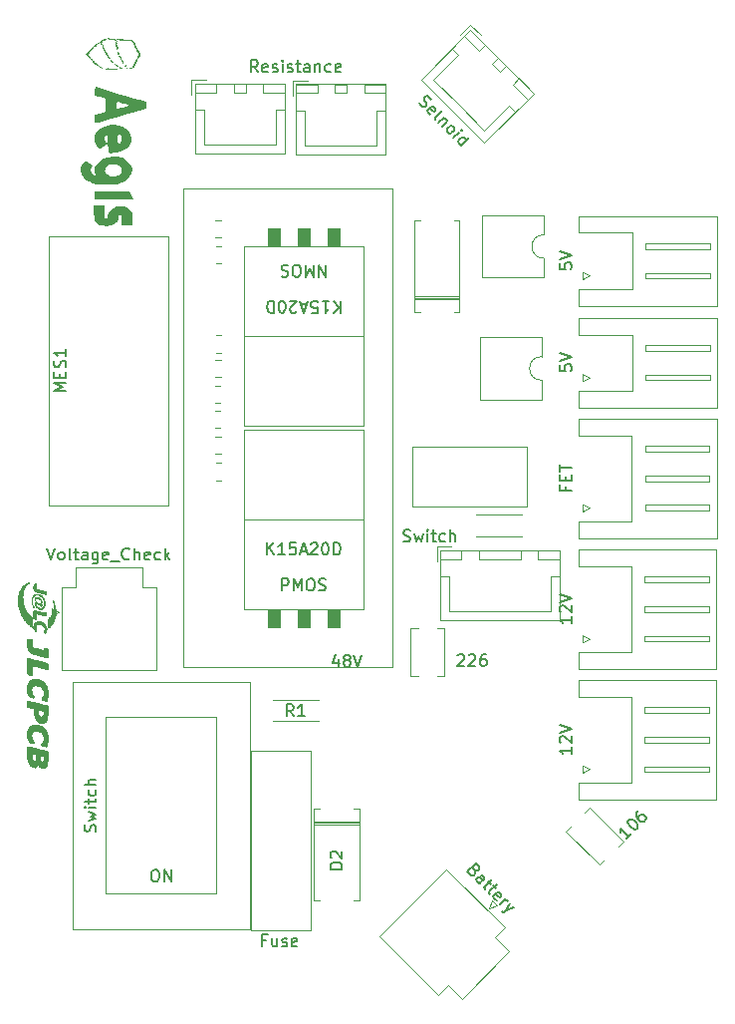
<source format=gbr>
%TF.GenerationSoftware,KiCad,Pcbnew,7.0.9*%
%TF.CreationDate,2025-05-06T13:31:18+09:00*%
%TF.ProjectId,PowerBored,506f7765-7242-46f7-9265-642e6b696361,rev?*%
%TF.SameCoordinates,Original*%
%TF.FileFunction,Legend,Top*%
%TF.FilePolarity,Positive*%
%FSLAX46Y46*%
G04 Gerber Fmt 4.6, Leading zero omitted, Abs format (unit mm)*
G04 Created by KiCad (PCBNEW 7.0.9) date 2025-05-06 13:31:18*
%MOMM*%
%LPD*%
G01*
G04 APERTURE LIST*
%ADD10C,0.150000*%
%ADD11C,0.120000*%
%ADD12C,0.010000*%
G04 APERTURE END LIST*
D10*
X202765713Y-49534819D02*
X202432380Y-49058628D01*
X202194285Y-49534819D02*
X202194285Y-48534819D01*
X202194285Y-48534819D02*
X202575237Y-48534819D01*
X202575237Y-48534819D02*
X202670475Y-48582438D01*
X202670475Y-48582438D02*
X202718094Y-48630057D01*
X202718094Y-48630057D02*
X202765713Y-48725295D01*
X202765713Y-48725295D02*
X202765713Y-48868152D01*
X202765713Y-48868152D02*
X202718094Y-48963390D01*
X202718094Y-48963390D02*
X202670475Y-49011009D01*
X202670475Y-49011009D02*
X202575237Y-49058628D01*
X202575237Y-49058628D02*
X202194285Y-49058628D01*
X203575237Y-49487200D02*
X203479999Y-49534819D01*
X203479999Y-49534819D02*
X203289523Y-49534819D01*
X203289523Y-49534819D02*
X203194285Y-49487200D01*
X203194285Y-49487200D02*
X203146666Y-49391961D01*
X203146666Y-49391961D02*
X203146666Y-49011009D01*
X203146666Y-49011009D02*
X203194285Y-48915771D01*
X203194285Y-48915771D02*
X203289523Y-48868152D01*
X203289523Y-48868152D02*
X203479999Y-48868152D01*
X203479999Y-48868152D02*
X203575237Y-48915771D01*
X203575237Y-48915771D02*
X203622856Y-49011009D01*
X203622856Y-49011009D02*
X203622856Y-49106247D01*
X203622856Y-49106247D02*
X203146666Y-49201485D01*
X204003809Y-49487200D02*
X204099047Y-49534819D01*
X204099047Y-49534819D02*
X204289523Y-49534819D01*
X204289523Y-49534819D02*
X204384761Y-49487200D01*
X204384761Y-49487200D02*
X204432380Y-49391961D01*
X204432380Y-49391961D02*
X204432380Y-49344342D01*
X204432380Y-49344342D02*
X204384761Y-49249104D01*
X204384761Y-49249104D02*
X204289523Y-49201485D01*
X204289523Y-49201485D02*
X204146666Y-49201485D01*
X204146666Y-49201485D02*
X204051428Y-49153866D01*
X204051428Y-49153866D02*
X204003809Y-49058628D01*
X204003809Y-49058628D02*
X204003809Y-49011009D01*
X204003809Y-49011009D02*
X204051428Y-48915771D01*
X204051428Y-48915771D02*
X204146666Y-48868152D01*
X204146666Y-48868152D02*
X204289523Y-48868152D01*
X204289523Y-48868152D02*
X204384761Y-48915771D01*
X204860952Y-49534819D02*
X204860952Y-48868152D01*
X204860952Y-48534819D02*
X204813333Y-48582438D01*
X204813333Y-48582438D02*
X204860952Y-48630057D01*
X204860952Y-48630057D02*
X204908571Y-48582438D01*
X204908571Y-48582438D02*
X204860952Y-48534819D01*
X204860952Y-48534819D02*
X204860952Y-48630057D01*
X205289523Y-49487200D02*
X205384761Y-49534819D01*
X205384761Y-49534819D02*
X205575237Y-49534819D01*
X205575237Y-49534819D02*
X205670475Y-49487200D01*
X205670475Y-49487200D02*
X205718094Y-49391961D01*
X205718094Y-49391961D02*
X205718094Y-49344342D01*
X205718094Y-49344342D02*
X205670475Y-49249104D01*
X205670475Y-49249104D02*
X205575237Y-49201485D01*
X205575237Y-49201485D02*
X205432380Y-49201485D01*
X205432380Y-49201485D02*
X205337142Y-49153866D01*
X205337142Y-49153866D02*
X205289523Y-49058628D01*
X205289523Y-49058628D02*
X205289523Y-49011009D01*
X205289523Y-49011009D02*
X205337142Y-48915771D01*
X205337142Y-48915771D02*
X205432380Y-48868152D01*
X205432380Y-48868152D02*
X205575237Y-48868152D01*
X205575237Y-48868152D02*
X205670475Y-48915771D01*
X206003809Y-48868152D02*
X206384761Y-48868152D01*
X206146666Y-48534819D02*
X206146666Y-49391961D01*
X206146666Y-49391961D02*
X206194285Y-49487200D01*
X206194285Y-49487200D02*
X206289523Y-49534819D01*
X206289523Y-49534819D02*
X206384761Y-49534819D01*
X207146666Y-49534819D02*
X207146666Y-49011009D01*
X207146666Y-49011009D02*
X207099047Y-48915771D01*
X207099047Y-48915771D02*
X207003809Y-48868152D01*
X207003809Y-48868152D02*
X206813333Y-48868152D01*
X206813333Y-48868152D02*
X206718095Y-48915771D01*
X207146666Y-49487200D02*
X207051428Y-49534819D01*
X207051428Y-49534819D02*
X206813333Y-49534819D01*
X206813333Y-49534819D02*
X206718095Y-49487200D01*
X206718095Y-49487200D02*
X206670476Y-49391961D01*
X206670476Y-49391961D02*
X206670476Y-49296723D01*
X206670476Y-49296723D02*
X206718095Y-49201485D01*
X206718095Y-49201485D02*
X206813333Y-49153866D01*
X206813333Y-49153866D02*
X207051428Y-49153866D01*
X207051428Y-49153866D02*
X207146666Y-49106247D01*
X207622857Y-48868152D02*
X207622857Y-49534819D01*
X207622857Y-48963390D02*
X207670476Y-48915771D01*
X207670476Y-48915771D02*
X207765714Y-48868152D01*
X207765714Y-48868152D02*
X207908571Y-48868152D01*
X207908571Y-48868152D02*
X208003809Y-48915771D01*
X208003809Y-48915771D02*
X208051428Y-49011009D01*
X208051428Y-49011009D02*
X208051428Y-49534819D01*
X208956190Y-49487200D02*
X208860952Y-49534819D01*
X208860952Y-49534819D02*
X208670476Y-49534819D01*
X208670476Y-49534819D02*
X208575238Y-49487200D01*
X208575238Y-49487200D02*
X208527619Y-49439580D01*
X208527619Y-49439580D02*
X208480000Y-49344342D01*
X208480000Y-49344342D02*
X208480000Y-49058628D01*
X208480000Y-49058628D02*
X208527619Y-48963390D01*
X208527619Y-48963390D02*
X208575238Y-48915771D01*
X208575238Y-48915771D02*
X208670476Y-48868152D01*
X208670476Y-48868152D02*
X208860952Y-48868152D01*
X208860952Y-48868152D02*
X208956190Y-48915771D01*
X209765714Y-49487200D02*
X209670476Y-49534819D01*
X209670476Y-49534819D02*
X209480000Y-49534819D01*
X209480000Y-49534819D02*
X209384762Y-49487200D01*
X209384762Y-49487200D02*
X209337143Y-49391961D01*
X209337143Y-49391961D02*
X209337143Y-49011009D01*
X209337143Y-49011009D02*
X209384762Y-48915771D01*
X209384762Y-48915771D02*
X209480000Y-48868152D01*
X209480000Y-48868152D02*
X209670476Y-48868152D01*
X209670476Y-48868152D02*
X209765714Y-48915771D01*
X209765714Y-48915771D02*
X209813333Y-49011009D01*
X209813333Y-49011009D02*
X209813333Y-49106247D01*
X209813333Y-49106247D02*
X209337143Y-49201485D01*
X219741905Y-99075057D02*
X219789524Y-99027438D01*
X219789524Y-99027438D02*
X219884762Y-98979819D01*
X219884762Y-98979819D02*
X220122857Y-98979819D01*
X220122857Y-98979819D02*
X220218095Y-99027438D01*
X220218095Y-99027438D02*
X220265714Y-99075057D01*
X220265714Y-99075057D02*
X220313333Y-99170295D01*
X220313333Y-99170295D02*
X220313333Y-99265533D01*
X220313333Y-99265533D02*
X220265714Y-99408390D01*
X220265714Y-99408390D02*
X219694286Y-99979819D01*
X219694286Y-99979819D02*
X220313333Y-99979819D01*
X220694286Y-99075057D02*
X220741905Y-99027438D01*
X220741905Y-99027438D02*
X220837143Y-98979819D01*
X220837143Y-98979819D02*
X221075238Y-98979819D01*
X221075238Y-98979819D02*
X221170476Y-99027438D01*
X221170476Y-99027438D02*
X221218095Y-99075057D01*
X221218095Y-99075057D02*
X221265714Y-99170295D01*
X221265714Y-99170295D02*
X221265714Y-99265533D01*
X221265714Y-99265533D02*
X221218095Y-99408390D01*
X221218095Y-99408390D02*
X220646667Y-99979819D01*
X220646667Y-99979819D02*
X221265714Y-99979819D01*
X222122857Y-98979819D02*
X221932381Y-98979819D01*
X221932381Y-98979819D02*
X221837143Y-99027438D01*
X221837143Y-99027438D02*
X221789524Y-99075057D01*
X221789524Y-99075057D02*
X221694286Y-99217914D01*
X221694286Y-99217914D02*
X221646667Y-99408390D01*
X221646667Y-99408390D02*
X221646667Y-99789342D01*
X221646667Y-99789342D02*
X221694286Y-99884580D01*
X221694286Y-99884580D02*
X221741905Y-99932200D01*
X221741905Y-99932200D02*
X221837143Y-99979819D01*
X221837143Y-99979819D02*
X222027619Y-99979819D01*
X222027619Y-99979819D02*
X222122857Y-99932200D01*
X222122857Y-99932200D02*
X222170476Y-99884580D01*
X222170476Y-99884580D02*
X222218095Y-99789342D01*
X222218095Y-99789342D02*
X222218095Y-99551247D01*
X222218095Y-99551247D02*
X222170476Y-99456009D01*
X222170476Y-99456009D02*
X222122857Y-99408390D01*
X222122857Y-99408390D02*
X222027619Y-99360771D01*
X222027619Y-99360771D02*
X221837143Y-99360771D01*
X221837143Y-99360771D02*
X221741905Y-99408390D01*
X221741905Y-99408390D02*
X221694286Y-99456009D01*
X221694286Y-99456009D02*
X221646667Y-99551247D01*
X209597714Y-99356152D02*
X209597714Y-100022819D01*
X209359619Y-98975200D02*
X209121524Y-99689485D01*
X209121524Y-99689485D02*
X209740571Y-99689485D01*
X210264381Y-99451390D02*
X210169143Y-99403771D01*
X210169143Y-99403771D02*
X210121524Y-99356152D01*
X210121524Y-99356152D02*
X210073905Y-99260914D01*
X210073905Y-99260914D02*
X210073905Y-99213295D01*
X210073905Y-99213295D02*
X210121524Y-99118057D01*
X210121524Y-99118057D02*
X210169143Y-99070438D01*
X210169143Y-99070438D02*
X210264381Y-99022819D01*
X210264381Y-99022819D02*
X210454857Y-99022819D01*
X210454857Y-99022819D02*
X210550095Y-99070438D01*
X210550095Y-99070438D02*
X210597714Y-99118057D01*
X210597714Y-99118057D02*
X210645333Y-99213295D01*
X210645333Y-99213295D02*
X210645333Y-99260914D01*
X210645333Y-99260914D02*
X210597714Y-99356152D01*
X210597714Y-99356152D02*
X210550095Y-99403771D01*
X210550095Y-99403771D02*
X210454857Y-99451390D01*
X210454857Y-99451390D02*
X210264381Y-99451390D01*
X210264381Y-99451390D02*
X210169143Y-99499009D01*
X210169143Y-99499009D02*
X210121524Y-99546628D01*
X210121524Y-99546628D02*
X210073905Y-99641866D01*
X210073905Y-99641866D02*
X210073905Y-99832342D01*
X210073905Y-99832342D02*
X210121524Y-99927580D01*
X210121524Y-99927580D02*
X210169143Y-99975200D01*
X210169143Y-99975200D02*
X210264381Y-100022819D01*
X210264381Y-100022819D02*
X210454857Y-100022819D01*
X210454857Y-100022819D02*
X210550095Y-99975200D01*
X210550095Y-99975200D02*
X210597714Y-99927580D01*
X210597714Y-99927580D02*
X210645333Y-99832342D01*
X210645333Y-99832342D02*
X210645333Y-99641866D01*
X210645333Y-99641866D02*
X210597714Y-99546628D01*
X210597714Y-99546628D02*
X210550095Y-99499009D01*
X210550095Y-99499009D02*
X210454857Y-99451390D01*
X210931048Y-99022819D02*
X211264381Y-100022819D01*
X211264381Y-100022819D02*
X211597714Y-99022819D01*
X229394819Y-95769047D02*
X229394819Y-96340475D01*
X229394819Y-96054761D02*
X228394819Y-96054761D01*
X228394819Y-96054761D02*
X228537676Y-96149999D01*
X228537676Y-96149999D02*
X228632914Y-96245237D01*
X228632914Y-96245237D02*
X228680533Y-96340475D01*
X228490057Y-95388094D02*
X228442438Y-95340475D01*
X228442438Y-95340475D02*
X228394819Y-95245237D01*
X228394819Y-95245237D02*
X228394819Y-95007142D01*
X228394819Y-95007142D02*
X228442438Y-94911904D01*
X228442438Y-94911904D02*
X228490057Y-94864285D01*
X228490057Y-94864285D02*
X228585295Y-94816666D01*
X228585295Y-94816666D02*
X228680533Y-94816666D01*
X228680533Y-94816666D02*
X228823390Y-94864285D01*
X228823390Y-94864285D02*
X229394819Y-95435713D01*
X229394819Y-95435713D02*
X229394819Y-94816666D01*
X228394819Y-94530951D02*
X229394819Y-94197618D01*
X229394819Y-94197618D02*
X228394819Y-93864285D01*
X186439819Y-76618094D02*
X185439819Y-76618094D01*
X185439819Y-76618094D02*
X186154104Y-76284761D01*
X186154104Y-76284761D02*
X185439819Y-75951428D01*
X185439819Y-75951428D02*
X186439819Y-75951428D01*
X185916009Y-75475237D02*
X185916009Y-75141904D01*
X186439819Y-74999047D02*
X186439819Y-75475237D01*
X186439819Y-75475237D02*
X185439819Y-75475237D01*
X185439819Y-75475237D02*
X185439819Y-74999047D01*
X186392200Y-74618094D02*
X186439819Y-74475237D01*
X186439819Y-74475237D02*
X186439819Y-74237142D01*
X186439819Y-74237142D02*
X186392200Y-74141904D01*
X186392200Y-74141904D02*
X186344580Y-74094285D01*
X186344580Y-74094285D02*
X186249342Y-74046666D01*
X186249342Y-74046666D02*
X186154104Y-74046666D01*
X186154104Y-74046666D02*
X186058866Y-74094285D01*
X186058866Y-74094285D02*
X186011247Y-74141904D01*
X186011247Y-74141904D02*
X185963628Y-74237142D01*
X185963628Y-74237142D02*
X185916009Y-74427618D01*
X185916009Y-74427618D02*
X185868390Y-74522856D01*
X185868390Y-74522856D02*
X185820771Y-74570475D01*
X185820771Y-74570475D02*
X185725533Y-74618094D01*
X185725533Y-74618094D02*
X185630295Y-74618094D01*
X185630295Y-74618094D02*
X185535057Y-74570475D01*
X185535057Y-74570475D02*
X185487438Y-74522856D01*
X185487438Y-74522856D02*
X185439819Y-74427618D01*
X185439819Y-74427618D02*
X185439819Y-74189523D01*
X185439819Y-74189523D02*
X185487438Y-74046666D01*
X186439819Y-73094285D02*
X186439819Y-73665713D01*
X186439819Y-73379999D02*
X185439819Y-73379999D01*
X185439819Y-73379999D02*
X185582676Y-73475237D01*
X185582676Y-73475237D02*
X185677914Y-73570475D01*
X185677914Y-73570475D02*
X185725533Y-73665713D01*
X228891009Y-84740476D02*
X228891009Y-85073809D01*
X229414819Y-85073809D02*
X228414819Y-85073809D01*
X228414819Y-85073809D02*
X228414819Y-84597619D01*
X228891009Y-84216666D02*
X228891009Y-83883333D01*
X229414819Y-83740476D02*
X229414819Y-84216666D01*
X229414819Y-84216666D02*
X228414819Y-84216666D01*
X228414819Y-84216666D02*
X228414819Y-83740476D01*
X228414819Y-83454761D02*
X228414819Y-82883333D01*
X229414819Y-83169047D02*
X228414819Y-83169047D01*
X205783333Y-104234819D02*
X205450000Y-103758628D01*
X205211905Y-104234819D02*
X205211905Y-103234819D01*
X205211905Y-103234819D02*
X205592857Y-103234819D01*
X205592857Y-103234819D02*
X205688095Y-103282438D01*
X205688095Y-103282438D02*
X205735714Y-103330057D01*
X205735714Y-103330057D02*
X205783333Y-103425295D01*
X205783333Y-103425295D02*
X205783333Y-103568152D01*
X205783333Y-103568152D02*
X205735714Y-103663390D01*
X205735714Y-103663390D02*
X205688095Y-103711009D01*
X205688095Y-103711009D02*
X205592857Y-103758628D01*
X205592857Y-103758628D02*
X205211905Y-103758628D01*
X206735714Y-104234819D02*
X206164286Y-104234819D01*
X206450000Y-104234819D02*
X206450000Y-103234819D01*
X206450000Y-103234819D02*
X206354762Y-103377676D01*
X206354762Y-103377676D02*
X206259524Y-103472914D01*
X206259524Y-103472914D02*
X206164286Y-103520533D01*
X184828094Y-89954819D02*
X185161427Y-90954819D01*
X185161427Y-90954819D02*
X185494760Y-89954819D01*
X185970951Y-90954819D02*
X185875713Y-90907200D01*
X185875713Y-90907200D02*
X185828094Y-90859580D01*
X185828094Y-90859580D02*
X185780475Y-90764342D01*
X185780475Y-90764342D02*
X185780475Y-90478628D01*
X185780475Y-90478628D02*
X185828094Y-90383390D01*
X185828094Y-90383390D02*
X185875713Y-90335771D01*
X185875713Y-90335771D02*
X185970951Y-90288152D01*
X185970951Y-90288152D02*
X186113808Y-90288152D01*
X186113808Y-90288152D02*
X186209046Y-90335771D01*
X186209046Y-90335771D02*
X186256665Y-90383390D01*
X186256665Y-90383390D02*
X186304284Y-90478628D01*
X186304284Y-90478628D02*
X186304284Y-90764342D01*
X186304284Y-90764342D02*
X186256665Y-90859580D01*
X186256665Y-90859580D02*
X186209046Y-90907200D01*
X186209046Y-90907200D02*
X186113808Y-90954819D01*
X186113808Y-90954819D02*
X185970951Y-90954819D01*
X186875713Y-90954819D02*
X186780475Y-90907200D01*
X186780475Y-90907200D02*
X186732856Y-90811961D01*
X186732856Y-90811961D02*
X186732856Y-89954819D01*
X187113809Y-90288152D02*
X187494761Y-90288152D01*
X187256666Y-89954819D02*
X187256666Y-90811961D01*
X187256666Y-90811961D02*
X187304285Y-90907200D01*
X187304285Y-90907200D02*
X187399523Y-90954819D01*
X187399523Y-90954819D02*
X187494761Y-90954819D01*
X188256666Y-90954819D02*
X188256666Y-90431009D01*
X188256666Y-90431009D02*
X188209047Y-90335771D01*
X188209047Y-90335771D02*
X188113809Y-90288152D01*
X188113809Y-90288152D02*
X187923333Y-90288152D01*
X187923333Y-90288152D02*
X187828095Y-90335771D01*
X188256666Y-90907200D02*
X188161428Y-90954819D01*
X188161428Y-90954819D02*
X187923333Y-90954819D01*
X187923333Y-90954819D02*
X187828095Y-90907200D01*
X187828095Y-90907200D02*
X187780476Y-90811961D01*
X187780476Y-90811961D02*
X187780476Y-90716723D01*
X187780476Y-90716723D02*
X187828095Y-90621485D01*
X187828095Y-90621485D02*
X187923333Y-90573866D01*
X187923333Y-90573866D02*
X188161428Y-90573866D01*
X188161428Y-90573866D02*
X188256666Y-90526247D01*
X189161428Y-90288152D02*
X189161428Y-91097676D01*
X189161428Y-91097676D02*
X189113809Y-91192914D01*
X189113809Y-91192914D02*
X189066190Y-91240533D01*
X189066190Y-91240533D02*
X188970952Y-91288152D01*
X188970952Y-91288152D02*
X188828095Y-91288152D01*
X188828095Y-91288152D02*
X188732857Y-91240533D01*
X189161428Y-90907200D02*
X189066190Y-90954819D01*
X189066190Y-90954819D02*
X188875714Y-90954819D01*
X188875714Y-90954819D02*
X188780476Y-90907200D01*
X188780476Y-90907200D02*
X188732857Y-90859580D01*
X188732857Y-90859580D02*
X188685238Y-90764342D01*
X188685238Y-90764342D02*
X188685238Y-90478628D01*
X188685238Y-90478628D02*
X188732857Y-90383390D01*
X188732857Y-90383390D02*
X188780476Y-90335771D01*
X188780476Y-90335771D02*
X188875714Y-90288152D01*
X188875714Y-90288152D02*
X189066190Y-90288152D01*
X189066190Y-90288152D02*
X189161428Y-90335771D01*
X190018571Y-90907200D02*
X189923333Y-90954819D01*
X189923333Y-90954819D02*
X189732857Y-90954819D01*
X189732857Y-90954819D02*
X189637619Y-90907200D01*
X189637619Y-90907200D02*
X189590000Y-90811961D01*
X189590000Y-90811961D02*
X189590000Y-90431009D01*
X189590000Y-90431009D02*
X189637619Y-90335771D01*
X189637619Y-90335771D02*
X189732857Y-90288152D01*
X189732857Y-90288152D02*
X189923333Y-90288152D01*
X189923333Y-90288152D02*
X190018571Y-90335771D01*
X190018571Y-90335771D02*
X190066190Y-90431009D01*
X190066190Y-90431009D02*
X190066190Y-90526247D01*
X190066190Y-90526247D02*
X189590000Y-90621485D01*
X190256667Y-91050057D02*
X191018571Y-91050057D01*
X191828095Y-90859580D02*
X191780476Y-90907200D01*
X191780476Y-90907200D02*
X191637619Y-90954819D01*
X191637619Y-90954819D02*
X191542381Y-90954819D01*
X191542381Y-90954819D02*
X191399524Y-90907200D01*
X191399524Y-90907200D02*
X191304286Y-90811961D01*
X191304286Y-90811961D02*
X191256667Y-90716723D01*
X191256667Y-90716723D02*
X191209048Y-90526247D01*
X191209048Y-90526247D02*
X191209048Y-90383390D01*
X191209048Y-90383390D02*
X191256667Y-90192914D01*
X191256667Y-90192914D02*
X191304286Y-90097676D01*
X191304286Y-90097676D02*
X191399524Y-90002438D01*
X191399524Y-90002438D02*
X191542381Y-89954819D01*
X191542381Y-89954819D02*
X191637619Y-89954819D01*
X191637619Y-89954819D02*
X191780476Y-90002438D01*
X191780476Y-90002438D02*
X191828095Y-90050057D01*
X192256667Y-90954819D02*
X192256667Y-89954819D01*
X192685238Y-90954819D02*
X192685238Y-90431009D01*
X192685238Y-90431009D02*
X192637619Y-90335771D01*
X192637619Y-90335771D02*
X192542381Y-90288152D01*
X192542381Y-90288152D02*
X192399524Y-90288152D01*
X192399524Y-90288152D02*
X192304286Y-90335771D01*
X192304286Y-90335771D02*
X192256667Y-90383390D01*
X193542381Y-90907200D02*
X193447143Y-90954819D01*
X193447143Y-90954819D02*
X193256667Y-90954819D01*
X193256667Y-90954819D02*
X193161429Y-90907200D01*
X193161429Y-90907200D02*
X193113810Y-90811961D01*
X193113810Y-90811961D02*
X193113810Y-90431009D01*
X193113810Y-90431009D02*
X193161429Y-90335771D01*
X193161429Y-90335771D02*
X193256667Y-90288152D01*
X193256667Y-90288152D02*
X193447143Y-90288152D01*
X193447143Y-90288152D02*
X193542381Y-90335771D01*
X193542381Y-90335771D02*
X193590000Y-90431009D01*
X193590000Y-90431009D02*
X193590000Y-90526247D01*
X193590000Y-90526247D02*
X193113810Y-90621485D01*
X194447143Y-90907200D02*
X194351905Y-90954819D01*
X194351905Y-90954819D02*
X194161429Y-90954819D01*
X194161429Y-90954819D02*
X194066191Y-90907200D01*
X194066191Y-90907200D02*
X194018572Y-90859580D01*
X194018572Y-90859580D02*
X193970953Y-90764342D01*
X193970953Y-90764342D02*
X193970953Y-90478628D01*
X193970953Y-90478628D02*
X194018572Y-90383390D01*
X194018572Y-90383390D02*
X194066191Y-90335771D01*
X194066191Y-90335771D02*
X194161429Y-90288152D01*
X194161429Y-90288152D02*
X194351905Y-90288152D01*
X194351905Y-90288152D02*
X194447143Y-90335771D01*
X194875715Y-90954819D02*
X194875715Y-89954819D01*
X194970953Y-90573866D02*
X195256667Y-90954819D01*
X195256667Y-90288152D02*
X194875715Y-90669104D01*
X229394819Y-106859047D02*
X229394819Y-107430475D01*
X229394819Y-107144761D02*
X228394819Y-107144761D01*
X228394819Y-107144761D02*
X228537676Y-107239999D01*
X228537676Y-107239999D02*
X228632914Y-107335237D01*
X228632914Y-107335237D02*
X228680533Y-107430475D01*
X228490057Y-106478094D02*
X228442438Y-106430475D01*
X228442438Y-106430475D02*
X228394819Y-106335237D01*
X228394819Y-106335237D02*
X228394819Y-106097142D01*
X228394819Y-106097142D02*
X228442438Y-106001904D01*
X228442438Y-106001904D02*
X228490057Y-105954285D01*
X228490057Y-105954285D02*
X228585295Y-105906666D01*
X228585295Y-105906666D02*
X228680533Y-105906666D01*
X228680533Y-105906666D02*
X228823390Y-105954285D01*
X228823390Y-105954285D02*
X229394819Y-106525713D01*
X229394819Y-106525713D02*
X229394819Y-105906666D01*
X228394819Y-105620951D02*
X229394819Y-105287618D01*
X229394819Y-105287618D02*
X228394819Y-104954285D01*
X215135714Y-89367200D02*
X215278571Y-89414819D01*
X215278571Y-89414819D02*
X215516666Y-89414819D01*
X215516666Y-89414819D02*
X215611904Y-89367200D01*
X215611904Y-89367200D02*
X215659523Y-89319580D01*
X215659523Y-89319580D02*
X215707142Y-89224342D01*
X215707142Y-89224342D02*
X215707142Y-89129104D01*
X215707142Y-89129104D02*
X215659523Y-89033866D01*
X215659523Y-89033866D02*
X215611904Y-88986247D01*
X215611904Y-88986247D02*
X215516666Y-88938628D01*
X215516666Y-88938628D02*
X215326190Y-88891009D01*
X215326190Y-88891009D02*
X215230952Y-88843390D01*
X215230952Y-88843390D02*
X215183333Y-88795771D01*
X215183333Y-88795771D02*
X215135714Y-88700533D01*
X215135714Y-88700533D02*
X215135714Y-88605295D01*
X215135714Y-88605295D02*
X215183333Y-88510057D01*
X215183333Y-88510057D02*
X215230952Y-88462438D01*
X215230952Y-88462438D02*
X215326190Y-88414819D01*
X215326190Y-88414819D02*
X215564285Y-88414819D01*
X215564285Y-88414819D02*
X215707142Y-88462438D01*
X216040476Y-88748152D02*
X216230952Y-89414819D01*
X216230952Y-89414819D02*
X216421428Y-88938628D01*
X216421428Y-88938628D02*
X216611904Y-89414819D01*
X216611904Y-89414819D02*
X216802380Y-88748152D01*
X217183333Y-89414819D02*
X217183333Y-88748152D01*
X217183333Y-88414819D02*
X217135714Y-88462438D01*
X217135714Y-88462438D02*
X217183333Y-88510057D01*
X217183333Y-88510057D02*
X217230952Y-88462438D01*
X217230952Y-88462438D02*
X217183333Y-88414819D01*
X217183333Y-88414819D02*
X217183333Y-88510057D01*
X217516666Y-88748152D02*
X217897618Y-88748152D01*
X217659523Y-88414819D02*
X217659523Y-89271961D01*
X217659523Y-89271961D02*
X217707142Y-89367200D01*
X217707142Y-89367200D02*
X217802380Y-89414819D01*
X217802380Y-89414819D02*
X217897618Y-89414819D01*
X218659523Y-89367200D02*
X218564285Y-89414819D01*
X218564285Y-89414819D02*
X218373809Y-89414819D01*
X218373809Y-89414819D02*
X218278571Y-89367200D01*
X218278571Y-89367200D02*
X218230952Y-89319580D01*
X218230952Y-89319580D02*
X218183333Y-89224342D01*
X218183333Y-89224342D02*
X218183333Y-88938628D01*
X218183333Y-88938628D02*
X218230952Y-88843390D01*
X218230952Y-88843390D02*
X218278571Y-88795771D01*
X218278571Y-88795771D02*
X218373809Y-88748152D01*
X218373809Y-88748152D02*
X218564285Y-88748152D01*
X218564285Y-88748152D02*
X218659523Y-88795771D01*
X219088095Y-89414819D02*
X219088095Y-88414819D01*
X219516666Y-89414819D02*
X219516666Y-88891009D01*
X219516666Y-88891009D02*
X219469047Y-88795771D01*
X219469047Y-88795771D02*
X219373809Y-88748152D01*
X219373809Y-88748152D02*
X219230952Y-88748152D01*
X219230952Y-88748152D02*
X219135714Y-88795771D01*
X219135714Y-88795771D02*
X219088095Y-88843390D01*
X228424819Y-65770476D02*
X228424819Y-66246666D01*
X228424819Y-66246666D02*
X228901009Y-66294285D01*
X228901009Y-66294285D02*
X228853390Y-66246666D01*
X228853390Y-66246666D02*
X228805771Y-66151428D01*
X228805771Y-66151428D02*
X228805771Y-65913333D01*
X228805771Y-65913333D02*
X228853390Y-65818095D01*
X228853390Y-65818095D02*
X228901009Y-65770476D01*
X228901009Y-65770476D02*
X228996247Y-65722857D01*
X228996247Y-65722857D02*
X229234342Y-65722857D01*
X229234342Y-65722857D02*
X229329580Y-65770476D01*
X229329580Y-65770476D02*
X229377200Y-65818095D01*
X229377200Y-65818095D02*
X229424819Y-65913333D01*
X229424819Y-65913333D02*
X229424819Y-66151428D01*
X229424819Y-66151428D02*
X229377200Y-66246666D01*
X229377200Y-66246666D02*
X229329580Y-66294285D01*
X228424819Y-65437142D02*
X229424819Y-65103809D01*
X229424819Y-65103809D02*
X228424819Y-64770476D01*
X203437142Y-123251009D02*
X203103809Y-123251009D01*
X203103809Y-123774819D02*
X203103809Y-122774819D01*
X203103809Y-122774819D02*
X203579999Y-122774819D01*
X204389523Y-123108152D02*
X204389523Y-123774819D01*
X203960952Y-123108152D02*
X203960952Y-123631961D01*
X203960952Y-123631961D02*
X204008571Y-123727200D01*
X204008571Y-123727200D02*
X204103809Y-123774819D01*
X204103809Y-123774819D02*
X204246666Y-123774819D01*
X204246666Y-123774819D02*
X204341904Y-123727200D01*
X204341904Y-123727200D02*
X204389523Y-123679580D01*
X204818095Y-123727200D02*
X204913333Y-123774819D01*
X204913333Y-123774819D02*
X205103809Y-123774819D01*
X205103809Y-123774819D02*
X205199047Y-123727200D01*
X205199047Y-123727200D02*
X205246666Y-123631961D01*
X205246666Y-123631961D02*
X205246666Y-123584342D01*
X205246666Y-123584342D02*
X205199047Y-123489104D01*
X205199047Y-123489104D02*
X205103809Y-123441485D01*
X205103809Y-123441485D02*
X204960952Y-123441485D01*
X204960952Y-123441485D02*
X204865714Y-123393866D01*
X204865714Y-123393866D02*
X204818095Y-123298628D01*
X204818095Y-123298628D02*
X204818095Y-123251009D01*
X204818095Y-123251009D02*
X204865714Y-123155771D01*
X204865714Y-123155771D02*
X204960952Y-123108152D01*
X204960952Y-123108152D02*
X205103809Y-123108152D01*
X205103809Y-123108152D02*
X205199047Y-123155771D01*
X206056190Y-123727200D02*
X205960952Y-123774819D01*
X205960952Y-123774819D02*
X205770476Y-123774819D01*
X205770476Y-123774819D02*
X205675238Y-123727200D01*
X205675238Y-123727200D02*
X205627619Y-123631961D01*
X205627619Y-123631961D02*
X205627619Y-123251009D01*
X205627619Y-123251009D02*
X205675238Y-123155771D01*
X205675238Y-123155771D02*
X205770476Y-123108152D01*
X205770476Y-123108152D02*
X205960952Y-123108152D01*
X205960952Y-123108152D02*
X206056190Y-123155771D01*
X206056190Y-123155771D02*
X206103809Y-123251009D01*
X206103809Y-123251009D02*
X206103809Y-123346247D01*
X206103809Y-123346247D02*
X205627619Y-123441485D01*
X208527142Y-65916180D02*
X208527142Y-66916180D01*
X208527142Y-66916180D02*
X207955714Y-65916180D01*
X207955714Y-65916180D02*
X207955714Y-66916180D01*
X207479523Y-65916180D02*
X207479523Y-66916180D01*
X207479523Y-66916180D02*
X207146190Y-66201895D01*
X207146190Y-66201895D02*
X206812857Y-66916180D01*
X206812857Y-66916180D02*
X206812857Y-65916180D01*
X206146190Y-66916180D02*
X205955714Y-66916180D01*
X205955714Y-66916180D02*
X205860476Y-66868561D01*
X205860476Y-66868561D02*
X205765238Y-66773323D01*
X205765238Y-66773323D02*
X205717619Y-66582847D01*
X205717619Y-66582847D02*
X205717619Y-66249514D01*
X205717619Y-66249514D02*
X205765238Y-66059038D01*
X205765238Y-66059038D02*
X205860476Y-65963800D01*
X205860476Y-65963800D02*
X205955714Y-65916180D01*
X205955714Y-65916180D02*
X206146190Y-65916180D01*
X206146190Y-65916180D02*
X206241428Y-65963800D01*
X206241428Y-65963800D02*
X206336666Y-66059038D01*
X206336666Y-66059038D02*
X206384285Y-66249514D01*
X206384285Y-66249514D02*
X206384285Y-66582847D01*
X206384285Y-66582847D02*
X206336666Y-66773323D01*
X206336666Y-66773323D02*
X206241428Y-66868561D01*
X206241428Y-66868561D02*
X206146190Y-66916180D01*
X205336666Y-65963800D02*
X205193809Y-65916180D01*
X205193809Y-65916180D02*
X204955714Y-65916180D01*
X204955714Y-65916180D02*
X204860476Y-65963800D01*
X204860476Y-65963800D02*
X204812857Y-66011419D01*
X204812857Y-66011419D02*
X204765238Y-66106657D01*
X204765238Y-66106657D02*
X204765238Y-66201895D01*
X204765238Y-66201895D02*
X204812857Y-66297133D01*
X204812857Y-66297133D02*
X204860476Y-66344752D01*
X204860476Y-66344752D02*
X204955714Y-66392371D01*
X204955714Y-66392371D02*
X205146190Y-66439990D01*
X205146190Y-66439990D02*
X205241428Y-66487609D01*
X205241428Y-66487609D02*
X205289047Y-66535228D01*
X205289047Y-66535228D02*
X205336666Y-66630466D01*
X205336666Y-66630466D02*
X205336666Y-66725704D01*
X205336666Y-66725704D02*
X205289047Y-66820942D01*
X205289047Y-66820942D02*
X205241428Y-66868561D01*
X205241428Y-66868561D02*
X205146190Y-66916180D01*
X205146190Y-66916180D02*
X204908095Y-66916180D01*
X204908095Y-66916180D02*
X204765238Y-66868561D01*
X209765237Y-68964180D02*
X209765237Y-69964180D01*
X209193809Y-68964180D02*
X209622380Y-69535609D01*
X209193809Y-69964180D02*
X209765237Y-69392752D01*
X208241428Y-68964180D02*
X208812856Y-68964180D01*
X208527142Y-68964180D02*
X208527142Y-69964180D01*
X208527142Y-69964180D02*
X208622380Y-69821323D01*
X208622380Y-69821323D02*
X208717618Y-69726085D01*
X208717618Y-69726085D02*
X208812856Y-69678466D01*
X207336666Y-69964180D02*
X207812856Y-69964180D01*
X207812856Y-69964180D02*
X207860475Y-69487990D01*
X207860475Y-69487990D02*
X207812856Y-69535609D01*
X207812856Y-69535609D02*
X207717618Y-69583228D01*
X207717618Y-69583228D02*
X207479523Y-69583228D01*
X207479523Y-69583228D02*
X207384285Y-69535609D01*
X207384285Y-69535609D02*
X207336666Y-69487990D01*
X207336666Y-69487990D02*
X207289047Y-69392752D01*
X207289047Y-69392752D02*
X207289047Y-69154657D01*
X207289047Y-69154657D02*
X207336666Y-69059419D01*
X207336666Y-69059419D02*
X207384285Y-69011800D01*
X207384285Y-69011800D02*
X207479523Y-68964180D01*
X207479523Y-68964180D02*
X207717618Y-68964180D01*
X207717618Y-68964180D02*
X207812856Y-69011800D01*
X207812856Y-69011800D02*
X207860475Y-69059419D01*
X206908094Y-69249895D02*
X206431904Y-69249895D01*
X207003332Y-68964180D02*
X206669999Y-69964180D01*
X206669999Y-69964180D02*
X206336666Y-68964180D01*
X206050951Y-69868942D02*
X206003332Y-69916561D01*
X206003332Y-69916561D02*
X205908094Y-69964180D01*
X205908094Y-69964180D02*
X205669999Y-69964180D01*
X205669999Y-69964180D02*
X205574761Y-69916561D01*
X205574761Y-69916561D02*
X205527142Y-69868942D01*
X205527142Y-69868942D02*
X205479523Y-69773704D01*
X205479523Y-69773704D02*
X205479523Y-69678466D01*
X205479523Y-69678466D02*
X205527142Y-69535609D01*
X205527142Y-69535609D02*
X206098570Y-68964180D01*
X206098570Y-68964180D02*
X205479523Y-68964180D01*
X204860475Y-69964180D02*
X204765237Y-69964180D01*
X204765237Y-69964180D02*
X204669999Y-69916561D01*
X204669999Y-69916561D02*
X204622380Y-69868942D01*
X204622380Y-69868942D02*
X204574761Y-69773704D01*
X204574761Y-69773704D02*
X204527142Y-69583228D01*
X204527142Y-69583228D02*
X204527142Y-69345133D01*
X204527142Y-69345133D02*
X204574761Y-69154657D01*
X204574761Y-69154657D02*
X204622380Y-69059419D01*
X204622380Y-69059419D02*
X204669999Y-69011800D01*
X204669999Y-69011800D02*
X204765237Y-68964180D01*
X204765237Y-68964180D02*
X204860475Y-68964180D01*
X204860475Y-68964180D02*
X204955713Y-69011800D01*
X204955713Y-69011800D02*
X205003332Y-69059419D01*
X205003332Y-69059419D02*
X205050951Y-69154657D01*
X205050951Y-69154657D02*
X205098570Y-69345133D01*
X205098570Y-69345133D02*
X205098570Y-69583228D01*
X205098570Y-69583228D02*
X205050951Y-69773704D01*
X205050951Y-69773704D02*
X205003332Y-69868942D01*
X205003332Y-69868942D02*
X204955713Y-69916561D01*
X204955713Y-69916561D02*
X204860475Y-69964180D01*
X204098570Y-68964180D02*
X204098570Y-69964180D01*
X204098570Y-69964180D02*
X203860475Y-69964180D01*
X203860475Y-69964180D02*
X203717618Y-69916561D01*
X203717618Y-69916561D02*
X203622380Y-69821323D01*
X203622380Y-69821323D02*
X203574761Y-69726085D01*
X203574761Y-69726085D02*
X203527142Y-69535609D01*
X203527142Y-69535609D02*
X203527142Y-69392752D01*
X203527142Y-69392752D02*
X203574761Y-69202276D01*
X203574761Y-69202276D02*
X203622380Y-69107038D01*
X203622380Y-69107038D02*
X203717618Y-69011800D01*
X203717618Y-69011800D02*
X203860475Y-68964180D01*
X203860475Y-68964180D02*
X204098570Y-68964180D01*
X188957200Y-114034285D02*
X189004819Y-113891428D01*
X189004819Y-113891428D02*
X189004819Y-113653333D01*
X189004819Y-113653333D02*
X188957200Y-113558095D01*
X188957200Y-113558095D02*
X188909580Y-113510476D01*
X188909580Y-113510476D02*
X188814342Y-113462857D01*
X188814342Y-113462857D02*
X188719104Y-113462857D01*
X188719104Y-113462857D02*
X188623866Y-113510476D01*
X188623866Y-113510476D02*
X188576247Y-113558095D01*
X188576247Y-113558095D02*
X188528628Y-113653333D01*
X188528628Y-113653333D02*
X188481009Y-113843809D01*
X188481009Y-113843809D02*
X188433390Y-113939047D01*
X188433390Y-113939047D02*
X188385771Y-113986666D01*
X188385771Y-113986666D02*
X188290533Y-114034285D01*
X188290533Y-114034285D02*
X188195295Y-114034285D01*
X188195295Y-114034285D02*
X188100057Y-113986666D01*
X188100057Y-113986666D02*
X188052438Y-113939047D01*
X188052438Y-113939047D02*
X188004819Y-113843809D01*
X188004819Y-113843809D02*
X188004819Y-113605714D01*
X188004819Y-113605714D02*
X188052438Y-113462857D01*
X188338152Y-113129523D02*
X189004819Y-112939047D01*
X189004819Y-112939047D02*
X188528628Y-112748571D01*
X188528628Y-112748571D02*
X189004819Y-112558095D01*
X189004819Y-112558095D02*
X188338152Y-112367619D01*
X189004819Y-111986666D02*
X188338152Y-111986666D01*
X188004819Y-111986666D02*
X188052438Y-112034285D01*
X188052438Y-112034285D02*
X188100057Y-111986666D01*
X188100057Y-111986666D02*
X188052438Y-111939047D01*
X188052438Y-111939047D02*
X188004819Y-111986666D01*
X188004819Y-111986666D02*
X188100057Y-111986666D01*
X188338152Y-111653333D02*
X188338152Y-111272381D01*
X188004819Y-111510476D02*
X188861961Y-111510476D01*
X188861961Y-111510476D02*
X188957200Y-111462857D01*
X188957200Y-111462857D02*
X189004819Y-111367619D01*
X189004819Y-111367619D02*
X189004819Y-111272381D01*
X188957200Y-110510476D02*
X189004819Y-110605714D01*
X189004819Y-110605714D02*
X189004819Y-110796190D01*
X189004819Y-110796190D02*
X188957200Y-110891428D01*
X188957200Y-110891428D02*
X188909580Y-110939047D01*
X188909580Y-110939047D02*
X188814342Y-110986666D01*
X188814342Y-110986666D02*
X188528628Y-110986666D01*
X188528628Y-110986666D02*
X188433390Y-110939047D01*
X188433390Y-110939047D02*
X188385771Y-110891428D01*
X188385771Y-110891428D02*
X188338152Y-110796190D01*
X188338152Y-110796190D02*
X188338152Y-110605714D01*
X188338152Y-110605714D02*
X188385771Y-110510476D01*
X189004819Y-110081904D02*
X188004819Y-110081904D01*
X189004819Y-109653333D02*
X188481009Y-109653333D01*
X188481009Y-109653333D02*
X188385771Y-109700952D01*
X188385771Y-109700952D02*
X188338152Y-109796190D01*
X188338152Y-109796190D02*
X188338152Y-109939047D01*
X188338152Y-109939047D02*
X188385771Y-110034285D01*
X188385771Y-110034285D02*
X188433390Y-110081904D01*
X193930952Y-117274819D02*
X194121428Y-117274819D01*
X194121428Y-117274819D02*
X194216666Y-117322438D01*
X194216666Y-117322438D02*
X194311904Y-117417676D01*
X194311904Y-117417676D02*
X194359523Y-117608152D01*
X194359523Y-117608152D02*
X194359523Y-117941485D01*
X194359523Y-117941485D02*
X194311904Y-118131961D01*
X194311904Y-118131961D02*
X194216666Y-118227200D01*
X194216666Y-118227200D02*
X194121428Y-118274819D01*
X194121428Y-118274819D02*
X193930952Y-118274819D01*
X193930952Y-118274819D02*
X193835714Y-118227200D01*
X193835714Y-118227200D02*
X193740476Y-118131961D01*
X193740476Y-118131961D02*
X193692857Y-117941485D01*
X193692857Y-117941485D02*
X193692857Y-117608152D01*
X193692857Y-117608152D02*
X193740476Y-117417676D01*
X193740476Y-117417676D02*
X193835714Y-117322438D01*
X193835714Y-117322438D02*
X193930952Y-117274819D01*
X194788095Y-118274819D02*
X194788095Y-117274819D01*
X194788095Y-117274819D02*
X195359523Y-118274819D01*
X195359523Y-118274819D02*
X195359523Y-117274819D01*
X209914819Y-117208094D02*
X208914819Y-117208094D01*
X208914819Y-117208094D02*
X208914819Y-116969999D01*
X208914819Y-116969999D02*
X208962438Y-116827142D01*
X208962438Y-116827142D02*
X209057676Y-116731904D01*
X209057676Y-116731904D02*
X209152914Y-116684285D01*
X209152914Y-116684285D02*
X209343390Y-116636666D01*
X209343390Y-116636666D02*
X209486247Y-116636666D01*
X209486247Y-116636666D02*
X209676723Y-116684285D01*
X209676723Y-116684285D02*
X209771961Y-116731904D01*
X209771961Y-116731904D02*
X209867200Y-116827142D01*
X209867200Y-116827142D02*
X209914819Y-116969999D01*
X209914819Y-116969999D02*
X209914819Y-117208094D01*
X209010057Y-116255713D02*
X208962438Y-116208094D01*
X208962438Y-116208094D02*
X208914819Y-116112856D01*
X208914819Y-116112856D02*
X208914819Y-115874761D01*
X208914819Y-115874761D02*
X208962438Y-115779523D01*
X208962438Y-115779523D02*
X209010057Y-115731904D01*
X209010057Y-115731904D02*
X209105295Y-115684285D01*
X209105295Y-115684285D02*
X209200533Y-115684285D01*
X209200533Y-115684285D02*
X209343390Y-115731904D01*
X209343390Y-115731904D02*
X209914819Y-116303332D01*
X209914819Y-116303332D02*
X209914819Y-115684285D01*
X216463791Y-52149659D02*
X216531134Y-52284346D01*
X216531134Y-52284346D02*
X216699493Y-52452704D01*
X216699493Y-52452704D02*
X216800508Y-52486376D01*
X216800508Y-52486376D02*
X216867852Y-52486376D01*
X216867852Y-52486376D02*
X216968867Y-52452704D01*
X216968867Y-52452704D02*
X217036211Y-52385361D01*
X217036211Y-52385361D02*
X217069882Y-52284346D01*
X217069882Y-52284346D02*
X217069882Y-52217002D01*
X217069882Y-52217002D02*
X217036211Y-52115987D01*
X217036211Y-52115987D02*
X216935195Y-51947628D01*
X216935195Y-51947628D02*
X216901524Y-51846613D01*
X216901524Y-51846613D02*
X216901524Y-51779269D01*
X216901524Y-51779269D02*
X216935195Y-51678254D01*
X216935195Y-51678254D02*
X217002539Y-51610911D01*
X217002539Y-51610911D02*
X217103554Y-51577239D01*
X217103554Y-51577239D02*
X217170898Y-51577239D01*
X217170898Y-51577239D02*
X217271913Y-51610911D01*
X217271913Y-51610911D02*
X217440272Y-51779269D01*
X217440272Y-51779269D02*
X217507615Y-51913956D01*
X217440272Y-53126139D02*
X217339256Y-53092468D01*
X217339256Y-53092468D02*
X217204569Y-52957781D01*
X217204569Y-52957781D02*
X217170898Y-52856765D01*
X217170898Y-52856765D02*
X217204569Y-52755750D01*
X217204569Y-52755750D02*
X217473943Y-52486376D01*
X217473943Y-52486376D02*
X217574959Y-52452704D01*
X217574959Y-52452704D02*
X217675974Y-52486376D01*
X217675974Y-52486376D02*
X217810661Y-52621063D01*
X217810661Y-52621063D02*
X217844333Y-52722078D01*
X217844333Y-52722078D02*
X217810661Y-52823094D01*
X217810661Y-52823094D02*
X217743317Y-52890437D01*
X217743317Y-52890437D02*
X217339256Y-52621063D01*
X217844333Y-53597544D02*
X217810661Y-53496529D01*
X217810661Y-53496529D02*
X217844333Y-53395514D01*
X217844333Y-53395514D02*
X218450424Y-52789422D01*
X218585112Y-53395514D02*
X218113707Y-53866918D01*
X218517768Y-53462857D02*
X218585112Y-53462857D01*
X218585112Y-53462857D02*
X218686127Y-53496529D01*
X218686127Y-53496529D02*
X218787142Y-53597544D01*
X218787142Y-53597544D02*
X218820814Y-53698560D01*
X218820814Y-53698560D02*
X218787142Y-53799575D01*
X218787142Y-53799575D02*
X218416753Y-54169964D01*
X218854486Y-54607697D02*
X218820814Y-54506682D01*
X218820814Y-54506682D02*
X218820814Y-54439338D01*
X218820814Y-54439338D02*
X218854486Y-54338323D01*
X218854486Y-54338323D02*
X219056516Y-54136293D01*
X219056516Y-54136293D02*
X219157532Y-54102621D01*
X219157532Y-54102621D02*
X219224875Y-54102621D01*
X219224875Y-54102621D02*
X219325890Y-54136293D01*
X219325890Y-54136293D02*
X219426906Y-54237308D01*
X219426906Y-54237308D02*
X219460577Y-54338323D01*
X219460577Y-54338323D02*
X219460577Y-54405667D01*
X219460577Y-54405667D02*
X219426906Y-54506682D01*
X219426906Y-54506682D02*
X219224875Y-54708712D01*
X219224875Y-54708712D02*
X219123860Y-54742384D01*
X219123860Y-54742384D02*
X219056516Y-54742384D01*
X219056516Y-54742384D02*
X218955501Y-54708712D01*
X218955501Y-54708712D02*
X218854486Y-54607697D01*
X219393234Y-55146445D02*
X219864638Y-54675041D01*
X220100341Y-54439338D02*
X220032997Y-54439338D01*
X220032997Y-54439338D02*
X220032997Y-54506682D01*
X220032997Y-54506682D02*
X220100341Y-54506682D01*
X220100341Y-54506682D02*
X220100341Y-54439338D01*
X220100341Y-54439338D02*
X220032997Y-54506682D01*
X220032997Y-55786208D02*
X220740104Y-55079101D01*
X220066669Y-55752536D02*
X219965653Y-55718865D01*
X219965653Y-55718865D02*
X219830966Y-55584178D01*
X219830966Y-55584178D02*
X219797295Y-55483162D01*
X219797295Y-55483162D02*
X219797295Y-55415819D01*
X219797295Y-55415819D02*
X219830966Y-55314804D01*
X219830966Y-55314804D02*
X220032997Y-55112773D01*
X220032997Y-55112773D02*
X220134012Y-55079101D01*
X220134012Y-55079101D02*
X220201356Y-55079101D01*
X220201356Y-55079101D02*
X220302371Y-55112773D01*
X220302371Y-55112773D02*
X220437058Y-55247460D01*
X220437058Y-55247460D02*
X220470730Y-55348475D01*
X204806667Y-93563819D02*
X204806667Y-92563819D01*
X204806667Y-92563819D02*
X205187619Y-92563819D01*
X205187619Y-92563819D02*
X205282857Y-92611438D01*
X205282857Y-92611438D02*
X205330476Y-92659057D01*
X205330476Y-92659057D02*
X205378095Y-92754295D01*
X205378095Y-92754295D02*
X205378095Y-92897152D01*
X205378095Y-92897152D02*
X205330476Y-92992390D01*
X205330476Y-92992390D02*
X205282857Y-93040009D01*
X205282857Y-93040009D02*
X205187619Y-93087628D01*
X205187619Y-93087628D02*
X204806667Y-93087628D01*
X205806667Y-93563819D02*
X205806667Y-92563819D01*
X205806667Y-92563819D02*
X206140000Y-93278104D01*
X206140000Y-93278104D02*
X206473333Y-92563819D01*
X206473333Y-92563819D02*
X206473333Y-93563819D01*
X207140000Y-92563819D02*
X207330476Y-92563819D01*
X207330476Y-92563819D02*
X207425714Y-92611438D01*
X207425714Y-92611438D02*
X207520952Y-92706676D01*
X207520952Y-92706676D02*
X207568571Y-92897152D01*
X207568571Y-92897152D02*
X207568571Y-93230485D01*
X207568571Y-93230485D02*
X207520952Y-93420961D01*
X207520952Y-93420961D02*
X207425714Y-93516200D01*
X207425714Y-93516200D02*
X207330476Y-93563819D01*
X207330476Y-93563819D02*
X207140000Y-93563819D01*
X207140000Y-93563819D02*
X207044762Y-93516200D01*
X207044762Y-93516200D02*
X206949524Y-93420961D01*
X206949524Y-93420961D02*
X206901905Y-93230485D01*
X206901905Y-93230485D02*
X206901905Y-92897152D01*
X206901905Y-92897152D02*
X206949524Y-92706676D01*
X206949524Y-92706676D02*
X207044762Y-92611438D01*
X207044762Y-92611438D02*
X207140000Y-92563819D01*
X207949524Y-93516200D02*
X208092381Y-93563819D01*
X208092381Y-93563819D02*
X208330476Y-93563819D01*
X208330476Y-93563819D02*
X208425714Y-93516200D01*
X208425714Y-93516200D02*
X208473333Y-93468580D01*
X208473333Y-93468580D02*
X208520952Y-93373342D01*
X208520952Y-93373342D02*
X208520952Y-93278104D01*
X208520952Y-93278104D02*
X208473333Y-93182866D01*
X208473333Y-93182866D02*
X208425714Y-93135247D01*
X208425714Y-93135247D02*
X208330476Y-93087628D01*
X208330476Y-93087628D02*
X208140000Y-93040009D01*
X208140000Y-93040009D02*
X208044762Y-92992390D01*
X208044762Y-92992390D02*
X207997143Y-92944771D01*
X207997143Y-92944771D02*
X207949524Y-92849533D01*
X207949524Y-92849533D02*
X207949524Y-92754295D01*
X207949524Y-92754295D02*
X207997143Y-92659057D01*
X207997143Y-92659057D02*
X208044762Y-92611438D01*
X208044762Y-92611438D02*
X208140000Y-92563819D01*
X208140000Y-92563819D02*
X208378095Y-92563819D01*
X208378095Y-92563819D02*
X208520952Y-92611438D01*
X203544762Y-90515819D02*
X203544762Y-89515819D01*
X204116190Y-90515819D02*
X203687619Y-89944390D01*
X204116190Y-89515819D02*
X203544762Y-90087247D01*
X205068571Y-90515819D02*
X204497143Y-90515819D01*
X204782857Y-90515819D02*
X204782857Y-89515819D01*
X204782857Y-89515819D02*
X204687619Y-89658676D01*
X204687619Y-89658676D02*
X204592381Y-89753914D01*
X204592381Y-89753914D02*
X204497143Y-89801533D01*
X205973333Y-89515819D02*
X205497143Y-89515819D01*
X205497143Y-89515819D02*
X205449524Y-89992009D01*
X205449524Y-89992009D02*
X205497143Y-89944390D01*
X205497143Y-89944390D02*
X205592381Y-89896771D01*
X205592381Y-89896771D02*
X205830476Y-89896771D01*
X205830476Y-89896771D02*
X205925714Y-89944390D01*
X205925714Y-89944390D02*
X205973333Y-89992009D01*
X205973333Y-89992009D02*
X206020952Y-90087247D01*
X206020952Y-90087247D02*
X206020952Y-90325342D01*
X206020952Y-90325342D02*
X205973333Y-90420580D01*
X205973333Y-90420580D02*
X205925714Y-90468200D01*
X205925714Y-90468200D02*
X205830476Y-90515819D01*
X205830476Y-90515819D02*
X205592381Y-90515819D01*
X205592381Y-90515819D02*
X205497143Y-90468200D01*
X205497143Y-90468200D02*
X205449524Y-90420580D01*
X206401905Y-90230104D02*
X206878095Y-90230104D01*
X206306667Y-90515819D02*
X206640000Y-89515819D01*
X206640000Y-89515819D02*
X206973333Y-90515819D01*
X207259048Y-89611057D02*
X207306667Y-89563438D01*
X207306667Y-89563438D02*
X207401905Y-89515819D01*
X207401905Y-89515819D02*
X207640000Y-89515819D01*
X207640000Y-89515819D02*
X207735238Y-89563438D01*
X207735238Y-89563438D02*
X207782857Y-89611057D01*
X207782857Y-89611057D02*
X207830476Y-89706295D01*
X207830476Y-89706295D02*
X207830476Y-89801533D01*
X207830476Y-89801533D02*
X207782857Y-89944390D01*
X207782857Y-89944390D02*
X207211429Y-90515819D01*
X207211429Y-90515819D02*
X207830476Y-90515819D01*
X208449524Y-89515819D02*
X208544762Y-89515819D01*
X208544762Y-89515819D02*
X208640000Y-89563438D01*
X208640000Y-89563438D02*
X208687619Y-89611057D01*
X208687619Y-89611057D02*
X208735238Y-89706295D01*
X208735238Y-89706295D02*
X208782857Y-89896771D01*
X208782857Y-89896771D02*
X208782857Y-90134866D01*
X208782857Y-90134866D02*
X208735238Y-90325342D01*
X208735238Y-90325342D02*
X208687619Y-90420580D01*
X208687619Y-90420580D02*
X208640000Y-90468200D01*
X208640000Y-90468200D02*
X208544762Y-90515819D01*
X208544762Y-90515819D02*
X208449524Y-90515819D01*
X208449524Y-90515819D02*
X208354286Y-90468200D01*
X208354286Y-90468200D02*
X208306667Y-90420580D01*
X208306667Y-90420580D02*
X208259048Y-90325342D01*
X208259048Y-90325342D02*
X208211429Y-90134866D01*
X208211429Y-90134866D02*
X208211429Y-89896771D01*
X208211429Y-89896771D02*
X208259048Y-89706295D01*
X208259048Y-89706295D02*
X208306667Y-89611057D01*
X208306667Y-89611057D02*
X208354286Y-89563438D01*
X208354286Y-89563438D02*
X208449524Y-89515819D01*
X209211429Y-90515819D02*
X209211429Y-89515819D01*
X209211429Y-89515819D02*
X209449524Y-89515819D01*
X209449524Y-89515819D02*
X209592381Y-89563438D01*
X209592381Y-89563438D02*
X209687619Y-89658676D01*
X209687619Y-89658676D02*
X209735238Y-89753914D01*
X209735238Y-89753914D02*
X209782857Y-89944390D01*
X209782857Y-89944390D02*
X209782857Y-90087247D01*
X209782857Y-90087247D02*
X209735238Y-90277723D01*
X209735238Y-90277723D02*
X209687619Y-90372961D01*
X209687619Y-90372961D02*
X209592381Y-90468200D01*
X209592381Y-90468200D02*
X209449524Y-90515819D01*
X209449524Y-90515819D02*
X209211429Y-90515819D01*
X221194062Y-117316494D02*
X221261406Y-117451181D01*
X221261406Y-117451181D02*
X221261406Y-117518525D01*
X221261406Y-117518525D02*
X221227734Y-117619540D01*
X221227734Y-117619540D02*
X221126719Y-117720555D01*
X221126719Y-117720555D02*
X221025704Y-117754227D01*
X221025704Y-117754227D02*
X220958360Y-117754227D01*
X220958360Y-117754227D02*
X220857345Y-117720555D01*
X220857345Y-117720555D02*
X220587971Y-117451181D01*
X220587971Y-117451181D02*
X221295078Y-116744074D01*
X221295078Y-116744074D02*
X221530780Y-116979777D01*
X221530780Y-116979777D02*
X221564452Y-117080792D01*
X221564452Y-117080792D02*
X221564452Y-117148135D01*
X221564452Y-117148135D02*
X221530780Y-117249151D01*
X221530780Y-117249151D02*
X221463436Y-117316494D01*
X221463436Y-117316494D02*
X221362421Y-117350166D01*
X221362421Y-117350166D02*
X221295078Y-117350166D01*
X221295078Y-117350166D02*
X221194062Y-117316494D01*
X221194062Y-117316494D02*
X220958360Y-117080792D01*
X221598123Y-118461334D02*
X221968513Y-118090944D01*
X221968513Y-118090944D02*
X222002184Y-117989929D01*
X222002184Y-117989929D02*
X221968513Y-117888914D01*
X221968513Y-117888914D02*
X221833826Y-117754227D01*
X221833826Y-117754227D02*
X221732810Y-117720555D01*
X221631795Y-118427662D02*
X221530780Y-118393990D01*
X221530780Y-118393990D02*
X221362421Y-118225631D01*
X221362421Y-118225631D02*
X221328749Y-118124616D01*
X221328749Y-118124616D02*
X221362421Y-118023601D01*
X221362421Y-118023601D02*
X221429765Y-117956257D01*
X221429765Y-117956257D02*
X221530780Y-117922586D01*
X221530780Y-117922586D02*
X221631795Y-117956257D01*
X221631795Y-117956257D02*
X221800154Y-118124616D01*
X221800154Y-118124616D02*
X221901169Y-118158288D01*
X222305230Y-118225631D02*
X222574604Y-118495005D01*
X222641948Y-118090944D02*
X222035856Y-118697036D01*
X222035856Y-118697036D02*
X222002184Y-118798051D01*
X222002184Y-118798051D02*
X222035856Y-118899066D01*
X222035856Y-118899066D02*
X222103200Y-118966410D01*
X222709292Y-118629693D02*
X222978666Y-118899067D01*
X223046009Y-118495006D02*
X222439918Y-119101097D01*
X222439918Y-119101097D02*
X222406246Y-119202113D01*
X222406246Y-119202113D02*
X222439918Y-119303128D01*
X222439918Y-119303128D02*
X222507261Y-119370471D01*
X223046009Y-119841876D02*
X222944994Y-119808204D01*
X222944994Y-119808204D02*
X222810307Y-119673517D01*
X222810307Y-119673517D02*
X222776635Y-119572502D01*
X222776635Y-119572502D02*
X222810307Y-119471487D01*
X222810307Y-119471487D02*
X223079681Y-119202113D01*
X223079681Y-119202113D02*
X223180696Y-119168441D01*
X223180696Y-119168441D02*
X223281712Y-119202113D01*
X223281712Y-119202113D02*
X223416399Y-119336800D01*
X223416399Y-119336800D02*
X223450070Y-119437815D01*
X223450070Y-119437815D02*
X223416399Y-119538830D01*
X223416399Y-119538830D02*
X223349055Y-119606174D01*
X223349055Y-119606174D02*
X222944994Y-119336800D01*
X223349055Y-120212265D02*
X223820460Y-119740861D01*
X223685773Y-119875548D02*
X223786788Y-119841876D01*
X223786788Y-119841876D02*
X223854131Y-119841876D01*
X223854131Y-119841876D02*
X223955147Y-119875548D01*
X223955147Y-119875548D02*
X224022490Y-119942891D01*
X224190849Y-120111250D02*
X223887804Y-120751014D01*
X224527567Y-120447968D02*
X223887804Y-120751014D01*
X223887804Y-120751014D02*
X223652101Y-120852029D01*
X223652101Y-120852029D02*
X223584758Y-120852029D01*
X223584758Y-120852029D02*
X223483742Y-120818357D01*
X228424819Y-74410476D02*
X228424819Y-74886666D01*
X228424819Y-74886666D02*
X228901009Y-74934285D01*
X228901009Y-74934285D02*
X228853390Y-74886666D01*
X228853390Y-74886666D02*
X228805771Y-74791428D01*
X228805771Y-74791428D02*
X228805771Y-74553333D01*
X228805771Y-74553333D02*
X228853390Y-74458095D01*
X228853390Y-74458095D02*
X228901009Y-74410476D01*
X228901009Y-74410476D02*
X228996247Y-74362857D01*
X228996247Y-74362857D02*
X229234342Y-74362857D01*
X229234342Y-74362857D02*
X229329580Y-74410476D01*
X229329580Y-74410476D02*
X229377200Y-74458095D01*
X229377200Y-74458095D02*
X229424819Y-74553333D01*
X229424819Y-74553333D02*
X229424819Y-74791428D01*
X229424819Y-74791428D02*
X229377200Y-74886666D01*
X229377200Y-74886666D02*
X229329580Y-74934285D01*
X228424819Y-74077142D02*
X229424819Y-73743809D01*
X229424819Y-73743809D02*
X228424819Y-73410476D01*
X234500201Y-114243009D02*
X234096140Y-114647070D01*
X234298170Y-114445040D02*
X233591064Y-113737933D01*
X233591064Y-113737933D02*
X233624735Y-113906292D01*
X233624735Y-113906292D02*
X233624735Y-114040979D01*
X233624735Y-114040979D02*
X233591064Y-114141994D01*
X234230827Y-113098170D02*
X234298170Y-113030826D01*
X234298170Y-113030826D02*
X234399186Y-112997155D01*
X234399186Y-112997155D02*
X234466529Y-112997155D01*
X234466529Y-112997155D02*
X234567544Y-113030826D01*
X234567544Y-113030826D02*
X234735903Y-113131842D01*
X234735903Y-113131842D02*
X234904262Y-113300200D01*
X234904262Y-113300200D02*
X235005277Y-113468559D01*
X235005277Y-113468559D02*
X235038949Y-113569574D01*
X235038949Y-113569574D02*
X235038949Y-113636918D01*
X235038949Y-113636918D02*
X235005277Y-113737933D01*
X235005277Y-113737933D02*
X234937934Y-113805277D01*
X234937934Y-113805277D02*
X234836918Y-113838948D01*
X234836918Y-113838948D02*
X234769575Y-113838948D01*
X234769575Y-113838948D02*
X234668560Y-113805277D01*
X234668560Y-113805277D02*
X234500201Y-113704261D01*
X234500201Y-113704261D02*
X234331842Y-113535903D01*
X234331842Y-113535903D02*
X234230827Y-113367544D01*
X234230827Y-113367544D02*
X234197155Y-113266529D01*
X234197155Y-113266529D02*
X234197155Y-113199185D01*
X234197155Y-113199185D02*
X234230827Y-113098170D01*
X235072621Y-112256376D02*
X234937934Y-112391063D01*
X234937934Y-112391063D02*
X234904262Y-112492078D01*
X234904262Y-112492078D02*
X234904262Y-112559422D01*
X234904262Y-112559422D02*
X234937934Y-112727780D01*
X234937934Y-112727780D02*
X235038949Y-112896139D01*
X235038949Y-112896139D02*
X235308323Y-113165513D01*
X235308323Y-113165513D02*
X235409338Y-113199185D01*
X235409338Y-113199185D02*
X235476682Y-113199185D01*
X235476682Y-113199185D02*
X235577697Y-113165513D01*
X235577697Y-113165513D02*
X235712384Y-113030826D01*
X235712384Y-113030826D02*
X235746056Y-112929811D01*
X235746056Y-112929811D02*
X235746056Y-112862467D01*
X235746056Y-112862467D02*
X235712384Y-112761452D01*
X235712384Y-112761452D02*
X235544025Y-112593093D01*
X235544025Y-112593093D02*
X235443010Y-112559422D01*
X235443010Y-112559422D02*
X235375667Y-112559422D01*
X235375667Y-112559422D02*
X235274651Y-112593093D01*
X235274651Y-112593093D02*
X235139964Y-112727780D01*
X235139964Y-112727780D02*
X235106293Y-112828796D01*
X235106293Y-112828796D02*
X235106293Y-112896139D01*
X235106293Y-112896139D02*
X235139964Y-112997154D01*
D11*
%TO.C,12V*%
X230030000Y-100210000D02*
X230030000Y-98790000D01*
X241750000Y-100210000D02*
X230030000Y-100210000D01*
X230030000Y-98790000D02*
X234530000Y-98790000D01*
X234530000Y-98790000D02*
X234530000Y-95150000D01*
X230340000Y-97950000D02*
X230340000Y-97350000D01*
X235640000Y-97900000D02*
X241140000Y-97900000D01*
X241140000Y-97900000D02*
X241140000Y-97400000D01*
X230940000Y-97650000D02*
X230340000Y-97950000D01*
X235640000Y-97400000D02*
X235640000Y-97900000D01*
X241140000Y-97400000D02*
X235640000Y-97400000D01*
X230340000Y-97350000D02*
X230940000Y-97650000D01*
X235640000Y-95400000D02*
X241140000Y-95400000D01*
X241140000Y-95400000D02*
X241140000Y-94900000D01*
X241750000Y-95150000D02*
X241750000Y-100210000D01*
X241750000Y-95150000D02*
X241750000Y-90090000D01*
X235640000Y-94900000D02*
X235640000Y-95400000D01*
X241140000Y-94900000D02*
X235640000Y-94900000D01*
X235640000Y-92900000D02*
X241140000Y-92900000D01*
X241140000Y-92900000D02*
X241140000Y-92400000D01*
X235640000Y-92400000D02*
X235640000Y-92900000D01*
X241140000Y-92400000D02*
X235640000Y-92400000D01*
X230030000Y-91510000D02*
X234530000Y-91510000D01*
X234530000Y-91510000D02*
X234530000Y-95150000D01*
X230030000Y-90090000D02*
X230030000Y-91510000D01*
X241750000Y-90090000D02*
X230030000Y-90090000D01*
%TO.C,MES1*%
X184969000Y-86310000D02*
X184969000Y-74880000D01*
X195129000Y-86310000D02*
X184969000Y-86310000D01*
X184969000Y-74880000D02*
X184969000Y-63450000D01*
X195129000Y-74880000D02*
X195129000Y-86310000D01*
X184969000Y-63450000D02*
X195129000Y-63450000D01*
X195129000Y-63450000D02*
X195129000Y-74880000D01*
%TO.C,R9*%
X199151436Y-80505000D02*
X199605564Y-80505000D01*
X199151436Y-81975000D02*
X199605564Y-81975000D01*
%TO.C,FET*%
X230050000Y-89110000D02*
X230050000Y-87690000D01*
X241770000Y-89110000D02*
X230050000Y-89110000D01*
X230050000Y-87690000D02*
X234550000Y-87690000D01*
X234550000Y-87690000D02*
X234550000Y-84050000D01*
X230360000Y-86850000D02*
X230360000Y-86250000D01*
X235660000Y-86800000D02*
X241160000Y-86800000D01*
X241160000Y-86800000D02*
X241160000Y-86300000D01*
X230960000Y-86550000D02*
X230360000Y-86850000D01*
X235660000Y-86300000D02*
X235660000Y-86800000D01*
X241160000Y-86300000D02*
X235660000Y-86300000D01*
X230360000Y-86250000D02*
X230960000Y-86550000D01*
X235660000Y-84300000D02*
X241160000Y-84300000D01*
X241160000Y-84300000D02*
X241160000Y-83800000D01*
X241770000Y-84050000D02*
X241770000Y-89110000D01*
X241770000Y-84050000D02*
X241770000Y-78990000D01*
X235660000Y-83800000D02*
X235660000Y-84300000D01*
X241160000Y-83800000D02*
X235660000Y-83800000D01*
X235660000Y-81800000D02*
X241160000Y-81800000D01*
X241160000Y-81800000D02*
X241160000Y-81300000D01*
X235660000Y-81300000D02*
X235660000Y-81800000D01*
X241160000Y-81300000D02*
X235660000Y-81300000D01*
X230050000Y-80410000D02*
X234550000Y-80410000D01*
X234550000Y-80410000D02*
X234550000Y-84050000D01*
X230050000Y-78990000D02*
X230050000Y-80410000D01*
X241770000Y-78990000D02*
X230050000Y-78990000D01*
%TO.C,R1*%
X207900000Y-104670000D02*
X204060000Y-104670000D01*
X207900000Y-102830000D02*
X204060000Y-102830000D01*
%TO.C,R10*%
X199553064Y-79745000D02*
X199098936Y-79745000D01*
X199553064Y-78275000D02*
X199098936Y-78275000D01*
%TO.C,R6*%
X199178936Y-82745000D02*
X199633064Y-82745000D01*
X199178936Y-84215000D02*
X199633064Y-84215000D01*
%TO.C,C3*%
X197120000Y-50210000D02*
X197120000Y-51460000D01*
X197410000Y-50500000D02*
X197410000Y-56470000D01*
X197410000Y-56470000D02*
X205030000Y-56470000D01*
X197420000Y-50510000D02*
X197420000Y-51260000D01*
X197420000Y-51260000D02*
X199220000Y-51260000D01*
X197420000Y-52760000D02*
X198170000Y-52760000D01*
X198170000Y-52760000D02*
X198170000Y-55710000D01*
X198170000Y-55710000D02*
X201220000Y-55710000D01*
X198370000Y-50210000D02*
X197120000Y-50210000D01*
X199220000Y-50510000D02*
X197420000Y-50510000D01*
X199220000Y-51260000D02*
X199220000Y-50510000D01*
X200720000Y-50510000D02*
X200720000Y-51260000D01*
X200720000Y-51260000D02*
X201720000Y-51260000D01*
X201720000Y-50510000D02*
X200720000Y-50510000D01*
X201720000Y-51260000D02*
X201720000Y-50510000D01*
X203220000Y-50510000D02*
X203220000Y-51260000D01*
X203220000Y-51260000D02*
X205020000Y-51260000D01*
X204270000Y-52760000D02*
X204270000Y-55710000D01*
X204270000Y-55710000D02*
X201220000Y-55710000D01*
X205020000Y-50510000D02*
X203220000Y-50510000D01*
X205020000Y-51260000D02*
X205020000Y-50510000D01*
X205020000Y-52760000D02*
X204270000Y-52760000D01*
X205030000Y-50500000D02*
X197410000Y-50500000D01*
X205030000Y-56470000D02*
X205030000Y-50500000D01*
%TO.C,C1*%
X215750000Y-100806000D02*
X216375000Y-100806000D01*
X215750000Y-100806000D02*
X215750000Y-96766000D01*
X217965000Y-100806000D02*
X218590000Y-100806000D01*
X218590000Y-100806000D02*
X218590000Y-96766000D01*
X215750000Y-96766000D02*
X216375000Y-96766000D01*
X217965000Y-96766000D02*
X218590000Y-96766000D01*
%TO.C,R3*%
X199618064Y-63565000D02*
X199163936Y-63565000D01*
X199618064Y-62095000D02*
X199163936Y-62095000D01*
%TO.C,RV1*%
X225645000Y-86440000D02*
X225645000Y-81370000D01*
X225645000Y-86440000D02*
X215875000Y-86440000D01*
X225645000Y-81370000D02*
X215875000Y-81370000D01*
X215875000Y-86440000D02*
X215875000Y-81370000D01*
%TO.C,Voltage_Check*%
X185250000Y-95100000D02*
X185850000Y-95400000D01*
X185250000Y-95700000D02*
X185250000Y-95100000D01*
X185850000Y-95400000D02*
X185250000Y-95700000D01*
X186050000Y-93290000D02*
X187250000Y-93290000D01*
X186050000Y-100310000D02*
X186050000Y-93290000D01*
X187250000Y-91590000D02*
X192930000Y-91590000D01*
X187250000Y-93290000D02*
X187250000Y-91590000D01*
X192930000Y-91590000D02*
X192930000Y-93290000D01*
X192930000Y-93290000D02*
X194130000Y-93290000D01*
X194130000Y-93290000D02*
X194130000Y-100310000D01*
X194130000Y-100310000D02*
X186050000Y-100310000D01*
%TO.C,12V*%
X230030000Y-111300000D02*
X230030000Y-109880000D01*
X241750000Y-111300000D02*
X230030000Y-111300000D01*
X230030000Y-109880000D02*
X234530000Y-109880000D01*
X234530000Y-109880000D02*
X234530000Y-106240000D01*
X230340000Y-109040000D02*
X230340000Y-108440000D01*
X235640000Y-108990000D02*
X241140000Y-108990000D01*
X241140000Y-108990000D02*
X241140000Y-108490000D01*
X230940000Y-108740000D02*
X230340000Y-109040000D01*
X235640000Y-108490000D02*
X235640000Y-108990000D01*
X241140000Y-108490000D02*
X235640000Y-108490000D01*
X230340000Y-108440000D02*
X230940000Y-108740000D01*
X235640000Y-106490000D02*
X241140000Y-106490000D01*
X241140000Y-106490000D02*
X241140000Y-105990000D01*
X241750000Y-106240000D02*
X241750000Y-111300000D01*
X241750000Y-106240000D02*
X241750000Y-101180000D01*
X235640000Y-105990000D02*
X235640000Y-106490000D01*
X241140000Y-105990000D02*
X235640000Y-105990000D01*
X235640000Y-103990000D02*
X241140000Y-103990000D01*
X241140000Y-103990000D02*
X241140000Y-103490000D01*
X235640000Y-103490000D02*
X235640000Y-103990000D01*
X241140000Y-103490000D02*
X235640000Y-103490000D01*
X230030000Y-102600000D02*
X234530000Y-102600000D01*
X234530000Y-102600000D02*
X234530000Y-106240000D01*
X230030000Y-101180000D02*
X230030000Y-102600000D01*
X241750000Y-101180000D02*
X230030000Y-101180000D01*
%TO.C,Switch*%
X217980000Y-89830000D02*
X217980000Y-91080000D01*
X218270000Y-90120000D02*
X218270000Y-96090000D01*
X218270000Y-96090000D02*
X228390000Y-96090000D01*
X218280000Y-90130000D02*
X218280000Y-90880000D01*
X218280000Y-90880000D02*
X220080000Y-90880000D01*
X218280000Y-92380000D02*
X219030000Y-92380000D01*
X219030000Y-92380000D02*
X219030000Y-95330000D01*
X219030000Y-95330000D02*
X223330000Y-95330000D01*
X219230000Y-89830000D02*
X217980000Y-89830000D01*
X220080000Y-90130000D02*
X218280000Y-90130000D01*
X220080000Y-90880000D02*
X220080000Y-90130000D01*
X221580000Y-90130000D02*
X221580000Y-90880000D01*
X221580000Y-90880000D02*
X225080000Y-90880000D01*
X225080000Y-90130000D02*
X221580000Y-90130000D01*
X225080000Y-90880000D02*
X225080000Y-90130000D01*
X226580000Y-90130000D02*
X226580000Y-90880000D01*
X226580000Y-90880000D02*
X228380000Y-90880000D01*
X227630000Y-92380000D02*
X227630000Y-95330000D01*
X227630000Y-95330000D02*
X223330000Y-95330000D01*
X228380000Y-90130000D02*
X226580000Y-90130000D01*
X228380000Y-90880000D02*
X228380000Y-90130000D01*
X228380000Y-92380000D02*
X227630000Y-92380000D01*
X228390000Y-90120000D02*
X218270000Y-90120000D01*
X228390000Y-96090000D02*
X228390000Y-90120000D01*
%TO.C,5V*%
X230060000Y-69390000D02*
X230060000Y-67970000D01*
X241780000Y-69390000D02*
X230060000Y-69390000D01*
X230060000Y-67970000D02*
X234560000Y-67970000D01*
X234560000Y-67970000D02*
X234560000Y-65580000D01*
X230370000Y-67130000D02*
X230370000Y-66530000D01*
X235670000Y-67080000D02*
X241170000Y-67080000D01*
X241170000Y-67080000D02*
X241170000Y-66580000D01*
X230970000Y-66830000D02*
X230370000Y-67130000D01*
X235670000Y-66580000D02*
X235670000Y-67080000D01*
X241170000Y-66580000D02*
X235670000Y-66580000D01*
X230370000Y-66530000D02*
X230970000Y-66830000D01*
X241780000Y-65580000D02*
X241780000Y-69390000D01*
X241780000Y-65580000D02*
X241780000Y-61770000D01*
X235670000Y-64580000D02*
X241170000Y-64580000D01*
X241170000Y-64580000D02*
X241170000Y-64080000D01*
X235670000Y-64080000D02*
X235670000Y-64580000D01*
X241170000Y-64080000D02*
X235670000Y-64080000D01*
X230060000Y-63190000D02*
X234560000Y-63190000D01*
X234560000Y-63190000D02*
X234560000Y-65580000D01*
X230060000Y-61770000D02*
X230060000Y-63190000D01*
X241780000Y-61770000D02*
X230060000Y-61770000D01*
%TO.C,C4*%
X205710000Y-50280000D02*
X205710000Y-51530000D01*
X206000000Y-50570000D02*
X206000000Y-56540000D01*
X206000000Y-56540000D02*
X213620000Y-56540000D01*
X206010000Y-50580000D02*
X206010000Y-51330000D01*
X206010000Y-51330000D02*
X207810000Y-51330000D01*
X206010000Y-52830000D02*
X206760000Y-52830000D01*
X206760000Y-52830000D02*
X206760000Y-55780000D01*
X206760000Y-55780000D02*
X209810000Y-55780000D01*
X206960000Y-50280000D02*
X205710000Y-50280000D01*
X207810000Y-50580000D02*
X206010000Y-50580000D01*
X207810000Y-51330000D02*
X207810000Y-50580000D01*
X209310000Y-50580000D02*
X209310000Y-51330000D01*
X209310000Y-51330000D02*
X210310000Y-51330000D01*
X210310000Y-50580000D02*
X209310000Y-50580000D01*
X210310000Y-51330000D02*
X210310000Y-50580000D01*
X211810000Y-50580000D02*
X211810000Y-51330000D01*
X211810000Y-51330000D02*
X213610000Y-51330000D01*
X212860000Y-52830000D02*
X212860000Y-55780000D01*
X212860000Y-55780000D02*
X209810000Y-55780000D01*
X213610000Y-50580000D02*
X211810000Y-50580000D01*
X213610000Y-51330000D02*
X213610000Y-50580000D01*
X213610000Y-52830000D02*
X212860000Y-52830000D01*
X213620000Y-50570000D02*
X206000000Y-50570000D01*
X213620000Y-56540000D02*
X213620000Y-50570000D01*
%TO.C,Fuse*%
X202170000Y-122420000D02*
X207250000Y-122420000D01*
X207250000Y-122420000D02*
X207250000Y-114800000D01*
X202170000Y-114800000D02*
X202170000Y-122420000D01*
X207250000Y-114800000D02*
X207250000Y-107180000D01*
X202170000Y-107180000D02*
X202170000Y-114800000D01*
X207250000Y-107180000D02*
X202170000Y-107180000D01*
%TO.C,Q2*%
X211750000Y-79579000D02*
X201590000Y-79579000D01*
X211750000Y-71959000D02*
X201590000Y-71959000D01*
X211750000Y-64339000D02*
X211750000Y-79579000D01*
X201590000Y-79579000D02*
X201590000Y-64339000D01*
X201590000Y-64339000D02*
X211750000Y-64339000D01*
X209718000Y-64339000D02*
X208702000Y-64339000D01*
X208702000Y-62815000D01*
X209718000Y-62815000D01*
X209718000Y-64339000D01*
G36*
X209718000Y-64339000D02*
G01*
X208702000Y-64339000D01*
X208702000Y-62815000D01*
X209718000Y-62815000D01*
X209718000Y-64339000D01*
G37*
X207178000Y-64339000D02*
X206162000Y-64339000D01*
X206162000Y-62815000D01*
X207178000Y-62815000D01*
X207178000Y-64339000D01*
G36*
X207178000Y-64339000D02*
G01*
X206162000Y-64339000D01*
X206162000Y-62815000D01*
X207178000Y-62815000D01*
X207178000Y-64339000D01*
G37*
X204638000Y-64339000D02*
X203622000Y-64339000D01*
X203622000Y-62815000D01*
X204638000Y-62815000D01*
X204638000Y-64339000D01*
G36*
X204638000Y-64339000D02*
G01*
X203622000Y-64339000D01*
X203622000Y-62815000D01*
X204638000Y-62815000D01*
X204638000Y-64339000D01*
G37*
%TO.C,R4*%
X199203936Y-71895000D02*
X199658064Y-71895000D01*
X199203936Y-73365000D02*
X199658064Y-73365000D01*
%TO.C,R7*%
X199113936Y-76155000D02*
X199568064Y-76155000D01*
X199113936Y-77625000D02*
X199568064Y-77625000D01*
%TO.C,Switch*%
X202050000Y-101320000D02*
X187050000Y-101320000D01*
X187050000Y-101320000D02*
X187050000Y-122320000D01*
X199250000Y-104320000D02*
X189850000Y-104320000D01*
X189850000Y-104320000D02*
X189850000Y-119320000D01*
X199250000Y-119320000D02*
X199250000Y-104320000D01*
X194550000Y-119320000D02*
X199250000Y-119320000D01*
X189850000Y-119320000D02*
X194550000Y-119320000D01*
X202050000Y-122320000D02*
X202050000Y-101320000D01*
X194550000Y-122320000D02*
X202050000Y-122320000D01*
X187050000Y-122320000D02*
X194550000Y-122320000D01*
%TO.C,R2*%
X221350000Y-87130000D02*
X225190000Y-87130000D01*
X221350000Y-88970000D02*
X225190000Y-88970000D01*
%TO.C,R8*%
X199153936Y-73985000D02*
X199608064Y-73985000D01*
X199153936Y-75455000D02*
X199608064Y-75455000D01*
%TO.C,D2*%
X211380000Y-112050000D02*
X211380000Y-119890000D01*
X210900000Y-112050000D02*
X211380000Y-112050000D01*
X208020000Y-112050000D02*
X207540000Y-112050000D01*
X207540000Y-112050000D02*
X207540000Y-119890000D01*
X211380000Y-113190000D02*
X207540000Y-113190000D01*
X211380000Y-113310000D02*
X207540000Y-113310000D01*
X211380000Y-113430000D02*
X207540000Y-113430000D01*
X211380000Y-119890000D02*
X210900000Y-119890000D01*
X207540000Y-119890000D02*
X208020000Y-119890000D01*
%TO.C,Selnoid*%
X220839289Y-45540202D02*
X219955406Y-46424086D01*
X220839289Y-45950324D02*
X216617862Y-50171751D01*
X216617862Y-50171751D02*
X222006016Y-55559905D01*
X220839289Y-45964466D02*
X220308959Y-46494796D01*
X220308959Y-46494796D02*
X221581751Y-47767588D01*
X219248299Y-47555456D02*
X219778629Y-48085786D01*
X219778629Y-48085786D02*
X217692664Y-50171751D01*
X217692664Y-50171751D02*
X219849340Y-52328427D01*
X221723173Y-46424086D02*
X220839289Y-45540202D01*
X222112082Y-47237258D02*
X220839289Y-45964466D01*
X221581751Y-47767588D02*
X222112082Y-47237258D01*
X223172742Y-48297918D02*
X222642412Y-48828249D01*
X222642412Y-48828249D02*
X223349518Y-49535355D01*
X223879848Y-49005025D02*
X223172742Y-48297918D01*
X223349518Y-49535355D02*
X223879848Y-49005025D01*
X224940509Y-50065685D02*
X224410179Y-50596016D01*
X224410179Y-50596016D02*
X225682971Y-51868808D01*
X224091981Y-52399138D02*
X222006016Y-54485103D01*
X222006016Y-54485103D02*
X219849340Y-52328427D01*
X226213301Y-51338478D02*
X224940509Y-50065685D01*
X225682971Y-51868808D02*
X226213301Y-51338478D01*
X224622311Y-52929468D02*
X224091981Y-52399138D01*
X226227443Y-51338478D02*
X220839289Y-45950324D01*
X222006016Y-55559905D02*
X226227443Y-51338478D01*
%TO.C,D1*%
X216050000Y-69960000D02*
X216050000Y-62120000D01*
X216530000Y-69960000D02*
X216050000Y-69960000D01*
X219410000Y-69960000D02*
X219890000Y-69960000D01*
X219890000Y-69960000D02*
X219890000Y-62120000D01*
X216050000Y-68820000D02*
X219890000Y-68820000D01*
X216050000Y-68700000D02*
X219890000Y-68700000D01*
X216050000Y-68580000D02*
X219890000Y-68580000D01*
X216050000Y-62120000D02*
X216530000Y-62120000D01*
X219890000Y-62120000D02*
X219410000Y-62120000D01*
%TO.C,U2*%
X214230000Y-100090000D02*
X196450000Y-100090000D01*
X196450000Y-100090000D02*
X196450000Y-59450000D01*
X196450000Y-59450000D02*
X214230000Y-59450000D01*
X214230000Y-59450000D02*
X214230000Y-100090000D01*
%TO.C,Q1*%
X201560000Y-79901000D02*
X211720000Y-79901000D01*
X201560000Y-87521000D02*
X211720000Y-87521000D01*
X201560000Y-95141000D02*
X201560000Y-79901000D01*
X211720000Y-79901000D02*
X211720000Y-95141000D01*
X211720000Y-95141000D02*
X201560000Y-95141000D01*
X204608000Y-96665000D02*
X203592000Y-96665000D01*
X203592000Y-95141000D01*
X204608000Y-95141000D01*
X204608000Y-96665000D01*
G36*
X204608000Y-96665000D02*
G01*
X203592000Y-96665000D01*
X203592000Y-95141000D01*
X204608000Y-95141000D01*
X204608000Y-96665000D01*
G37*
X207148000Y-96665000D02*
X206132000Y-96665000D01*
X206132000Y-95141000D01*
X207148000Y-95141000D01*
X207148000Y-96665000D01*
G36*
X207148000Y-96665000D02*
G01*
X206132000Y-96665000D01*
X206132000Y-95141000D01*
X207148000Y-95141000D01*
X207148000Y-96665000D01*
G37*
X209688000Y-96665000D02*
X208672000Y-96665000D01*
X208672000Y-95141000D01*
X209688000Y-95141000D01*
X209688000Y-96665000D01*
G36*
X209688000Y-96665000D02*
G01*
X208672000Y-96665000D01*
X208672000Y-95141000D01*
X209688000Y-95141000D01*
X209688000Y-96665000D01*
G37*
%TO.C,BT1*%
X223054457Y-120329807D02*
X222418061Y-120541939D01*
X222630193Y-119905543D02*
X223054457Y-120329807D01*
X222418061Y-120541939D02*
X222630193Y-119905543D01*
X223768635Y-122175355D02*
X222920107Y-123023883D01*
X218804746Y-117211466D02*
X223768635Y-122175355D01*
X224122189Y-124225965D02*
X220105822Y-128242332D01*
X222920107Y-123023883D02*
X224122189Y-124225965D01*
X220105822Y-128242332D02*
X218903741Y-127040250D01*
X218903741Y-127040250D02*
X218055212Y-127888778D01*
X218055212Y-127888778D02*
X213091323Y-122924889D01*
X213091323Y-122924889D02*
X218804746Y-117211466D01*
%TO.C,5V*%
X230060000Y-78030000D02*
X230060000Y-76610000D01*
X241780000Y-78030000D02*
X230060000Y-78030000D01*
X230060000Y-76610000D02*
X234560000Y-76610000D01*
X234560000Y-76610000D02*
X234560000Y-74220000D01*
X230370000Y-75770000D02*
X230370000Y-75170000D01*
X235670000Y-75720000D02*
X241170000Y-75720000D01*
X241170000Y-75720000D02*
X241170000Y-75220000D01*
X230970000Y-75470000D02*
X230370000Y-75770000D01*
X235670000Y-75220000D02*
X235670000Y-75720000D01*
X241170000Y-75220000D02*
X235670000Y-75220000D01*
X230370000Y-75170000D02*
X230970000Y-75470000D01*
X241780000Y-74220000D02*
X241780000Y-78030000D01*
X241780000Y-74220000D02*
X241780000Y-70410000D01*
X235670000Y-73220000D02*
X241170000Y-73220000D01*
X241170000Y-73220000D02*
X241170000Y-72720000D01*
X235670000Y-72720000D02*
X235670000Y-73220000D01*
X241170000Y-72720000D02*
X235670000Y-72720000D01*
X230060000Y-71830000D02*
X234560000Y-71830000D01*
X234560000Y-71830000D02*
X234560000Y-74220000D01*
X230060000Y-70410000D02*
X230060000Y-71830000D01*
X241780000Y-70410000D02*
X230060000Y-70410000D01*
%TO.C,U4*%
X226855000Y-72050000D02*
X221655000Y-72050000D01*
X221655000Y-72050000D02*
X221655000Y-77350000D01*
X226855000Y-73700000D02*
X226855000Y-72050000D01*
X226855000Y-77350000D02*
X226855000Y-75700000D01*
X221655000Y-77350000D02*
X226855000Y-77350000D01*
X226855000Y-73700000D02*
G75*
G03*
X226855000Y-75700000I0J-1000000D01*
G01*
%TO.C,G\u002A\u002A\u002A*%
G36*
X190227005Y-48241663D02*
G01*
X190192211Y-48267688D01*
X190157416Y-48241663D01*
X190192211Y-48215638D01*
X190227005Y-48241663D01*
G37*
G36*
X190435772Y-48501909D02*
G01*
X190400978Y-48527933D01*
X190366183Y-48501909D01*
X190400978Y-48475884D01*
X190435772Y-48501909D01*
G37*
G36*
X191827553Y-49178548D02*
G01*
X191792759Y-49204573D01*
X191757964Y-49178548D01*
X191792759Y-49152524D01*
X191827553Y-49178548D01*
G37*
G36*
X190383093Y-59678435D02*
G01*
X191861373Y-59692483D01*
X192016349Y-60017790D01*
X192171324Y-60343097D01*
X190538069Y-60343097D01*
X188904814Y-60343097D01*
X188904814Y-60003743D01*
X188904814Y-59664388D01*
X190383093Y-59678435D01*
G37*
G36*
X191550971Y-48916000D02*
G01*
X191544589Y-48966903D01*
X191514403Y-48944327D01*
X191479608Y-48970351D01*
X191514403Y-48996376D01*
X191543635Y-48974511D01*
X191543254Y-48977544D01*
X191587867Y-49030604D01*
X191630240Y-49054821D01*
X191675425Y-49092565D01*
X191644704Y-49099677D01*
X191519852Y-49059217D01*
X191460103Y-48967041D01*
X191482523Y-48890532D01*
X191535939Y-48855742D01*
X191550971Y-48916000D01*
G37*
G36*
X190951018Y-47784651D02*
G01*
X190920015Y-47827866D01*
X190898093Y-47891624D01*
X190957690Y-47920925D01*
X190963752Y-47923905D01*
X191038925Y-47962051D01*
X191001660Y-48024765D01*
X190984136Y-48040990D01*
X190910799Y-48092049D01*
X190867203Y-48056900D01*
X190844057Y-48001338D01*
X190837810Y-47981417D01*
X190922896Y-47981417D01*
X190957690Y-48007442D01*
X190992485Y-47981417D01*
X190957690Y-47955392D01*
X190922896Y-47981417D01*
X190837810Y-47981417D01*
X190798625Y-47856465D01*
X190807217Y-47785403D01*
X190874075Y-47764749D01*
X190886996Y-47764545D01*
X190951018Y-47784651D01*
G37*
G36*
X189718101Y-49240451D02*
G01*
X189733519Y-49256622D01*
X189793794Y-49297556D01*
X189808406Y-49280987D01*
X189867437Y-49234862D01*
X190004799Y-49217224D01*
X190164460Y-49229411D01*
X190285348Y-49269586D01*
X190353849Y-49300800D01*
X190351389Y-49282647D01*
X190381657Y-49251566D01*
X190497564Y-49234721D01*
X190646612Y-49233657D01*
X190776299Y-49249920D01*
X190823138Y-49268756D01*
X190812824Y-49306321D01*
X190689284Y-49334917D01*
X190478239Y-49351526D01*
X190205412Y-49353131D01*
X190125220Y-49350629D01*
X189865470Y-49330785D01*
X189725016Y-49293923D01*
X189687890Y-49256622D01*
X189675329Y-49204948D01*
X189718101Y-49240451D01*
G37*
G36*
X190754004Y-47001143D02*
G01*
X190842313Y-47053944D01*
X190833776Y-47107418D01*
X190766320Y-47123403D01*
X190716584Y-47135568D01*
X190762647Y-47163813D01*
X190807426Y-47235011D01*
X190786483Y-47275407D01*
X190754442Y-47381886D01*
X190765046Y-47421532D01*
X190809314Y-47468110D01*
X190861090Y-47426252D01*
X190898601Y-47413829D01*
X190905158Y-47498909D01*
X190903598Y-47517261D01*
X190866281Y-47624212D01*
X190801241Y-47677099D01*
X190741368Y-47661965D01*
X190719493Y-47595386D01*
X190711055Y-47497770D01*
X190695141Y-47340540D01*
X190684581Y-47242808D01*
X190673809Y-47084299D01*
X190690914Y-47009160D01*
X190741465Y-46998007D01*
X190754004Y-47001143D01*
G37*
G36*
X190287297Y-48460841D02*
G01*
X190296594Y-48494425D01*
X190343977Y-48576836D01*
X190461722Y-48686283D01*
X190501253Y-48715636D01*
X190620137Y-48817479D01*
X190668033Y-48896042D01*
X190663810Y-48911066D01*
X190676180Y-48939484D01*
X190737507Y-48928781D01*
X190836994Y-48917989D01*
X190858631Y-48932948D01*
X190874892Y-49011263D01*
X190888348Y-49066943D01*
X190892873Y-49123557D01*
X190845313Y-49112206D01*
X190743846Y-49044858D01*
X190627156Y-48943632D01*
X190575127Y-48860468D01*
X190574951Y-48857180D01*
X190535929Y-48793921D01*
X190510100Y-48788179D01*
X190422985Y-48750915D01*
X190324191Y-48662764D01*
X190243577Y-48559192D01*
X190211002Y-48475664D01*
X190225746Y-48450442D01*
X190287297Y-48460841D01*
G37*
G36*
X191050836Y-48150043D02*
G01*
X191062074Y-48189614D01*
X191090535Y-48248096D01*
X191121881Y-48246185D01*
X191159872Y-48267938D01*
X191162803Y-48347211D01*
X191169549Y-48443853D01*
X191205196Y-48475884D01*
X191236310Y-48514804D01*
X191222037Y-48562496D01*
X191212231Y-48621246D01*
X191259015Y-48611474D01*
X191305636Y-48605171D01*
X191334916Y-48601212D01*
X191345754Y-48615948D01*
X191361439Y-48698105D01*
X191375974Y-48762155D01*
X191384060Y-48825675D01*
X191346200Y-48812985D01*
X191266266Y-48743376D01*
X191242194Y-48710106D01*
X191270841Y-48710106D01*
X191305636Y-48736130D01*
X191340430Y-48710106D01*
X191305636Y-48684081D01*
X191270841Y-48710106D01*
X191242194Y-48710106D01*
X191132923Y-48559079D01*
X191123422Y-48410823D01*
X191077477Y-48374103D01*
X191050476Y-48371786D01*
X191003686Y-48350893D01*
X191015077Y-48337538D01*
X191018121Y-48274585D01*
X190988502Y-48238073D01*
X190954765Y-48166141D01*
X190989106Y-48139127D01*
X191050836Y-48150043D01*
G37*
G36*
X189739882Y-61410106D02*
G01*
X189741627Y-61653914D01*
X189749987Y-61812038D01*
X189769649Y-61902883D01*
X189805299Y-61944852D01*
X189861625Y-61956351D01*
X189879060Y-61956622D01*
X189973082Y-61937435D01*
X190012457Y-61861479D01*
X190018238Y-61764858D01*
X190076753Y-61490816D01*
X190236626Y-61259792D01*
X190474355Y-61081741D01*
X190766435Y-60966617D01*
X191089362Y-60924375D01*
X191419632Y-60964971D01*
X191673440Y-61063831D01*
X191857454Y-61187140D01*
X191984066Y-61340494D01*
X192061801Y-61543444D01*
X192099184Y-61815541D01*
X192105909Y-62055574D01*
X192105909Y-62581212D01*
X191656192Y-62581212D01*
X191206475Y-62581212D01*
X191186466Y-62099757D01*
X191172471Y-61866144D01*
X191151041Y-61719477D01*
X191117751Y-61642631D01*
X191068176Y-61618479D01*
X191062074Y-61618302D01*
X190989067Y-61655576D01*
X190940697Y-61776147D01*
X190922218Y-61881611D01*
X190875869Y-62068073D01*
X190799812Y-62234442D01*
X190761862Y-62287477D01*
X190519802Y-62476570D01*
X190208400Y-62594234D01*
X189864026Y-62634748D01*
X189523048Y-62592388D01*
X189315242Y-62515113D01*
X189123231Y-62399596D01*
X188988043Y-62263272D01*
X188900924Y-62086703D01*
X188853125Y-61850452D01*
X188835893Y-61535078D01*
X188835333Y-61449142D01*
X188835225Y-60863589D01*
X189287553Y-60863589D01*
X189739882Y-60863589D01*
X189739882Y-61410106D01*
G37*
G36*
X190574951Y-51295183D02*
G01*
X190801115Y-51359788D01*
X191057767Y-51433103D01*
X191528594Y-51567348D01*
X191961884Y-51690653D01*
X192332088Y-51795752D01*
X192613656Y-51875379D01*
X192732211Y-51908685D01*
X193254129Y-52054578D01*
X193254129Y-52359217D01*
X193254129Y-52663856D01*
X191201252Y-53250417D01*
X190692607Y-53395588D01*
X190222149Y-53529550D01*
X189806607Y-53647563D01*
X189462709Y-53744889D01*
X189207187Y-53816787D01*
X189056769Y-53858519D01*
X189026594Y-53866496D01*
X188962147Y-53870933D01*
X188925350Y-53831720D01*
X188908730Y-53728803D01*
X188904814Y-53542125D01*
X188904814Y-53539651D01*
X188904814Y-53183289D01*
X189374540Y-53053516D01*
X189844266Y-52923743D01*
X189844266Y-52689249D01*
X190714129Y-52689249D01*
X191275588Y-52534411D01*
X191535157Y-52463925D01*
X191743257Y-52409461D01*
X191866717Y-52379622D01*
X191884492Y-52376531D01*
X191854378Y-52359081D01*
X191726696Y-52316950D01*
X191535305Y-52259709D01*
X191314067Y-52196930D01*
X191096842Y-52138182D01*
X190917490Y-52093036D01*
X190809872Y-52071063D01*
X190801115Y-52070319D01*
X190747014Y-52110079D01*
X190719188Y-52239393D01*
X190714129Y-52378264D01*
X190714129Y-52689249D01*
X189844266Y-52689249D01*
X189844266Y-52359608D01*
X189844266Y-51795473D01*
X189401250Y-51675492D01*
X189170591Y-51608665D01*
X188995089Y-51549719D01*
X188913911Y-51512112D01*
X188895840Y-51440734D01*
X188893548Y-51298945D01*
X188904599Y-51148142D01*
X188939608Y-50827573D01*
X190574951Y-51295183D01*
G37*
G36*
X190897610Y-54074195D02*
G01*
X190918950Y-54080840D01*
X191241070Y-54181139D01*
X191490757Y-54303541D01*
X191782175Y-54546291D01*
X191963372Y-54831245D01*
X192036380Y-55139066D01*
X192003232Y-55450417D01*
X191865958Y-55745960D01*
X191626590Y-56006358D01*
X191290373Y-56210846D01*
X191051528Y-56296483D01*
X190771541Y-56366528D01*
X190491260Y-56414203D01*
X190251535Y-56432729D01*
X190093213Y-56415328D01*
X190083070Y-56411185D01*
X190060754Y-56351428D01*
X190041456Y-56206040D01*
X190026640Y-55993482D01*
X190017770Y-55732215D01*
X190015923Y-55564513D01*
X190014936Y-55216253D01*
X190853307Y-55216253D01*
X190860739Y-55424447D01*
X190880883Y-55577317D01*
X190910507Y-55653779D01*
X190921109Y-55658671D01*
X191008066Y-55612884D01*
X191096807Y-55498066D01*
X191167607Y-55348038D01*
X191200740Y-55196615D01*
X191201252Y-55178370D01*
X191169296Y-55028592D01*
X191089748Y-54888914D01*
X190987090Y-54794416D01*
X190918950Y-54773835D01*
X190889287Y-54821887D01*
X190866600Y-54950115D01*
X190854434Y-55134628D01*
X190853307Y-55216253D01*
X190014936Y-55216253D01*
X190013608Y-54747810D01*
X189875862Y-54871503D01*
X189723708Y-55058998D01*
X189700301Y-55247527D01*
X189791316Y-55447221D01*
X189927244Y-55652709D01*
X189637453Y-55865433D01*
X189472521Y-55982347D01*
X189372076Y-56034273D01*
X189303738Y-56030970D01*
X189239012Y-55985525D01*
X189030964Y-55742056D01*
X188900711Y-55451574D01*
X188861359Y-55153507D01*
X188896786Y-54956007D01*
X189080804Y-54623143D01*
X189371999Y-54348632D01*
X189752728Y-54144779D01*
X190205348Y-54023888D01*
X190240939Y-54018615D01*
X190546424Y-54015960D01*
X190897610Y-54074195D01*
G37*
G36*
X190649867Y-56713496D02*
G01*
X190831275Y-56723140D01*
X191238401Y-56833380D01*
X191499025Y-56963865D01*
X191800784Y-57212227D01*
X191990842Y-57503340D01*
X192068384Y-57817655D01*
X192032594Y-58135621D01*
X191882657Y-58437689D01*
X191617757Y-58704309D01*
X191572968Y-58736643D01*
X191384045Y-58858788D01*
X191205136Y-58946772D01*
X191008095Y-59006091D01*
X190764778Y-59042237D01*
X190447040Y-59060707D01*
X190026736Y-59066994D01*
X189879060Y-59067324D01*
X189473156Y-59066073D01*
X189178628Y-59060180D01*
X188967706Y-59047229D01*
X188812622Y-59024805D01*
X188685605Y-58990492D01*
X188591663Y-58955343D01*
X188212596Y-58752118D01*
X187924314Y-58494735D01*
X187738258Y-58201382D01*
X187665872Y-57890248D01*
X187718599Y-57579523D01*
X187721502Y-57572210D01*
X187790946Y-57442131D01*
X187892628Y-57296352D01*
X188001832Y-57165552D01*
X188093846Y-57080409D01*
X188130887Y-57063999D01*
X188203149Y-57098356D01*
X188336815Y-57186889D01*
X188450471Y-57270654D01*
X188603294Y-57394474D01*
X188670697Y-57478110D01*
X188669490Y-57552017D01*
X188638567Y-57611422D01*
X188561933Y-57841816D01*
X188606501Y-58061031D01*
X188674616Y-58158463D01*
X188813909Y-58288648D01*
X188926226Y-58355864D01*
X188992750Y-58355486D01*
X188994665Y-58282891D01*
X188972680Y-58231717D01*
X188913685Y-58012366D01*
X188916728Y-57877670D01*
X189750659Y-57877670D01*
X189785084Y-57978303D01*
X189836915Y-58073827D01*
X190012512Y-58274695D01*
X190254889Y-58389176D01*
X190543449Y-58411910D01*
X190854700Y-58338665D01*
X191070194Y-58216493D01*
X191179140Y-58047109D01*
X191201252Y-57878177D01*
X191140897Y-57683225D01*
X190983928Y-57506368D01*
X190766493Y-57382154D01*
X190649867Y-57351145D01*
X190376409Y-57352883D01*
X190111821Y-57431581D01*
X189906306Y-57568753D01*
X189844725Y-57647604D01*
X189770225Y-57784585D01*
X189750659Y-57877670D01*
X188916728Y-57877670D01*
X188919560Y-57752353D01*
X188986437Y-57501532D01*
X189037022Y-57402319D01*
X189283385Y-57116733D01*
X189610083Y-56901732D01*
X189993025Y-56761606D01*
X190408119Y-56700645D01*
X190649867Y-56713496D01*
G37*
G36*
X190203174Y-46692945D02*
G01*
X190237170Y-46717969D01*
X190367980Y-46721312D01*
X190388462Y-46719958D01*
X190570163Y-46728799D01*
X190703884Y-46805475D01*
X190747246Y-46847946D01*
X190884746Y-46992483D01*
X190697502Y-46901397D01*
X190491618Y-46834473D01*
X190299043Y-46810310D01*
X190151359Y-46797872D01*
X190087874Y-46767856D01*
X190087827Y-46766936D01*
X190031298Y-46728420D01*
X189983444Y-46723562D01*
X189890763Y-46747739D01*
X189879060Y-46768224D01*
X189821669Y-46817624D01*
X189705088Y-46862360D01*
X189574274Y-46912411D01*
X189525791Y-46952157D01*
X189509046Y-47034379D01*
X189497860Y-47079970D01*
X189525746Y-47168788D01*
X189571600Y-47195110D01*
X189636129Y-47258449D01*
X189629581Y-47297543D01*
X189636372Y-47382826D01*
X189666684Y-47407208D01*
X189711641Y-47469476D01*
X189702116Y-47490546D01*
X189706634Y-47536039D01*
X189726206Y-47538999D01*
X189767709Y-47582968D01*
X189771235Y-47669122D01*
X189774652Y-47766529D01*
X189804429Y-47799245D01*
X189869689Y-47842834D01*
X189952102Y-47949331D01*
X189983444Y-48004909D01*
X190027106Y-48082333D01*
X190066280Y-48187354D01*
X190122003Y-48289002D01*
X190166603Y-48323983D01*
X190199050Y-48372408D01*
X190176070Y-48389188D01*
X190106606Y-48366756D01*
X190005969Y-48275110D01*
X189955420Y-48213522D01*
X189871876Y-48091768D01*
X189868880Y-48085515D01*
X189948649Y-48085515D01*
X189983444Y-48111540D01*
X190018238Y-48085515D01*
X189983444Y-48059491D01*
X189948649Y-48085515D01*
X189868880Y-48085515D01*
X189836438Y-48017794D01*
X189841417Y-48007442D01*
X189838412Y-47970623D01*
X189776037Y-47886176D01*
X189713525Y-47787089D01*
X189716442Y-47730029D01*
X189708085Y-47698579D01*
X189674446Y-47695147D01*
X189617388Y-47658024D01*
X189625869Y-47617073D01*
X189619180Y-47549951D01*
X189581123Y-47538202D01*
X189548329Y-47519716D01*
X189598754Y-47488953D01*
X189661202Y-47444911D01*
X189595775Y-47410355D01*
X189579580Y-47405598D01*
X189500082Y-47358567D01*
X189531115Y-47304778D01*
X189558694Y-47239893D01*
X189493686Y-47207125D01*
X189418948Y-47157187D01*
X189423456Y-47126570D01*
X189415024Y-47059385D01*
X189393072Y-47045057D01*
X189344595Y-46992483D01*
X189391937Y-46992483D01*
X189426731Y-47018507D01*
X189461526Y-46992483D01*
X189426731Y-46966458D01*
X189391937Y-46992483D01*
X189344595Y-46992483D01*
X189325869Y-46972175D01*
X189389702Y-46888384D01*
X189461526Y-46888384D01*
X189496320Y-46914409D01*
X189531115Y-46888384D01*
X189496320Y-46862360D01*
X189461526Y-46888384D01*
X189389702Y-46888384D01*
X189393168Y-46883834D01*
X189411615Y-46871743D01*
X189426731Y-46864657D01*
X189496320Y-46832037D01*
X189544764Y-46809328D01*
X189723998Y-46749559D01*
X189914288Y-46700349D01*
X190080606Y-46669610D01*
X190187926Y-46665253D01*
X190203174Y-46692945D01*
G37*
G36*
X189234222Y-46945842D02*
G01*
X189253424Y-46966458D01*
X189273963Y-47052240D01*
X189196782Y-47122606D01*
X189073444Y-47227859D01*
X189022624Y-47297166D01*
X188939945Y-47365174D01*
X188874201Y-47365229D01*
X188800436Y-47372482D01*
X188799229Y-47430237D01*
X188770508Y-47526810D01*
X188668967Y-47646697D01*
X188639991Y-47671519D01*
X188518044Y-47780628D01*
X188448546Y-47863254D01*
X188443917Y-47874369D01*
X188408206Y-47968063D01*
X188383819Y-48017248D01*
X188396282Y-48123786D01*
X188475368Y-48194062D01*
X188567639Y-48289564D01*
X188573726Y-48361954D01*
X188569480Y-48414145D01*
X188614632Y-48403277D01*
X188687050Y-48397787D01*
X188696046Y-48417045D01*
X188740623Y-48491734D01*
X188805401Y-48550240D01*
X188863445Y-48614114D01*
X188835225Y-48632032D01*
X188808217Y-48659356D01*
X188860078Y-48710106D01*
X188971536Y-48773817D01*
X189026472Y-48788179D01*
X189036546Y-48792280D01*
X189109311Y-48821901D01*
X189217230Y-48900337D01*
X189310881Y-48989397D01*
X189350912Y-49054986D01*
X189346258Y-49065241D01*
X189373948Y-49098302D01*
X189456282Y-49125254D01*
X189566649Y-49172905D01*
X189601579Y-49227203D01*
X189542944Y-49256320D01*
X189531115Y-49256622D01*
X189464200Y-49216609D01*
X189461526Y-49201501D01*
X189418284Y-49171441D01*
X189387253Y-49180713D01*
X189314902Y-49166505D01*
X189274958Y-49106297D01*
X189223318Y-49031123D01*
X189179654Y-49024026D01*
X189106076Y-49003753D01*
X188990988Y-48921651D01*
X188921467Y-48858375D01*
X188978202Y-48858375D01*
X189037690Y-48917591D01*
X189080379Y-48945316D01*
X189155824Y-48983292D01*
X189150720Y-48942168D01*
X189142523Y-48925664D01*
X189074561Y-48852343D01*
X189036546Y-48840229D01*
X188978202Y-48858375D01*
X188921467Y-48858375D01*
X188863482Y-48805599D01*
X188752654Y-48683479D01*
X188708405Y-48615250D01*
X188730841Y-48632032D01*
X188765636Y-48606007D01*
X188730841Y-48579983D01*
X188700332Y-48602802D01*
X188687598Y-48583169D01*
X188681953Y-48547089D01*
X188653733Y-48490340D01*
X188614016Y-48488073D01*
X188536691Y-48455479D01*
X188501353Y-48384026D01*
X188459911Y-48304575D01*
X188412715Y-48296012D01*
X188357282Y-48282054D01*
X188348101Y-48244735D01*
X188309666Y-48173545D01*
X188274405Y-48163589D01*
X188232844Y-48131702D01*
X188243718Y-48111540D01*
X188238200Y-48063578D01*
X188213030Y-48059491D01*
X188143306Y-48031997D01*
X188171224Y-47981417D01*
X188208923Y-47981417D01*
X188243718Y-48007442D01*
X188278512Y-47981417D01*
X188243718Y-47955392D01*
X188208923Y-47981417D01*
X188171224Y-47981417D01*
X188186089Y-47954485D01*
X188243718Y-47907633D01*
X188311162Y-47852801D01*
X188417544Y-47760335D01*
X188450270Y-47694027D01*
X188447640Y-47689283D01*
X188457966Y-47664510D01*
X188492914Y-47664510D01*
X188508239Y-47694640D01*
X188517967Y-47695147D01*
X188576826Y-47658177D01*
X188598308Y-47635055D01*
X188606510Y-47599438D01*
X188567620Y-47612103D01*
X188492914Y-47664510D01*
X188457966Y-47664510D01*
X188471045Y-47633130D01*
X188554168Y-47580230D01*
X188606510Y-47542776D01*
X188665021Y-47500907D01*
X188696046Y-47441028D01*
X188738692Y-47366596D01*
X188841975Y-47269083D01*
X188968915Y-47175994D01*
X189082531Y-47114830D01*
X189142135Y-47109263D01*
X189173161Y-47089770D01*
X189184235Y-47014170D01*
X189195007Y-46932970D01*
X189234222Y-46945842D01*
G37*
G36*
X191190359Y-46757153D02*
G01*
X191270002Y-46761156D01*
X191535820Y-46779553D01*
X191745383Y-46801123D01*
X191862024Y-46821884D01*
X191872504Y-46826581D01*
X191957125Y-46828953D01*
X192009653Y-46805266D01*
X192084433Y-46786643D01*
X192135456Y-46856359D01*
X192145260Y-46883431D01*
X192201179Y-46971252D01*
X192263263Y-46984081D01*
X192302841Y-46983567D01*
X192286527Y-47010465D01*
X192286952Y-47063822D01*
X192319090Y-47070556D01*
X192365911Y-47089302D01*
X192321421Y-47142552D01*
X192283388Y-47209389D01*
X192349471Y-47244072D01*
X192355590Y-47247283D01*
X192438457Y-47317682D01*
X192434092Y-47381705D01*
X192423844Y-47461644D01*
X192443594Y-47479007D01*
X192554780Y-47486585D01*
X192544280Y-47544549D01*
X192514567Y-47575015D01*
X192469018Y-47629773D01*
X192495871Y-47628696D01*
X192558238Y-47633472D01*
X192584787Y-47635505D01*
X192627827Y-47680565D01*
X192663974Y-47718409D01*
X192723995Y-47849404D01*
X192755415Y-48000486D01*
X192748799Y-48143652D01*
X192702665Y-48242426D01*
X192621758Y-48369607D01*
X192561702Y-48516139D01*
X192507606Y-48626158D01*
X192442421Y-48652454D01*
X192437440Y-48650469D01*
X192396116Y-48648416D01*
X192414299Y-48678319D01*
X192418972Y-48765527D01*
X192381736Y-48816484D01*
X192332506Y-48878307D01*
X192343399Y-48892278D01*
X192348827Y-48930456D01*
X192302341Y-49009388D01*
X192241212Y-49110353D01*
X192228683Y-49161899D01*
X192181876Y-49207644D01*
X192029583Y-49249048D01*
X191805489Y-49280850D01*
X191543281Y-49297790D01*
X191356947Y-49298040D01*
X191144585Y-49287851D01*
X191011367Y-49273096D01*
X190985645Y-49258299D01*
X191024240Y-49190194D01*
X191023689Y-49172405D01*
X191062074Y-49172405D01*
X191111063Y-49219904D01*
X191131663Y-49230597D01*
X191196721Y-49243861D01*
X191201252Y-49236741D01*
X191152263Y-49189242D01*
X191131663Y-49178548D01*
X191066605Y-49165285D01*
X191062074Y-49172405D01*
X191023689Y-49172405D01*
X191022500Y-49134006D01*
X191018515Y-49074075D01*
X191062977Y-49083226D01*
X191066605Y-49085646D01*
X191158622Y-49147018D01*
X191338918Y-49236780D01*
X191497086Y-49249843D01*
X191588583Y-49199016D01*
X191649638Y-49172230D01*
X191688386Y-49204586D01*
X191787557Y-49243822D01*
X191922655Y-49219483D01*
X192038750Y-49146847D01*
X192072245Y-49097812D01*
X192133820Y-49015133D01*
X192178004Y-48996376D01*
X192214651Y-48958878D01*
X192205584Y-48927892D01*
X192206173Y-48918302D01*
X192245088Y-48918302D01*
X192279882Y-48944327D01*
X192314677Y-48918302D01*
X192279882Y-48892278D01*
X192245088Y-48918302D01*
X192206173Y-48918302D01*
X192211132Y-48837544D01*
X192272751Y-48712767D01*
X192276928Y-48706683D01*
X192279882Y-48701717D01*
X192351274Y-48581701D01*
X192383785Y-48490750D01*
X192383837Y-48488897D01*
X192428225Y-48428422D01*
X192453855Y-48423835D01*
X192515060Y-48394507D01*
X192515203Y-48384798D01*
X192520527Y-48319737D01*
X192553084Y-48234335D01*
X192589594Y-48114026D01*
X192608709Y-48031892D01*
X192587536Y-47961707D01*
X192526236Y-47825269D01*
X192593033Y-47825269D01*
X192627827Y-47851294D01*
X192662622Y-47825269D01*
X192627827Y-47799245D01*
X192593033Y-47825269D01*
X192526236Y-47825269D01*
X192524595Y-47821617D01*
X192473968Y-47721171D01*
X192523444Y-47721171D01*
X192558238Y-47747196D01*
X192593033Y-47721171D01*
X192558238Y-47695147D01*
X192523444Y-47721171D01*
X192473968Y-47721171D01*
X192431911Y-47637727D01*
X192396332Y-47570925D01*
X192300171Y-47379716D01*
X192268798Y-47304778D01*
X192314677Y-47304778D01*
X192349471Y-47330802D01*
X192384266Y-47304778D01*
X192349471Y-47278753D01*
X192314677Y-47304778D01*
X192268798Y-47304778D01*
X192235188Y-47224499D01*
X192211537Y-47130667D01*
X192214868Y-47117069D01*
X192204753Y-47073130D01*
X192184295Y-47070556D01*
X192107875Y-47027984D01*
X192076589Y-46979470D01*
X192031826Y-46931352D01*
X191928337Y-46900818D01*
X191737556Y-46882629D01*
X191497790Y-46873303D01*
X191126876Y-46857994D01*
X190881627Y-46835334D01*
X190748726Y-46803515D01*
X190714129Y-46766951D01*
X190777961Y-46753600D01*
X190947621Y-46750220D01*
X191190359Y-46757153D01*
G37*
%TO.C,106*%
X230969736Y-111989436D02*
X230527795Y-112431378D01*
X230969736Y-111989436D02*
X233826448Y-114846148D01*
X229403495Y-113555678D02*
X228961553Y-113997619D01*
X228961553Y-113997619D02*
X231818265Y-116854331D01*
X233826448Y-114846148D02*
X233384506Y-115288089D01*
X232260206Y-116412389D02*
X231818265Y-116854331D01*
%TO.C,G\u002A\u002A\u002A*%
D12*
X184530279Y-94246644D02*
X184532667Y-94261250D01*
X184521238Y-94289417D01*
X184511501Y-94293000D01*
X184492722Y-94275855D01*
X184490334Y-94261250D01*
X184501764Y-94233082D01*
X184511501Y-94229500D01*
X184530279Y-94246644D01*
G36*
X184530279Y-94246644D02*
G01*
X184532667Y-94261250D01*
X184521238Y-94289417D01*
X184511501Y-94293000D01*
X184492722Y-94275855D01*
X184490334Y-94261250D01*
X184501764Y-94233082D01*
X184511501Y-94229500D01*
X184530279Y-94246644D01*
G37*
X183661146Y-94817943D02*
X183664834Y-94832750D01*
X183647891Y-94860812D01*
X183633084Y-94864500D01*
X183605022Y-94847556D01*
X183601334Y-94832750D01*
X183618277Y-94804687D01*
X183633084Y-94801000D01*
X183661146Y-94817943D01*
G36*
X183661146Y-94817943D02*
G01*
X183664834Y-94832750D01*
X183647891Y-94860812D01*
X183633084Y-94864500D01*
X183605022Y-94847556D01*
X183601334Y-94832750D01*
X183618277Y-94804687D01*
X183633084Y-94801000D01*
X183661146Y-94817943D01*
G37*
X183978646Y-94944943D02*
X183982334Y-94959750D01*
X183965391Y-94987812D01*
X183950584Y-94991500D01*
X183922522Y-94974556D01*
X183918834Y-94959750D01*
X183935777Y-94931687D01*
X183950584Y-94928000D01*
X183978646Y-94944943D01*
G36*
X183978646Y-94944943D02*
G01*
X183982334Y-94959750D01*
X183965391Y-94987812D01*
X183950584Y-94991500D01*
X183922522Y-94974556D01*
X183918834Y-94959750D01*
X183935777Y-94931687D01*
X183950584Y-94928000D01*
X183978646Y-94944943D01*
G37*
X183724646Y-94944943D02*
X183728334Y-94959750D01*
X183711391Y-94987812D01*
X183696584Y-94991500D01*
X183668522Y-94974556D01*
X183664834Y-94959750D01*
X183681777Y-94931687D01*
X183696584Y-94928000D01*
X183724646Y-94944943D01*
G36*
X183724646Y-94944943D02*
G01*
X183728334Y-94959750D01*
X183711391Y-94987812D01*
X183696584Y-94991500D01*
X183668522Y-94974556D01*
X183664834Y-94959750D01*
X183681777Y-94931687D01*
X183696584Y-94928000D01*
X183724646Y-94944943D01*
G37*
X184591568Y-94389296D02*
X184603235Y-94457647D01*
X184607652Y-94495201D01*
X184614577Y-94596651D01*
X184614269Y-94693177D01*
X184607495Y-94775469D01*
X184595018Y-94834214D01*
X184577685Y-94860077D01*
X184560575Y-94884614D01*
X184553834Y-94929763D01*
X184544142Y-94978876D01*
X184522084Y-94991500D01*
X184494022Y-95008443D01*
X184490334Y-95023250D01*
X184473391Y-95051312D01*
X184458584Y-95055000D01*
X184430522Y-95071943D01*
X184426834Y-95086750D01*
X184418518Y-95103497D01*
X184388467Y-95113327D01*
X184329025Y-95117772D01*
X184268084Y-95118500D01*
X184184348Y-95116836D01*
X184135195Y-95110826D01*
X184112971Y-95098938D01*
X184109334Y-95086750D01*
X184092391Y-95058687D01*
X184077584Y-95055000D01*
X184049522Y-95038056D01*
X184045834Y-95023250D01*
X184064766Y-94998043D01*
X184109334Y-94991500D01*
X184159747Y-95000966D01*
X184172834Y-95023250D01*
X184185300Y-95044176D01*
X184227685Y-95053709D01*
X184268084Y-95055000D01*
X184330865Y-95050844D01*
X184359461Y-95036716D01*
X184363334Y-95023250D01*
X184382266Y-94998043D01*
X184426834Y-94991500D01*
X184471811Y-94986255D01*
X184488389Y-94961515D01*
X184490334Y-94928000D01*
X184499800Y-94877586D01*
X184522084Y-94864500D01*
X184535773Y-94858131D01*
X184544982Y-94834708D01*
X184550521Y-94787755D01*
X184553200Y-94710795D01*
X184553834Y-94610500D01*
X184555892Y-94497072D01*
X184561517Y-94416475D01*
X184569886Y-94370472D01*
X184580177Y-94360825D01*
X184591568Y-94389296D01*
G36*
X184591568Y-94389296D02*
G01*
X184603235Y-94457647D01*
X184607652Y-94495201D01*
X184614577Y-94596651D01*
X184614269Y-94693177D01*
X184607495Y-94775469D01*
X184595018Y-94834214D01*
X184577685Y-94860077D01*
X184560575Y-94884614D01*
X184553834Y-94929763D01*
X184544142Y-94978876D01*
X184522084Y-94991500D01*
X184494022Y-95008443D01*
X184490334Y-95023250D01*
X184473391Y-95051312D01*
X184458584Y-95055000D01*
X184430522Y-95071943D01*
X184426834Y-95086750D01*
X184418518Y-95103497D01*
X184388467Y-95113327D01*
X184329025Y-95117772D01*
X184268084Y-95118500D01*
X184184348Y-95116836D01*
X184135195Y-95110826D01*
X184112971Y-95098938D01*
X184109334Y-95086750D01*
X184092391Y-95058687D01*
X184077584Y-95055000D01*
X184049522Y-95038056D01*
X184045834Y-95023250D01*
X184064766Y-94998043D01*
X184109334Y-94991500D01*
X184159747Y-95000966D01*
X184172834Y-95023250D01*
X184185300Y-95044176D01*
X184227685Y-95053709D01*
X184268084Y-95055000D01*
X184330865Y-95050844D01*
X184359461Y-95036716D01*
X184363334Y-95023250D01*
X184382266Y-94998043D01*
X184426834Y-94991500D01*
X184471811Y-94986255D01*
X184488389Y-94961515D01*
X184490334Y-94928000D01*
X184499800Y-94877586D01*
X184522084Y-94864500D01*
X184535773Y-94858131D01*
X184544982Y-94834708D01*
X184550521Y-94787755D01*
X184553200Y-94710795D01*
X184553834Y-94610500D01*
X184555892Y-94497072D01*
X184561517Y-94416475D01*
X184569886Y-94370472D01*
X184580177Y-94360825D01*
X184591568Y-94389296D01*
G37*
X183886365Y-95249655D02*
X183914961Y-95263783D01*
X183918834Y-95277250D01*
X183927150Y-95293997D01*
X183957201Y-95303827D01*
X184016644Y-95308272D01*
X184077584Y-95309000D01*
X184161320Y-95310663D01*
X184210473Y-95316673D01*
X184232697Y-95328561D01*
X184236334Y-95340750D01*
X184244650Y-95357497D01*
X184274701Y-95367327D01*
X184334144Y-95371772D01*
X184395084Y-95372500D01*
X184478820Y-95374163D01*
X184527973Y-95380173D01*
X184550197Y-95392061D01*
X184553834Y-95404250D01*
X184566300Y-95425176D01*
X184608685Y-95434709D01*
X184649084Y-95436000D01*
X184744334Y-95436000D01*
X184744334Y-95563000D01*
X184741896Y-95636743D01*
X184733252Y-95676335D01*
X184716410Y-95689749D01*
X184712584Y-95690000D01*
X184684522Y-95673056D01*
X184680834Y-95658250D01*
X184672518Y-95641502D01*
X184642467Y-95631672D01*
X184583025Y-95627227D01*
X184522084Y-95626500D01*
X184438348Y-95624836D01*
X184389195Y-95618826D01*
X184366971Y-95606938D01*
X184363334Y-95594750D01*
X184355018Y-95578002D01*
X184324967Y-95568172D01*
X184265525Y-95563727D01*
X184204584Y-95563000D01*
X184120848Y-95561336D01*
X184071695Y-95555326D01*
X184049471Y-95543438D01*
X184045834Y-95531250D01*
X184033369Y-95510323D01*
X183990983Y-95500790D01*
X183950584Y-95499500D01*
X183855334Y-95499500D01*
X183855334Y-95753500D01*
X183854538Y-95863010D01*
X183851610Y-95936683D01*
X183845741Y-95980997D01*
X183836121Y-96002426D01*
X183823584Y-96007500D01*
X183795522Y-95990556D01*
X183791834Y-95975750D01*
X183772902Y-95950543D01*
X183728334Y-95944000D01*
X183664834Y-95944000D01*
X183664834Y-95626500D01*
X183665410Y-95502236D01*
X183667530Y-95414411D01*
X183671783Y-95357140D01*
X183678756Y-95324539D01*
X183689039Y-95310724D01*
X183696584Y-95309000D01*
X183724646Y-95292056D01*
X183728334Y-95277250D01*
X183740800Y-95256323D01*
X183783185Y-95246790D01*
X183823584Y-95245500D01*
X183886365Y-95249655D01*
G36*
X183886365Y-95249655D02*
G01*
X183914961Y-95263783D01*
X183918834Y-95277250D01*
X183927150Y-95293997D01*
X183957201Y-95303827D01*
X184016644Y-95308272D01*
X184077584Y-95309000D01*
X184161320Y-95310663D01*
X184210473Y-95316673D01*
X184232697Y-95328561D01*
X184236334Y-95340750D01*
X184244650Y-95357497D01*
X184274701Y-95367327D01*
X184334144Y-95371772D01*
X184395084Y-95372500D01*
X184478820Y-95374163D01*
X184527973Y-95380173D01*
X184550197Y-95392061D01*
X184553834Y-95404250D01*
X184566300Y-95425176D01*
X184608685Y-95434709D01*
X184649084Y-95436000D01*
X184744334Y-95436000D01*
X184744334Y-95563000D01*
X184741896Y-95636743D01*
X184733252Y-95676335D01*
X184716410Y-95689749D01*
X184712584Y-95690000D01*
X184684522Y-95673056D01*
X184680834Y-95658250D01*
X184672518Y-95641502D01*
X184642467Y-95631672D01*
X184583025Y-95627227D01*
X184522084Y-95626500D01*
X184438348Y-95624836D01*
X184389195Y-95618826D01*
X184366971Y-95606938D01*
X184363334Y-95594750D01*
X184355018Y-95578002D01*
X184324967Y-95568172D01*
X184265525Y-95563727D01*
X184204584Y-95563000D01*
X184120848Y-95561336D01*
X184071695Y-95555326D01*
X184049471Y-95543438D01*
X184045834Y-95531250D01*
X184033369Y-95510323D01*
X183990983Y-95500790D01*
X183950584Y-95499500D01*
X183855334Y-95499500D01*
X183855334Y-95753500D01*
X183854538Y-95863010D01*
X183851610Y-95936683D01*
X183845741Y-95980997D01*
X183836121Y-96002426D01*
X183823584Y-96007500D01*
X183795522Y-95990556D01*
X183791834Y-95975750D01*
X183772902Y-95950543D01*
X183728334Y-95944000D01*
X183664834Y-95944000D01*
X183664834Y-95626500D01*
X183665410Y-95502236D01*
X183667530Y-95414411D01*
X183671783Y-95357140D01*
X183678756Y-95324539D01*
X183689039Y-95310724D01*
X183696584Y-95309000D01*
X183724646Y-95292056D01*
X183728334Y-95277250D01*
X183740800Y-95256323D01*
X183783185Y-95246790D01*
X183823584Y-95245500D01*
X183886365Y-95249655D01*
G37*
X183878577Y-92971776D02*
X183904061Y-93002593D01*
X183905493Y-93007125D01*
X183918119Y-93081135D01*
X183911860Y-93131211D01*
X183887666Y-93149993D01*
X183887084Y-93150000D01*
X183868648Y-93159753D01*
X183858750Y-93194328D01*
X183855397Y-93261697D01*
X183855334Y-93277000D01*
X183857773Y-93350743D01*
X183866416Y-93390335D01*
X183883259Y-93403749D01*
X183887084Y-93404000D01*
X183915146Y-93420943D01*
X183918834Y-93435750D01*
X183928588Y-93454185D01*
X183963163Y-93464083D01*
X184030532Y-93467437D01*
X184045834Y-93467500D01*
X184119577Y-93469938D01*
X184159170Y-93478582D01*
X184172584Y-93495424D01*
X184172834Y-93499250D01*
X184181150Y-93515997D01*
X184211201Y-93525827D01*
X184270644Y-93530272D01*
X184331584Y-93531000D01*
X184415320Y-93532663D01*
X184464473Y-93538673D01*
X184486697Y-93550561D01*
X184490334Y-93562750D01*
X184500088Y-93581185D01*
X184534663Y-93591083D01*
X184602032Y-93594437D01*
X184617334Y-93594500D01*
X184744334Y-93594500D01*
X184744334Y-93848500D01*
X184680834Y-93848500D01*
X184630421Y-93839033D01*
X184617334Y-93816750D01*
X184609018Y-93800002D01*
X184578967Y-93790172D01*
X184519525Y-93785727D01*
X184458584Y-93785000D01*
X184374848Y-93783336D01*
X184325695Y-93777326D01*
X184303471Y-93765438D01*
X184299834Y-93753250D01*
X184291518Y-93736502D01*
X184261467Y-93726672D01*
X184202025Y-93722227D01*
X184141084Y-93721500D01*
X184057348Y-93719836D01*
X184008195Y-93713826D01*
X183985971Y-93701938D01*
X183982334Y-93689750D01*
X183963402Y-93664543D01*
X183918834Y-93658000D01*
X183868421Y-93648533D01*
X183855334Y-93626250D01*
X183838391Y-93598187D01*
X183823584Y-93594500D01*
X183795522Y-93577556D01*
X183791834Y-93562750D01*
X183774891Y-93534687D01*
X183760084Y-93531000D01*
X183734878Y-93512067D01*
X183728334Y-93467500D01*
X183718868Y-93417086D01*
X183696584Y-93404000D01*
X183678148Y-93394246D01*
X183668250Y-93359671D01*
X183664897Y-93292302D01*
X183664834Y-93277000D01*
X183667273Y-93203256D01*
X183675916Y-93163664D01*
X183692759Y-93150250D01*
X183696584Y-93150000D01*
X183721791Y-93131067D01*
X183728334Y-93086500D01*
X183737800Y-93036086D01*
X183760084Y-93023000D01*
X183788146Y-93006056D01*
X183791834Y-92991250D01*
X183806720Y-92963906D01*
X183840883Y-92958148D01*
X183878577Y-92971776D01*
G36*
X183878577Y-92971776D02*
G01*
X183904061Y-93002593D01*
X183905493Y-93007125D01*
X183918119Y-93081135D01*
X183911860Y-93131211D01*
X183887666Y-93149993D01*
X183887084Y-93150000D01*
X183868648Y-93159753D01*
X183858750Y-93194328D01*
X183855397Y-93261697D01*
X183855334Y-93277000D01*
X183857773Y-93350743D01*
X183866416Y-93390335D01*
X183883259Y-93403749D01*
X183887084Y-93404000D01*
X183915146Y-93420943D01*
X183918834Y-93435750D01*
X183928588Y-93454185D01*
X183963163Y-93464083D01*
X184030532Y-93467437D01*
X184045834Y-93467500D01*
X184119577Y-93469938D01*
X184159170Y-93478582D01*
X184172584Y-93495424D01*
X184172834Y-93499250D01*
X184181150Y-93515997D01*
X184211201Y-93525827D01*
X184270644Y-93530272D01*
X184331584Y-93531000D01*
X184415320Y-93532663D01*
X184464473Y-93538673D01*
X184486697Y-93550561D01*
X184490334Y-93562750D01*
X184500088Y-93581185D01*
X184534663Y-93591083D01*
X184602032Y-93594437D01*
X184617334Y-93594500D01*
X184744334Y-93594500D01*
X184744334Y-93848500D01*
X184680834Y-93848500D01*
X184630421Y-93839033D01*
X184617334Y-93816750D01*
X184609018Y-93800002D01*
X184578967Y-93790172D01*
X184519525Y-93785727D01*
X184458584Y-93785000D01*
X184374848Y-93783336D01*
X184325695Y-93777326D01*
X184303471Y-93765438D01*
X184299834Y-93753250D01*
X184291518Y-93736502D01*
X184261467Y-93726672D01*
X184202025Y-93722227D01*
X184141084Y-93721500D01*
X184057348Y-93719836D01*
X184008195Y-93713826D01*
X183985971Y-93701938D01*
X183982334Y-93689750D01*
X183963402Y-93664543D01*
X183918834Y-93658000D01*
X183868421Y-93648533D01*
X183855334Y-93626250D01*
X183838391Y-93598187D01*
X183823584Y-93594500D01*
X183795522Y-93577556D01*
X183791834Y-93562750D01*
X183774891Y-93534687D01*
X183760084Y-93531000D01*
X183734878Y-93512067D01*
X183728334Y-93467500D01*
X183718868Y-93417086D01*
X183696584Y-93404000D01*
X183678148Y-93394246D01*
X183668250Y-93359671D01*
X183664897Y-93292302D01*
X183664834Y-93277000D01*
X183667273Y-93203256D01*
X183675916Y-93163664D01*
X183692759Y-93150250D01*
X183696584Y-93150000D01*
X183721791Y-93131067D01*
X183728334Y-93086500D01*
X183737800Y-93036086D01*
X183760084Y-93023000D01*
X183788146Y-93006056D01*
X183791834Y-92991250D01*
X183806720Y-92963906D01*
X183840883Y-92958148D01*
X183878577Y-92971776D01*
G37*
X184034320Y-93850163D02*
X184083473Y-93856173D01*
X184105697Y-93868061D01*
X184109334Y-93880250D01*
X184128266Y-93905456D01*
X184172834Y-93912000D01*
X184223247Y-93921466D01*
X184236334Y-93943750D01*
X184255266Y-93968956D01*
X184299834Y-93975500D01*
X184350247Y-93984966D01*
X184363334Y-94007250D01*
X184380277Y-94035312D01*
X184395084Y-94039000D01*
X184423146Y-94055943D01*
X184426834Y-94070750D01*
X184438264Y-94098917D01*
X184448001Y-94102500D01*
X184466779Y-94119644D01*
X184469167Y-94134250D01*
X184457738Y-94162417D01*
X184448001Y-94166000D01*
X184429222Y-94148855D01*
X184426834Y-94134250D01*
X184409891Y-94106187D01*
X184395084Y-94102500D01*
X184367022Y-94085556D01*
X184363334Y-94070750D01*
X184344402Y-94045543D01*
X184299834Y-94039000D01*
X184249421Y-94029533D01*
X184236334Y-94007250D01*
X184217402Y-93982043D01*
X184172834Y-93975500D01*
X184122421Y-93966033D01*
X184109334Y-93943750D01*
X184101018Y-93927002D01*
X184070967Y-93917172D01*
X184011525Y-93912727D01*
X183950584Y-93912000D01*
X183866848Y-93913663D01*
X183817695Y-93919673D01*
X183795471Y-93931561D01*
X183791834Y-93943750D01*
X183774891Y-93971812D01*
X183760084Y-93975500D01*
X183732022Y-93992443D01*
X183728334Y-94007250D01*
X183711391Y-94035312D01*
X183696584Y-94039000D01*
X183668522Y-94055943D01*
X183664834Y-94070750D01*
X183648755Y-94098831D01*
X183634769Y-94102500D01*
X183615072Y-94122494D01*
X183599178Y-94178011D01*
X183587828Y-94262350D01*
X183581761Y-94368812D01*
X183581718Y-94490696D01*
X183584364Y-94558764D01*
X183587632Y-94649743D01*
X183585334Y-94705333D01*
X183576778Y-94732196D01*
X183565790Y-94737500D01*
X183554575Y-94728598D01*
X183546629Y-94698436D01*
X183541495Y-94641826D01*
X183538717Y-94553582D01*
X183537837Y-94428517D01*
X183537834Y-94420000D01*
X183538410Y-94295736D01*
X183540530Y-94207911D01*
X183544783Y-94150640D01*
X183551756Y-94118039D01*
X183562039Y-94104224D01*
X183569584Y-94102500D01*
X183594791Y-94083567D01*
X183601334Y-94039000D01*
X183610800Y-93988586D01*
X183633084Y-93975500D01*
X183661146Y-93958556D01*
X183664834Y-93943750D01*
X183683766Y-93918543D01*
X183728334Y-93912000D01*
X183778747Y-93902533D01*
X183791834Y-93880250D01*
X183800150Y-93863502D01*
X183830201Y-93853672D01*
X183889644Y-93849227D01*
X183950584Y-93848500D01*
X184034320Y-93850163D01*
G36*
X184034320Y-93850163D02*
G01*
X184083473Y-93856173D01*
X184105697Y-93868061D01*
X184109334Y-93880250D01*
X184128266Y-93905456D01*
X184172834Y-93912000D01*
X184223247Y-93921466D01*
X184236334Y-93943750D01*
X184255266Y-93968956D01*
X184299834Y-93975500D01*
X184350247Y-93984966D01*
X184363334Y-94007250D01*
X184380277Y-94035312D01*
X184395084Y-94039000D01*
X184423146Y-94055943D01*
X184426834Y-94070750D01*
X184438264Y-94098917D01*
X184448001Y-94102500D01*
X184466779Y-94119644D01*
X184469167Y-94134250D01*
X184457738Y-94162417D01*
X184448001Y-94166000D01*
X184429222Y-94148855D01*
X184426834Y-94134250D01*
X184409891Y-94106187D01*
X184395084Y-94102500D01*
X184367022Y-94085556D01*
X184363334Y-94070750D01*
X184344402Y-94045543D01*
X184299834Y-94039000D01*
X184249421Y-94029533D01*
X184236334Y-94007250D01*
X184217402Y-93982043D01*
X184172834Y-93975500D01*
X184122421Y-93966033D01*
X184109334Y-93943750D01*
X184101018Y-93927002D01*
X184070967Y-93917172D01*
X184011525Y-93912727D01*
X183950584Y-93912000D01*
X183866848Y-93913663D01*
X183817695Y-93919673D01*
X183795471Y-93931561D01*
X183791834Y-93943750D01*
X183774891Y-93971812D01*
X183760084Y-93975500D01*
X183732022Y-93992443D01*
X183728334Y-94007250D01*
X183711391Y-94035312D01*
X183696584Y-94039000D01*
X183668522Y-94055943D01*
X183664834Y-94070750D01*
X183648755Y-94098831D01*
X183634769Y-94102500D01*
X183615072Y-94122494D01*
X183599178Y-94178011D01*
X183587828Y-94262350D01*
X183581761Y-94368812D01*
X183581718Y-94490696D01*
X183584364Y-94558764D01*
X183587632Y-94649743D01*
X183585334Y-94705333D01*
X183576778Y-94732196D01*
X183565790Y-94737500D01*
X183554575Y-94728598D01*
X183546629Y-94698436D01*
X183541495Y-94641826D01*
X183538717Y-94553582D01*
X183537837Y-94428517D01*
X183537834Y-94420000D01*
X183538410Y-94295736D01*
X183540530Y-94207911D01*
X183544783Y-94150640D01*
X183551756Y-94118039D01*
X183562039Y-94104224D01*
X183569584Y-94102500D01*
X183594791Y-94083567D01*
X183601334Y-94039000D01*
X183610800Y-93988586D01*
X183633084Y-93975500D01*
X183661146Y-93958556D01*
X183664834Y-93943750D01*
X183683766Y-93918543D01*
X183728334Y-93912000D01*
X183778747Y-93902533D01*
X183791834Y-93880250D01*
X183800150Y-93863502D01*
X183830201Y-93853672D01*
X183889644Y-93849227D01*
X183950584Y-93848500D01*
X184034320Y-93850163D01*
G37*
X184056077Y-94104938D02*
X184095670Y-94113582D01*
X184109084Y-94130424D01*
X184109334Y-94134250D01*
X184126277Y-94162312D01*
X184141084Y-94166000D01*
X184169146Y-94182943D01*
X184172834Y-94197750D01*
X184189777Y-94225812D01*
X184204584Y-94229500D01*
X184232646Y-94246443D01*
X184236334Y-94261250D01*
X184253277Y-94289312D01*
X184268084Y-94293000D01*
X184296167Y-94309038D01*
X184299834Y-94322986D01*
X184315639Y-94355687D01*
X184326292Y-94361791D01*
X184342853Y-94388867D01*
X184351414Y-94456715D01*
X184352751Y-94515250D01*
X184348808Y-94607093D01*
X184336919Y-94657860D01*
X184326292Y-94668708D01*
X184302740Y-94691540D01*
X184304383Y-94721493D01*
X184329597Y-94737448D01*
X184331584Y-94737500D01*
X184356791Y-94756432D01*
X184363334Y-94801000D01*
X184353868Y-94851413D01*
X184331584Y-94864500D01*
X184303522Y-94847556D01*
X184299834Y-94832750D01*
X184280902Y-94807543D01*
X184236334Y-94801000D01*
X184185921Y-94791533D01*
X184172834Y-94769250D01*
X184153902Y-94744043D01*
X184109334Y-94737500D01*
X184058921Y-94728033D01*
X184045834Y-94705750D01*
X184033369Y-94684823D01*
X183990983Y-94675290D01*
X183950584Y-94674000D01*
X183892013Y-94675840D01*
X183864272Y-94686469D01*
X183855873Y-94713543D01*
X183855334Y-94737500D01*
X183861465Y-94782085D01*
X183876237Y-94800995D01*
X183876501Y-94801000D01*
X183895279Y-94818144D01*
X183897667Y-94832750D01*
X183886238Y-94860917D01*
X183876501Y-94864500D01*
X183857722Y-94847355D01*
X183855334Y-94832750D01*
X183838391Y-94804687D01*
X183823584Y-94801000D01*
X183805148Y-94791246D01*
X183795250Y-94756671D01*
X183791897Y-94689302D01*
X183791834Y-94674000D01*
X183794273Y-94600256D01*
X183802916Y-94560664D01*
X183819759Y-94547250D01*
X183823584Y-94547000D01*
X183851646Y-94530056D01*
X183855334Y-94515250D01*
X183872277Y-94487187D01*
X183887084Y-94483500D01*
X183915146Y-94500443D01*
X183918834Y-94515250D01*
X183935777Y-94543312D01*
X183950584Y-94547000D01*
X183978646Y-94563943D01*
X183982334Y-94578750D01*
X183990650Y-94595497D01*
X184020701Y-94605327D01*
X184080144Y-94609772D01*
X184141084Y-94610500D01*
X184299834Y-94610500D01*
X184299834Y-94483500D01*
X184297396Y-94409756D01*
X184288752Y-94370164D01*
X184271910Y-94356750D01*
X184268084Y-94356500D01*
X184240022Y-94339556D01*
X184236334Y-94324750D01*
X184217402Y-94299543D01*
X184172834Y-94293000D01*
X184122421Y-94283533D01*
X184109334Y-94261250D01*
X184099431Y-94242656D01*
X184064400Y-94232763D01*
X183996261Y-94229536D01*
X183984803Y-94229500D01*
X183906519Y-94233742D01*
X183861302Y-94252098D01*
X183840265Y-94293013D01*
X183834522Y-94364931D01*
X183834457Y-94372375D01*
X183826254Y-94409554D01*
X183813001Y-94420000D01*
X183801726Y-94400720D01*
X183794082Y-94350354D01*
X183791834Y-94293000D01*
X183794273Y-94219256D01*
X183802916Y-94179664D01*
X183819759Y-94166250D01*
X183823584Y-94166000D01*
X183851646Y-94149056D01*
X183855334Y-94134250D01*
X183865088Y-94115814D01*
X183899663Y-94105916D01*
X183967032Y-94102562D01*
X183982334Y-94102500D01*
X184056077Y-94104938D01*
G36*
X184056077Y-94104938D02*
G01*
X184095670Y-94113582D01*
X184109084Y-94130424D01*
X184109334Y-94134250D01*
X184126277Y-94162312D01*
X184141084Y-94166000D01*
X184169146Y-94182943D01*
X184172834Y-94197750D01*
X184189777Y-94225812D01*
X184204584Y-94229500D01*
X184232646Y-94246443D01*
X184236334Y-94261250D01*
X184253277Y-94289312D01*
X184268084Y-94293000D01*
X184296167Y-94309038D01*
X184299834Y-94322986D01*
X184315639Y-94355687D01*
X184326292Y-94361791D01*
X184342853Y-94388867D01*
X184351414Y-94456715D01*
X184352751Y-94515250D01*
X184348808Y-94607093D01*
X184336919Y-94657860D01*
X184326292Y-94668708D01*
X184302740Y-94691540D01*
X184304383Y-94721493D01*
X184329597Y-94737448D01*
X184331584Y-94737500D01*
X184356791Y-94756432D01*
X184363334Y-94801000D01*
X184353868Y-94851413D01*
X184331584Y-94864500D01*
X184303522Y-94847556D01*
X184299834Y-94832750D01*
X184280902Y-94807543D01*
X184236334Y-94801000D01*
X184185921Y-94791533D01*
X184172834Y-94769250D01*
X184153902Y-94744043D01*
X184109334Y-94737500D01*
X184058921Y-94728033D01*
X184045834Y-94705750D01*
X184033369Y-94684823D01*
X183990983Y-94675290D01*
X183950584Y-94674000D01*
X183892013Y-94675840D01*
X183864272Y-94686469D01*
X183855873Y-94713543D01*
X183855334Y-94737500D01*
X183861465Y-94782085D01*
X183876237Y-94800995D01*
X183876501Y-94801000D01*
X183895279Y-94818144D01*
X183897667Y-94832750D01*
X183886238Y-94860917D01*
X183876501Y-94864500D01*
X183857722Y-94847355D01*
X183855334Y-94832750D01*
X183838391Y-94804687D01*
X183823584Y-94801000D01*
X183805148Y-94791246D01*
X183795250Y-94756671D01*
X183791897Y-94689302D01*
X183791834Y-94674000D01*
X183794273Y-94600256D01*
X183802916Y-94560664D01*
X183819759Y-94547250D01*
X183823584Y-94547000D01*
X183851646Y-94530056D01*
X183855334Y-94515250D01*
X183872277Y-94487187D01*
X183887084Y-94483500D01*
X183915146Y-94500443D01*
X183918834Y-94515250D01*
X183935777Y-94543312D01*
X183950584Y-94547000D01*
X183978646Y-94563943D01*
X183982334Y-94578750D01*
X183990650Y-94595497D01*
X184020701Y-94605327D01*
X184080144Y-94609772D01*
X184141084Y-94610500D01*
X184299834Y-94610500D01*
X184299834Y-94483500D01*
X184297396Y-94409756D01*
X184288752Y-94370164D01*
X184271910Y-94356750D01*
X184268084Y-94356500D01*
X184240022Y-94339556D01*
X184236334Y-94324750D01*
X184217402Y-94299543D01*
X184172834Y-94293000D01*
X184122421Y-94283533D01*
X184109334Y-94261250D01*
X184099431Y-94242656D01*
X184064400Y-94232763D01*
X183996261Y-94229536D01*
X183984803Y-94229500D01*
X183906519Y-94233742D01*
X183861302Y-94252098D01*
X183840265Y-94293013D01*
X183834522Y-94364931D01*
X183834457Y-94372375D01*
X183826254Y-94409554D01*
X183813001Y-94420000D01*
X183801726Y-94400720D01*
X183794082Y-94350354D01*
X183791834Y-94293000D01*
X183794273Y-94219256D01*
X183802916Y-94179664D01*
X183819759Y-94166250D01*
X183823584Y-94166000D01*
X183851646Y-94149056D01*
X183855334Y-94134250D01*
X183865088Y-94115814D01*
X183899663Y-94105916D01*
X183967032Y-94102562D01*
X183982334Y-94102500D01*
X184056077Y-94104938D01*
G37*
X183314865Y-99313655D02*
X183343461Y-99327783D01*
X183347334Y-99341250D01*
X183357088Y-99359685D01*
X183391663Y-99369583D01*
X183459032Y-99372937D01*
X183474334Y-99373000D01*
X183548077Y-99375438D01*
X183587670Y-99384082D01*
X183601084Y-99400924D01*
X183601334Y-99404750D01*
X183611088Y-99423185D01*
X183645663Y-99433083D01*
X183713032Y-99436437D01*
X183728334Y-99436500D01*
X183802077Y-99438938D01*
X183841670Y-99447582D01*
X183855084Y-99464424D01*
X183855334Y-99468250D01*
X183865088Y-99486685D01*
X183899663Y-99496583D01*
X183967032Y-99499937D01*
X183982334Y-99500000D01*
X184056077Y-99502438D01*
X184095670Y-99511082D01*
X184109084Y-99527924D01*
X184109334Y-99531750D01*
X184119088Y-99550185D01*
X184153663Y-99560083D01*
X184221032Y-99563437D01*
X184236334Y-99563500D01*
X184310077Y-99565938D01*
X184349670Y-99574582D01*
X184363084Y-99591424D01*
X184363334Y-99595250D01*
X184373088Y-99613685D01*
X184407663Y-99623583D01*
X184475032Y-99626937D01*
X184490334Y-99627000D01*
X184564077Y-99629438D01*
X184603670Y-99638082D01*
X184617084Y-99654924D01*
X184617334Y-99658750D01*
X184627972Y-99678077D01*
X184665197Y-99687917D01*
X184731282Y-99690500D01*
X184798630Y-99692644D01*
X184835323Y-99701979D01*
X184852944Y-99722858D01*
X184857993Y-99738125D01*
X184864518Y-99785897D01*
X184868638Y-99862782D01*
X184870353Y-99955627D01*
X184869664Y-100051278D01*
X184866570Y-100136583D01*
X184861072Y-100198390D01*
X184857993Y-100214375D01*
X184839697Y-100251952D01*
X184819398Y-100260625D01*
X184808079Y-100236919D01*
X184807834Y-100230250D01*
X184798081Y-100211814D01*
X184763506Y-100201916D01*
X184696136Y-100198562D01*
X184680834Y-100198500D01*
X184607091Y-100196061D01*
X184567499Y-100187417D01*
X184554085Y-100170575D01*
X184553834Y-100166750D01*
X184544081Y-100148314D01*
X184509506Y-100138416D01*
X184442136Y-100135062D01*
X184426834Y-100135000D01*
X184353091Y-100132561D01*
X184313499Y-100123917D01*
X184300085Y-100107075D01*
X184299834Y-100103250D01*
X184290081Y-100084814D01*
X184255506Y-100074916D01*
X184188136Y-100071562D01*
X184172834Y-100071500D01*
X184099091Y-100069061D01*
X184059499Y-100060417D01*
X184046085Y-100043575D01*
X184045834Y-100039750D01*
X184036081Y-100021314D01*
X184001506Y-100011416D01*
X183934136Y-100008062D01*
X183918834Y-100008000D01*
X183845091Y-100005561D01*
X183805499Y-99996917D01*
X183792085Y-99980075D01*
X183791834Y-99976250D01*
X183782649Y-99958440D01*
X183749829Y-99948542D01*
X183685475Y-99944732D01*
X183654251Y-99944500D01*
X183516667Y-99944500D01*
X183516667Y-100770000D01*
X183463751Y-100770000D01*
X183421191Y-100758959D01*
X183410834Y-100738250D01*
X183398369Y-100717323D01*
X183355983Y-100707790D01*
X183315584Y-100706500D01*
X183252804Y-100702344D01*
X183224207Y-100688216D01*
X183220334Y-100674750D01*
X183203391Y-100646687D01*
X183188584Y-100643000D01*
X183179645Y-100638499D01*
X183172523Y-100622220D01*
X183167021Y-100589998D01*
X183162939Y-100537670D01*
X183160081Y-100461070D01*
X183158246Y-100356034D01*
X183157237Y-100218399D01*
X183156856Y-100043998D01*
X183156834Y-99976250D01*
X183156834Y-99309500D01*
X183252084Y-99309500D01*
X183314865Y-99313655D01*
G36*
X183314865Y-99313655D02*
G01*
X183343461Y-99327783D01*
X183347334Y-99341250D01*
X183357088Y-99359685D01*
X183391663Y-99369583D01*
X183459032Y-99372937D01*
X183474334Y-99373000D01*
X183548077Y-99375438D01*
X183587670Y-99384082D01*
X183601084Y-99400924D01*
X183601334Y-99404750D01*
X183611088Y-99423185D01*
X183645663Y-99433083D01*
X183713032Y-99436437D01*
X183728334Y-99436500D01*
X183802077Y-99438938D01*
X183841670Y-99447582D01*
X183855084Y-99464424D01*
X183855334Y-99468250D01*
X183865088Y-99486685D01*
X183899663Y-99496583D01*
X183967032Y-99499937D01*
X183982334Y-99500000D01*
X184056077Y-99502438D01*
X184095670Y-99511082D01*
X184109084Y-99527924D01*
X184109334Y-99531750D01*
X184119088Y-99550185D01*
X184153663Y-99560083D01*
X184221032Y-99563437D01*
X184236334Y-99563500D01*
X184310077Y-99565938D01*
X184349670Y-99574582D01*
X184363084Y-99591424D01*
X184363334Y-99595250D01*
X184373088Y-99613685D01*
X184407663Y-99623583D01*
X184475032Y-99626937D01*
X184490334Y-99627000D01*
X184564077Y-99629438D01*
X184603670Y-99638082D01*
X184617084Y-99654924D01*
X184617334Y-99658750D01*
X184627972Y-99678077D01*
X184665197Y-99687917D01*
X184731282Y-99690500D01*
X184798630Y-99692644D01*
X184835323Y-99701979D01*
X184852944Y-99722858D01*
X184857993Y-99738125D01*
X184864518Y-99785897D01*
X184868638Y-99862782D01*
X184870353Y-99955627D01*
X184869664Y-100051278D01*
X184866570Y-100136583D01*
X184861072Y-100198390D01*
X184857993Y-100214375D01*
X184839697Y-100251952D01*
X184819398Y-100260625D01*
X184808079Y-100236919D01*
X184807834Y-100230250D01*
X184798081Y-100211814D01*
X184763506Y-100201916D01*
X184696136Y-100198562D01*
X184680834Y-100198500D01*
X184607091Y-100196061D01*
X184567499Y-100187417D01*
X184554085Y-100170575D01*
X184553834Y-100166750D01*
X184544081Y-100148314D01*
X184509506Y-100138416D01*
X184442136Y-100135062D01*
X184426834Y-100135000D01*
X184353091Y-100132561D01*
X184313499Y-100123917D01*
X184300085Y-100107075D01*
X184299834Y-100103250D01*
X184290081Y-100084814D01*
X184255506Y-100074916D01*
X184188136Y-100071562D01*
X184172834Y-100071500D01*
X184099091Y-100069061D01*
X184059499Y-100060417D01*
X184046085Y-100043575D01*
X184045834Y-100039750D01*
X184036081Y-100021314D01*
X184001506Y-100011416D01*
X183934136Y-100008062D01*
X183918834Y-100008000D01*
X183845091Y-100005561D01*
X183805499Y-99996917D01*
X183792085Y-99980075D01*
X183791834Y-99976250D01*
X183782649Y-99958440D01*
X183749829Y-99948542D01*
X183685475Y-99944732D01*
X183654251Y-99944500D01*
X183516667Y-99944500D01*
X183516667Y-100770000D01*
X183463751Y-100770000D01*
X183421191Y-100758959D01*
X183410834Y-100738250D01*
X183398369Y-100717323D01*
X183355983Y-100707790D01*
X183315584Y-100706500D01*
X183252804Y-100702344D01*
X183224207Y-100688216D01*
X183220334Y-100674750D01*
X183203391Y-100646687D01*
X183188584Y-100643000D01*
X183179645Y-100638499D01*
X183172523Y-100622220D01*
X183167021Y-100589998D01*
X183162939Y-100537670D01*
X183160081Y-100461070D01*
X183158246Y-100356034D01*
X183157237Y-100218399D01*
X183156856Y-100043998D01*
X183156834Y-99976250D01*
X183156834Y-99309500D01*
X183252084Y-99309500D01*
X183314865Y-99313655D01*
G37*
X185348067Y-94374030D02*
X185362215Y-94429621D01*
X185364359Y-94444217D01*
X185376176Y-94501877D01*
X185391436Y-94539548D01*
X185396334Y-94544758D01*
X185410134Y-94571362D01*
X185424254Y-94626273D01*
X185432251Y-94674000D01*
X185443936Y-94740164D01*
X185457412Y-94787391D01*
X185466007Y-94801905D01*
X185476676Y-94827212D01*
X185487929Y-94883153D01*
X185497486Y-94958127D01*
X185498235Y-94965947D01*
X185507429Y-95040107D01*
X185518541Y-95094360D01*
X185529345Y-95118185D01*
X185530540Y-95118500D01*
X185537166Y-95138379D01*
X185542706Y-95192876D01*
X185546671Y-95274279D01*
X185548572Y-95374876D01*
X185548667Y-95404250D01*
X185547340Y-95508698D01*
X185543699Y-95596028D01*
X185538261Y-95658529D01*
X185531541Y-95688490D01*
X185529579Y-95690000D01*
X185517299Y-95709176D01*
X185504597Y-95759032D01*
X185495751Y-95817000D01*
X185485528Y-95883885D01*
X185473790Y-95929895D01*
X185464710Y-95944000D01*
X185452143Y-95962770D01*
X185440090Y-96009862D01*
X185436643Y-96031717D01*
X185424625Y-96089442D01*
X185408871Y-96127228D01*
X185403784Y-96132470D01*
X185383482Y-96161004D01*
X185368134Y-96203503D01*
X185351732Y-96245452D01*
X185334706Y-96261500D01*
X185317953Y-96278677D01*
X185315834Y-96293250D01*
X185299754Y-96321331D01*
X185285766Y-96325000D01*
X185260659Y-96343329D01*
X185241971Y-96387514D01*
X185241751Y-96388500D01*
X185226392Y-96432937D01*
X185208701Y-96451988D01*
X185208319Y-96452000D01*
X185191024Y-96469169D01*
X185188834Y-96483750D01*
X185171891Y-96511812D01*
X185157084Y-96515500D01*
X185129022Y-96532443D01*
X185125334Y-96547250D01*
X185108391Y-96575312D01*
X185093584Y-96579000D01*
X185065522Y-96595943D01*
X185061834Y-96610750D01*
X185044891Y-96638812D01*
X185030084Y-96642500D01*
X185002022Y-96659443D01*
X184998334Y-96674250D01*
X184981391Y-96702312D01*
X184966584Y-96706000D01*
X184955509Y-96700794D01*
X184947287Y-96681694D01*
X184941518Y-96643476D01*
X184937799Y-96580915D01*
X184935729Y-96488786D01*
X184934905Y-96361865D01*
X184934834Y-96293250D01*
X184935235Y-96149268D01*
X184936704Y-96042390D01*
X184939644Y-95967391D01*
X184944456Y-95919046D01*
X184951543Y-95892132D01*
X184961306Y-95881424D01*
X184966584Y-95880500D01*
X184994646Y-95863556D01*
X184998334Y-95848750D01*
X185017266Y-95823543D01*
X185061834Y-95817000D01*
X185106811Y-95811755D01*
X185123389Y-95787015D01*
X185125334Y-95753500D01*
X185134800Y-95703086D01*
X185157084Y-95690000D01*
X185185146Y-95673056D01*
X185188834Y-95658250D01*
X185205777Y-95630187D01*
X185220584Y-95626500D01*
X185245791Y-95607567D01*
X185252334Y-95563000D01*
X185261800Y-95512586D01*
X185284084Y-95499500D01*
X185302520Y-95489746D01*
X185312418Y-95455171D01*
X185315772Y-95387802D01*
X185315834Y-95372500D01*
X185318273Y-95298756D01*
X185326916Y-95259164D01*
X185343759Y-95245750D01*
X185347584Y-95245500D01*
X185359504Y-95239959D01*
X185368088Y-95219579D01*
X185373850Y-95178720D01*
X185377303Y-95111743D01*
X185378957Y-95013010D01*
X185379334Y-94896250D01*
X185378830Y-94765134D01*
X185376978Y-94670704D01*
X185373263Y-94607322D01*
X185367174Y-94569348D01*
X185358199Y-94551144D01*
X185347584Y-94547000D01*
X185326657Y-94534534D01*
X185317125Y-94492149D01*
X185315834Y-94451750D01*
X185320781Y-94385730D01*
X185332890Y-94359611D01*
X185348067Y-94374030D01*
G36*
X185348067Y-94374030D02*
G01*
X185362215Y-94429621D01*
X185364359Y-94444217D01*
X185376176Y-94501877D01*
X185391436Y-94539548D01*
X185396334Y-94544758D01*
X185410134Y-94571362D01*
X185424254Y-94626273D01*
X185432251Y-94674000D01*
X185443936Y-94740164D01*
X185457412Y-94787391D01*
X185466007Y-94801905D01*
X185476676Y-94827212D01*
X185487929Y-94883153D01*
X185497486Y-94958127D01*
X185498235Y-94965947D01*
X185507429Y-95040107D01*
X185518541Y-95094360D01*
X185529345Y-95118185D01*
X185530540Y-95118500D01*
X185537166Y-95138379D01*
X185542706Y-95192876D01*
X185546671Y-95274279D01*
X185548572Y-95374876D01*
X185548667Y-95404250D01*
X185547340Y-95508698D01*
X185543699Y-95596028D01*
X185538261Y-95658529D01*
X185531541Y-95688490D01*
X185529579Y-95690000D01*
X185517299Y-95709176D01*
X185504597Y-95759032D01*
X185495751Y-95817000D01*
X185485528Y-95883885D01*
X185473790Y-95929895D01*
X185464710Y-95944000D01*
X185452143Y-95962770D01*
X185440090Y-96009862D01*
X185436643Y-96031717D01*
X185424625Y-96089442D01*
X185408871Y-96127228D01*
X185403784Y-96132470D01*
X185383482Y-96161004D01*
X185368134Y-96203503D01*
X185351732Y-96245452D01*
X185334706Y-96261500D01*
X185317953Y-96278677D01*
X185315834Y-96293250D01*
X185299754Y-96321331D01*
X185285766Y-96325000D01*
X185260659Y-96343329D01*
X185241971Y-96387514D01*
X185241751Y-96388500D01*
X185226392Y-96432937D01*
X185208701Y-96451988D01*
X185208319Y-96452000D01*
X185191024Y-96469169D01*
X185188834Y-96483750D01*
X185171891Y-96511812D01*
X185157084Y-96515500D01*
X185129022Y-96532443D01*
X185125334Y-96547250D01*
X185108391Y-96575312D01*
X185093584Y-96579000D01*
X185065522Y-96595943D01*
X185061834Y-96610750D01*
X185044891Y-96638812D01*
X185030084Y-96642500D01*
X185002022Y-96659443D01*
X184998334Y-96674250D01*
X184981391Y-96702312D01*
X184966584Y-96706000D01*
X184955509Y-96700794D01*
X184947287Y-96681694D01*
X184941518Y-96643476D01*
X184937799Y-96580915D01*
X184935729Y-96488786D01*
X184934905Y-96361865D01*
X184934834Y-96293250D01*
X184935235Y-96149268D01*
X184936704Y-96042390D01*
X184939644Y-95967391D01*
X184944456Y-95919046D01*
X184951543Y-95892132D01*
X184961306Y-95881424D01*
X184966584Y-95880500D01*
X184994646Y-95863556D01*
X184998334Y-95848750D01*
X185017266Y-95823543D01*
X185061834Y-95817000D01*
X185106811Y-95811755D01*
X185123389Y-95787015D01*
X185125334Y-95753500D01*
X185134800Y-95703086D01*
X185157084Y-95690000D01*
X185185146Y-95673056D01*
X185188834Y-95658250D01*
X185205777Y-95630187D01*
X185220584Y-95626500D01*
X185245791Y-95607567D01*
X185252334Y-95563000D01*
X185261800Y-95512586D01*
X185284084Y-95499500D01*
X185302520Y-95489746D01*
X185312418Y-95455171D01*
X185315772Y-95387802D01*
X185315834Y-95372500D01*
X185318273Y-95298756D01*
X185326916Y-95259164D01*
X185343759Y-95245750D01*
X185347584Y-95245500D01*
X185359504Y-95239959D01*
X185368088Y-95219579D01*
X185373850Y-95178720D01*
X185377303Y-95111743D01*
X185378957Y-95013010D01*
X185379334Y-94896250D01*
X185378830Y-94765134D01*
X185376978Y-94670704D01*
X185373263Y-94607322D01*
X185367174Y-94569348D01*
X185358199Y-94551144D01*
X185347584Y-94547000D01*
X185326657Y-94534534D01*
X185317125Y-94492149D01*
X185315834Y-94451750D01*
X185320781Y-94385730D01*
X185332890Y-94359611D01*
X185348067Y-94374030D01*
G37*
X184242576Y-96198973D02*
X184308599Y-96202544D01*
X184345987Y-96209689D01*
X184361575Y-96221384D01*
X184363334Y-96229750D01*
X184382266Y-96254956D01*
X184426834Y-96261500D01*
X184477247Y-96270966D01*
X184490334Y-96293250D01*
X184507277Y-96321312D01*
X184522084Y-96325000D01*
X184550146Y-96341943D01*
X184553834Y-96356750D01*
X184570777Y-96384812D01*
X184585584Y-96388500D01*
X184613646Y-96405443D01*
X184617334Y-96420250D01*
X184627545Y-96448435D01*
X184636206Y-96452000D01*
X184654387Y-96470049D01*
X184669634Y-96509996D01*
X184687249Y-96557012D01*
X184705284Y-96581029D01*
X184721073Y-96608566D01*
X184734926Y-96661562D01*
X184738143Y-96681782D01*
X184749332Y-96735864D01*
X184763343Y-96766733D01*
X184768288Y-96769500D01*
X184781196Y-96787904D01*
X184786666Y-96832244D01*
X184786667Y-96833000D01*
X184781340Y-96877596D01*
X184768506Y-96896495D01*
X184768288Y-96896500D01*
X184754529Y-96915300D01*
X184741689Y-96962569D01*
X184737903Y-96986003D01*
X184725683Y-97042777D01*
X184709363Y-97078311D01*
X184703366Y-97083017D01*
X184682775Y-97107727D01*
X184680834Y-97120513D01*
X184663852Y-97147036D01*
X184649084Y-97150500D01*
X184621022Y-97133556D01*
X184617334Y-97118750D01*
X184600391Y-97090687D01*
X184585584Y-97087000D01*
X184560378Y-97068067D01*
X184553834Y-97023500D01*
X184563300Y-96973086D01*
X184585584Y-96960000D01*
X184604020Y-96950246D01*
X184613918Y-96915671D01*
X184617272Y-96848302D01*
X184617334Y-96833000D01*
X184614896Y-96759256D01*
X184606252Y-96719664D01*
X184589410Y-96706250D01*
X184585584Y-96706000D01*
X184560378Y-96687067D01*
X184553834Y-96642500D01*
X184544368Y-96592086D01*
X184522084Y-96579000D01*
X184494022Y-96562056D01*
X184490334Y-96547250D01*
X184473391Y-96519187D01*
X184458584Y-96515500D01*
X184430522Y-96498556D01*
X184426834Y-96483750D01*
X184420466Y-96470061D01*
X184397043Y-96460852D01*
X184350090Y-96455312D01*
X184273129Y-96452634D01*
X184172834Y-96452000D01*
X184063324Y-96452796D01*
X183989650Y-96455723D01*
X183945337Y-96461593D01*
X183923907Y-96471213D01*
X183918834Y-96483750D01*
X183901891Y-96511812D01*
X183887084Y-96515500D01*
X183861343Y-96535076D01*
X183851629Y-96584291D01*
X183850377Y-96669058D01*
X183854937Y-96746560D01*
X183864129Y-96805146D01*
X183876774Y-96833168D01*
X183876843Y-96833211D01*
X183894369Y-96859863D01*
X183908867Y-96902003D01*
X183914168Y-96944687D01*
X183897639Y-96959466D01*
X183889379Y-96960000D01*
X183859871Y-96975964D01*
X183855334Y-96991750D01*
X183838391Y-97019812D01*
X183823584Y-97023500D01*
X183798378Y-97004567D01*
X183791834Y-96960000D01*
X183782368Y-96909586D01*
X183760084Y-96896500D01*
X183734878Y-96877567D01*
X183728334Y-96833000D01*
X183718868Y-96782586D01*
X183696584Y-96769500D01*
X183678148Y-96759746D01*
X183668250Y-96725171D01*
X183664897Y-96657802D01*
X183664834Y-96642500D01*
X183667273Y-96568756D01*
X183675916Y-96529164D01*
X183692759Y-96515750D01*
X183696584Y-96515500D01*
X183717511Y-96503034D01*
X183727043Y-96460649D01*
X183728334Y-96420250D01*
X183732489Y-96357469D01*
X183746618Y-96328872D01*
X183760084Y-96325000D01*
X183788146Y-96308056D01*
X183791834Y-96293250D01*
X183810766Y-96268043D01*
X183855334Y-96261500D01*
X183905747Y-96252033D01*
X183918834Y-96229750D01*
X183925648Y-96215251D01*
X183950645Y-96205819D01*
X184000659Y-96200478D01*
X184082524Y-96198251D01*
X184141084Y-96198000D01*
X184242576Y-96198973D01*
G36*
X184242576Y-96198973D02*
G01*
X184308599Y-96202544D01*
X184345987Y-96209689D01*
X184361575Y-96221384D01*
X184363334Y-96229750D01*
X184382266Y-96254956D01*
X184426834Y-96261500D01*
X184477247Y-96270966D01*
X184490334Y-96293250D01*
X184507277Y-96321312D01*
X184522084Y-96325000D01*
X184550146Y-96341943D01*
X184553834Y-96356750D01*
X184570777Y-96384812D01*
X184585584Y-96388500D01*
X184613646Y-96405443D01*
X184617334Y-96420250D01*
X184627545Y-96448435D01*
X184636206Y-96452000D01*
X184654387Y-96470049D01*
X184669634Y-96509996D01*
X184687249Y-96557012D01*
X184705284Y-96581029D01*
X184721073Y-96608566D01*
X184734926Y-96661562D01*
X184738143Y-96681782D01*
X184749332Y-96735864D01*
X184763343Y-96766733D01*
X184768288Y-96769500D01*
X184781196Y-96787904D01*
X184786666Y-96832244D01*
X184786667Y-96833000D01*
X184781340Y-96877596D01*
X184768506Y-96896495D01*
X184768288Y-96896500D01*
X184754529Y-96915300D01*
X184741689Y-96962569D01*
X184737903Y-96986003D01*
X184725683Y-97042777D01*
X184709363Y-97078311D01*
X184703366Y-97083017D01*
X184682775Y-97107727D01*
X184680834Y-97120513D01*
X184663852Y-97147036D01*
X184649084Y-97150500D01*
X184621022Y-97133556D01*
X184617334Y-97118750D01*
X184600391Y-97090687D01*
X184585584Y-97087000D01*
X184560378Y-97068067D01*
X184553834Y-97023500D01*
X184563300Y-96973086D01*
X184585584Y-96960000D01*
X184604020Y-96950246D01*
X184613918Y-96915671D01*
X184617272Y-96848302D01*
X184617334Y-96833000D01*
X184614896Y-96759256D01*
X184606252Y-96719664D01*
X184589410Y-96706250D01*
X184585584Y-96706000D01*
X184560378Y-96687067D01*
X184553834Y-96642500D01*
X184544368Y-96592086D01*
X184522084Y-96579000D01*
X184494022Y-96562056D01*
X184490334Y-96547250D01*
X184473391Y-96519187D01*
X184458584Y-96515500D01*
X184430522Y-96498556D01*
X184426834Y-96483750D01*
X184420466Y-96470061D01*
X184397043Y-96460852D01*
X184350090Y-96455312D01*
X184273129Y-96452634D01*
X184172834Y-96452000D01*
X184063324Y-96452796D01*
X183989650Y-96455723D01*
X183945337Y-96461593D01*
X183923907Y-96471213D01*
X183918834Y-96483750D01*
X183901891Y-96511812D01*
X183887084Y-96515500D01*
X183861343Y-96535076D01*
X183851629Y-96584291D01*
X183850377Y-96669058D01*
X183854937Y-96746560D01*
X183864129Y-96805146D01*
X183876774Y-96833168D01*
X183876843Y-96833211D01*
X183894369Y-96859863D01*
X183908867Y-96902003D01*
X183914168Y-96944687D01*
X183897639Y-96959466D01*
X183889379Y-96960000D01*
X183859871Y-96975964D01*
X183855334Y-96991750D01*
X183838391Y-97019812D01*
X183823584Y-97023500D01*
X183798378Y-97004567D01*
X183791834Y-96960000D01*
X183782368Y-96909586D01*
X183760084Y-96896500D01*
X183734878Y-96877567D01*
X183728334Y-96833000D01*
X183718868Y-96782586D01*
X183696584Y-96769500D01*
X183678148Y-96759746D01*
X183668250Y-96725171D01*
X183664897Y-96657802D01*
X183664834Y-96642500D01*
X183667273Y-96568756D01*
X183675916Y-96529164D01*
X183692759Y-96515750D01*
X183696584Y-96515500D01*
X183717511Y-96503034D01*
X183727043Y-96460649D01*
X183728334Y-96420250D01*
X183732489Y-96357469D01*
X183746618Y-96328872D01*
X183760084Y-96325000D01*
X183788146Y-96308056D01*
X183791834Y-96293250D01*
X183810766Y-96268043D01*
X183855334Y-96261500D01*
X183905747Y-96252033D01*
X183918834Y-96229750D01*
X183925648Y-96215251D01*
X183950645Y-96205819D01*
X184000659Y-96200478D01*
X184082524Y-96198251D01*
X184141084Y-96198000D01*
X184242576Y-96198973D01*
G37*
X183357577Y-97660938D02*
X183397170Y-97669582D01*
X183410584Y-97686424D01*
X183410834Y-97690250D01*
X183429560Y-97715581D01*
X183470131Y-97722000D01*
X183529427Y-97722000D01*
X183528339Y-98000598D01*
X183529079Y-98123986D01*
X183532690Y-98209652D01*
X183539571Y-98262136D01*
X183550124Y-98285978D01*
X183553709Y-98288112D01*
X183577919Y-98314194D01*
X183580167Y-98327013D01*
X183597798Y-98351327D01*
X183622501Y-98357000D01*
X183656977Y-98370234D01*
X183664834Y-98388750D01*
X183683766Y-98413956D01*
X183728334Y-98420500D01*
X183778747Y-98429966D01*
X183791834Y-98452250D01*
X183801588Y-98470685D01*
X183836163Y-98480583D01*
X183903532Y-98483937D01*
X183918834Y-98484000D01*
X183992577Y-98486438D01*
X184032170Y-98495082D01*
X184045584Y-98511924D01*
X184045834Y-98515750D01*
X184055588Y-98534185D01*
X184090163Y-98544083D01*
X184157532Y-98547437D01*
X184172834Y-98547500D01*
X184246577Y-98549938D01*
X184286170Y-98558582D01*
X184299584Y-98575424D01*
X184299834Y-98579250D01*
X184309588Y-98597685D01*
X184344163Y-98607583D01*
X184411532Y-98610937D01*
X184426834Y-98611000D01*
X184553834Y-98611000D01*
X184553834Y-98420500D01*
X184680834Y-98420500D01*
X184754577Y-98422938D01*
X184794170Y-98431582D01*
X184807584Y-98448424D01*
X184807834Y-98452250D01*
X184824777Y-98480312D01*
X184839584Y-98484000D01*
X184851057Y-98489358D01*
X184859455Y-98509048D01*
X184865229Y-98548490D01*
X184868830Y-98613104D01*
X184870711Y-98708310D01*
X184871324Y-98839529D01*
X184871334Y-98865000D01*
X184871334Y-99246000D01*
X184807834Y-99246000D01*
X184757421Y-99236533D01*
X184744334Y-99214250D01*
X184734581Y-99195814D01*
X184700006Y-99185916D01*
X184632636Y-99182562D01*
X184617334Y-99182500D01*
X184543591Y-99180061D01*
X184503999Y-99171417D01*
X184490585Y-99154575D01*
X184490334Y-99150750D01*
X184480581Y-99132314D01*
X184446006Y-99122416D01*
X184378636Y-99119062D01*
X184363334Y-99119000D01*
X184289591Y-99116561D01*
X184249999Y-99107917D01*
X184236585Y-99091075D01*
X184236334Y-99087250D01*
X184226581Y-99068814D01*
X184192006Y-99058916D01*
X184124636Y-99055562D01*
X184109334Y-99055500D01*
X184035591Y-99053061D01*
X183995999Y-99044417D01*
X183982585Y-99027575D01*
X183982334Y-99023750D01*
X183969869Y-99002823D01*
X183927483Y-98993290D01*
X183887084Y-98992000D01*
X183824304Y-98987844D01*
X183795707Y-98973716D01*
X183791834Y-98960250D01*
X183779369Y-98939323D01*
X183736983Y-98929790D01*
X183696584Y-98928500D01*
X183633804Y-98924344D01*
X183605207Y-98910216D01*
X183601334Y-98896750D01*
X183582402Y-98871543D01*
X183537834Y-98865000D01*
X183487421Y-98855533D01*
X183474334Y-98833250D01*
X183457391Y-98805187D01*
X183442584Y-98801500D01*
X183414522Y-98784556D01*
X183410834Y-98769750D01*
X183393891Y-98741687D01*
X183379084Y-98738000D01*
X183351022Y-98721056D01*
X183347334Y-98706250D01*
X183330391Y-98678187D01*
X183315584Y-98674500D01*
X183287522Y-98657556D01*
X183283834Y-98642750D01*
X183266891Y-98614687D01*
X183252084Y-98611000D01*
X183231157Y-98598534D01*
X183221625Y-98556149D01*
X183220334Y-98515750D01*
X183216179Y-98452969D01*
X183202051Y-98424372D01*
X183188584Y-98420500D01*
X183177111Y-98415141D01*
X183168713Y-98395451D01*
X183162940Y-98356009D01*
X183159338Y-98291395D01*
X183157457Y-98196189D01*
X183156845Y-98064970D01*
X183156834Y-98039500D01*
X183156834Y-97658500D01*
X183283834Y-97658500D01*
X183357577Y-97660938D01*
G36*
X183357577Y-97660938D02*
G01*
X183397170Y-97669582D01*
X183410584Y-97686424D01*
X183410834Y-97690250D01*
X183429560Y-97715581D01*
X183470131Y-97722000D01*
X183529427Y-97722000D01*
X183528339Y-98000598D01*
X183529079Y-98123986D01*
X183532690Y-98209652D01*
X183539571Y-98262136D01*
X183550124Y-98285978D01*
X183553709Y-98288112D01*
X183577919Y-98314194D01*
X183580167Y-98327013D01*
X183597798Y-98351327D01*
X183622501Y-98357000D01*
X183656977Y-98370234D01*
X183664834Y-98388750D01*
X183683766Y-98413956D01*
X183728334Y-98420500D01*
X183778747Y-98429966D01*
X183791834Y-98452250D01*
X183801588Y-98470685D01*
X183836163Y-98480583D01*
X183903532Y-98483937D01*
X183918834Y-98484000D01*
X183992577Y-98486438D01*
X184032170Y-98495082D01*
X184045584Y-98511924D01*
X184045834Y-98515750D01*
X184055588Y-98534185D01*
X184090163Y-98544083D01*
X184157532Y-98547437D01*
X184172834Y-98547500D01*
X184246577Y-98549938D01*
X184286170Y-98558582D01*
X184299584Y-98575424D01*
X184299834Y-98579250D01*
X184309588Y-98597685D01*
X184344163Y-98607583D01*
X184411532Y-98610937D01*
X184426834Y-98611000D01*
X184553834Y-98611000D01*
X184553834Y-98420500D01*
X184680834Y-98420500D01*
X184754577Y-98422938D01*
X184794170Y-98431582D01*
X184807584Y-98448424D01*
X184807834Y-98452250D01*
X184824777Y-98480312D01*
X184839584Y-98484000D01*
X184851057Y-98489358D01*
X184859455Y-98509048D01*
X184865229Y-98548490D01*
X184868830Y-98613104D01*
X184870711Y-98708310D01*
X184871324Y-98839529D01*
X184871334Y-98865000D01*
X184871334Y-99246000D01*
X184807834Y-99246000D01*
X184757421Y-99236533D01*
X184744334Y-99214250D01*
X184734581Y-99195814D01*
X184700006Y-99185916D01*
X184632636Y-99182562D01*
X184617334Y-99182500D01*
X184543591Y-99180061D01*
X184503999Y-99171417D01*
X184490585Y-99154575D01*
X184490334Y-99150750D01*
X184480581Y-99132314D01*
X184446006Y-99122416D01*
X184378636Y-99119062D01*
X184363334Y-99119000D01*
X184289591Y-99116561D01*
X184249999Y-99107917D01*
X184236585Y-99091075D01*
X184236334Y-99087250D01*
X184226581Y-99068814D01*
X184192006Y-99058916D01*
X184124636Y-99055562D01*
X184109334Y-99055500D01*
X184035591Y-99053061D01*
X183995999Y-99044417D01*
X183982585Y-99027575D01*
X183982334Y-99023750D01*
X183969869Y-99002823D01*
X183927483Y-98993290D01*
X183887084Y-98992000D01*
X183824304Y-98987844D01*
X183795707Y-98973716D01*
X183791834Y-98960250D01*
X183779369Y-98939323D01*
X183736983Y-98929790D01*
X183696584Y-98928500D01*
X183633804Y-98924344D01*
X183605207Y-98910216D01*
X183601334Y-98896750D01*
X183582402Y-98871543D01*
X183537834Y-98865000D01*
X183487421Y-98855533D01*
X183474334Y-98833250D01*
X183457391Y-98805187D01*
X183442584Y-98801500D01*
X183414522Y-98784556D01*
X183410834Y-98769750D01*
X183393891Y-98741687D01*
X183379084Y-98738000D01*
X183351022Y-98721056D01*
X183347334Y-98706250D01*
X183330391Y-98678187D01*
X183315584Y-98674500D01*
X183287522Y-98657556D01*
X183283834Y-98642750D01*
X183266891Y-98614687D01*
X183252084Y-98611000D01*
X183231157Y-98598534D01*
X183221625Y-98556149D01*
X183220334Y-98515750D01*
X183216179Y-98452969D01*
X183202051Y-98424372D01*
X183188584Y-98420500D01*
X183177111Y-98415141D01*
X183168713Y-98395451D01*
X183162940Y-98356009D01*
X183159338Y-98291395D01*
X183157457Y-98196189D01*
X183156845Y-98064970D01*
X183156834Y-98039500D01*
X183156834Y-97658500D01*
X183283834Y-97658500D01*
X183357577Y-97660938D01*
G37*
X183314865Y-102933155D02*
X183343461Y-102947283D01*
X183347334Y-102960750D01*
X183357088Y-102979185D01*
X183391663Y-102989083D01*
X183459032Y-102992437D01*
X183474334Y-102992500D01*
X183548077Y-102994938D01*
X183587670Y-103003582D01*
X183601084Y-103020424D01*
X183601334Y-103024250D01*
X183611088Y-103042685D01*
X183645663Y-103052583D01*
X183713032Y-103055937D01*
X183728334Y-103056000D01*
X183802077Y-103058438D01*
X183841670Y-103067082D01*
X183855084Y-103083924D01*
X183855334Y-103087750D01*
X183865088Y-103106185D01*
X183899663Y-103116083D01*
X183967032Y-103119437D01*
X183982334Y-103119500D01*
X184056077Y-103121938D01*
X184095670Y-103130582D01*
X184109084Y-103147424D01*
X184109334Y-103151250D01*
X184119088Y-103169685D01*
X184153663Y-103179583D01*
X184172834Y-103180537D01*
X184221032Y-103182937D01*
X184236334Y-103183000D01*
X184310077Y-103185438D01*
X184349670Y-103194082D01*
X184363084Y-103210924D01*
X184363334Y-103214750D01*
X184375800Y-103235676D01*
X184418185Y-103245209D01*
X184458584Y-103246500D01*
X184521365Y-103250655D01*
X184549961Y-103264783D01*
X184553834Y-103278250D01*
X184563588Y-103296685D01*
X184598163Y-103306583D01*
X184665532Y-103309937D01*
X184680834Y-103310000D01*
X184754577Y-103312438D01*
X184794170Y-103321082D01*
X184807584Y-103337924D01*
X184807834Y-103341750D01*
X184824972Y-103369205D01*
X184842155Y-103373500D01*
X184852725Y-103376865D01*
X184860703Y-103390147D01*
X184866320Y-103418127D01*
X184869807Y-103465583D01*
X184871395Y-103537297D01*
X184871314Y-103638047D01*
X184869795Y-103772614D01*
X184867763Y-103903963D01*
X184863832Y-104092346D01*
X184858864Y-104239639D01*
X184852786Y-104347073D01*
X184845524Y-104415883D01*
X184837005Y-104447299D01*
X184835121Y-104449217D01*
X184812630Y-104479234D01*
X184796634Y-104522003D01*
X184780766Y-104563934D01*
X184764888Y-104580000D01*
X184748861Y-104598226D01*
X184734039Y-104642202D01*
X184733751Y-104643500D01*
X184715001Y-104690470D01*
X184680180Y-104706512D01*
X184668569Y-104707000D01*
X184627272Y-104718344D01*
X184617334Y-104738750D01*
X184598402Y-104763956D01*
X184553834Y-104770500D01*
X184503421Y-104779966D01*
X184490334Y-104802250D01*
X184471402Y-104827456D01*
X184426834Y-104834000D01*
X184376421Y-104824533D01*
X184363334Y-104802250D01*
X184353581Y-104783814D01*
X184319006Y-104773916D01*
X184251636Y-104770562D01*
X184236334Y-104770500D01*
X184162591Y-104768061D01*
X184122999Y-104759417D01*
X184109585Y-104742575D01*
X184109334Y-104738750D01*
X184092391Y-104710687D01*
X184077584Y-104707000D01*
X184049522Y-104690056D01*
X184045834Y-104675250D01*
X184028891Y-104647187D01*
X184014084Y-104643500D01*
X183986022Y-104626556D01*
X183982334Y-104611750D01*
X183965391Y-104583687D01*
X183950584Y-104580000D01*
X183922522Y-104563056D01*
X183918834Y-104548250D01*
X183901891Y-104520187D01*
X183887084Y-104516500D01*
X183861878Y-104497567D01*
X183855334Y-104453000D01*
X183845868Y-104402586D01*
X183823584Y-104389500D01*
X183805148Y-104379746D01*
X183795250Y-104345171D01*
X183791897Y-104277802D01*
X183791834Y-104262500D01*
X183789396Y-104188756D01*
X183780752Y-104149164D01*
X183763910Y-104135750D01*
X183760084Y-104135500D01*
X183747075Y-104129471D01*
X183738084Y-104107279D01*
X183732426Y-104062762D01*
X183729416Y-103989757D01*
X183728369Y-103882105D01*
X183728334Y-103849750D01*
X183728334Y-103818000D01*
X184045834Y-103818000D01*
X184049047Y-103885647D01*
X184057442Y-103931510D01*
X184067001Y-103945000D01*
X184083634Y-103962947D01*
X184088457Y-103992625D01*
X184096265Y-104066123D01*
X184116162Y-104117035D01*
X184143553Y-104135500D01*
X184169459Y-104152496D01*
X184172834Y-104167250D01*
X184189777Y-104195312D01*
X184204584Y-104199000D01*
X184232646Y-104215943D01*
X184236334Y-104230750D01*
X184248800Y-104251676D01*
X184291185Y-104261209D01*
X184331584Y-104262500D01*
X184394365Y-104258344D01*
X184422961Y-104244216D01*
X184426834Y-104230750D01*
X184443777Y-104202687D01*
X184458584Y-104199000D01*
X184486646Y-104182056D01*
X184490334Y-104167250D01*
X184507277Y-104139187D01*
X184522084Y-104135500D01*
X184537574Y-104128076D01*
X184547222Y-104100981D01*
X184552235Y-104046982D01*
X184553817Y-103958843D01*
X184553834Y-103945000D01*
X184553834Y-103754500D01*
X184426834Y-103754500D01*
X184353091Y-103752061D01*
X184313499Y-103743417D01*
X184300085Y-103726575D01*
X184299834Y-103722750D01*
X184290081Y-103704314D01*
X184255506Y-103694416D01*
X184188136Y-103691062D01*
X184172834Y-103691000D01*
X184045834Y-103691000D01*
X184045834Y-103818000D01*
X183728334Y-103818000D01*
X183728334Y-103564000D01*
X183633084Y-103564000D01*
X183570304Y-103559844D01*
X183541707Y-103545716D01*
X183537834Y-103532250D01*
X183528081Y-103513814D01*
X183493506Y-103503916D01*
X183426136Y-103500562D01*
X183410834Y-103500500D01*
X183337091Y-103498061D01*
X183297499Y-103489417D01*
X183284085Y-103472575D01*
X183283834Y-103468750D01*
X183264902Y-103443543D01*
X183220334Y-103437000D01*
X183156834Y-103437000D01*
X183156834Y-102929000D01*
X183252084Y-102929000D01*
X183314865Y-102933155D01*
G36*
X183314865Y-102933155D02*
G01*
X183343461Y-102947283D01*
X183347334Y-102960750D01*
X183357088Y-102979185D01*
X183391663Y-102989083D01*
X183459032Y-102992437D01*
X183474334Y-102992500D01*
X183548077Y-102994938D01*
X183587670Y-103003582D01*
X183601084Y-103020424D01*
X183601334Y-103024250D01*
X183611088Y-103042685D01*
X183645663Y-103052583D01*
X183713032Y-103055937D01*
X183728334Y-103056000D01*
X183802077Y-103058438D01*
X183841670Y-103067082D01*
X183855084Y-103083924D01*
X183855334Y-103087750D01*
X183865088Y-103106185D01*
X183899663Y-103116083D01*
X183967032Y-103119437D01*
X183982334Y-103119500D01*
X184056077Y-103121938D01*
X184095670Y-103130582D01*
X184109084Y-103147424D01*
X184109334Y-103151250D01*
X184119088Y-103169685D01*
X184153663Y-103179583D01*
X184172834Y-103180537D01*
X184221032Y-103182937D01*
X184236334Y-103183000D01*
X184310077Y-103185438D01*
X184349670Y-103194082D01*
X184363084Y-103210924D01*
X184363334Y-103214750D01*
X184375800Y-103235676D01*
X184418185Y-103245209D01*
X184458584Y-103246500D01*
X184521365Y-103250655D01*
X184549961Y-103264783D01*
X184553834Y-103278250D01*
X184563588Y-103296685D01*
X184598163Y-103306583D01*
X184665532Y-103309937D01*
X184680834Y-103310000D01*
X184754577Y-103312438D01*
X184794170Y-103321082D01*
X184807584Y-103337924D01*
X184807834Y-103341750D01*
X184824972Y-103369205D01*
X184842155Y-103373500D01*
X184852725Y-103376865D01*
X184860703Y-103390147D01*
X184866320Y-103418127D01*
X184869807Y-103465583D01*
X184871395Y-103537297D01*
X184871314Y-103638047D01*
X184869795Y-103772614D01*
X184867763Y-103903963D01*
X184863832Y-104092346D01*
X184858864Y-104239639D01*
X184852786Y-104347073D01*
X184845524Y-104415883D01*
X184837005Y-104447299D01*
X184835121Y-104449217D01*
X184812630Y-104479234D01*
X184796634Y-104522003D01*
X184780766Y-104563934D01*
X184764888Y-104580000D01*
X184748861Y-104598226D01*
X184734039Y-104642202D01*
X184733751Y-104643500D01*
X184715001Y-104690470D01*
X184680180Y-104706512D01*
X184668569Y-104707000D01*
X184627272Y-104718344D01*
X184617334Y-104738750D01*
X184598402Y-104763956D01*
X184553834Y-104770500D01*
X184503421Y-104779966D01*
X184490334Y-104802250D01*
X184471402Y-104827456D01*
X184426834Y-104834000D01*
X184376421Y-104824533D01*
X184363334Y-104802250D01*
X184353581Y-104783814D01*
X184319006Y-104773916D01*
X184251636Y-104770562D01*
X184236334Y-104770500D01*
X184162591Y-104768061D01*
X184122999Y-104759417D01*
X184109585Y-104742575D01*
X184109334Y-104738750D01*
X184092391Y-104710687D01*
X184077584Y-104707000D01*
X184049522Y-104690056D01*
X184045834Y-104675250D01*
X184028891Y-104647187D01*
X184014084Y-104643500D01*
X183986022Y-104626556D01*
X183982334Y-104611750D01*
X183965391Y-104583687D01*
X183950584Y-104580000D01*
X183922522Y-104563056D01*
X183918834Y-104548250D01*
X183901891Y-104520187D01*
X183887084Y-104516500D01*
X183861878Y-104497567D01*
X183855334Y-104453000D01*
X183845868Y-104402586D01*
X183823584Y-104389500D01*
X183805148Y-104379746D01*
X183795250Y-104345171D01*
X183791897Y-104277802D01*
X183791834Y-104262500D01*
X183789396Y-104188756D01*
X183780752Y-104149164D01*
X183763910Y-104135750D01*
X183760084Y-104135500D01*
X183747075Y-104129471D01*
X183738084Y-104107279D01*
X183732426Y-104062762D01*
X183729416Y-103989757D01*
X183728369Y-103882105D01*
X183728334Y-103849750D01*
X183728334Y-103818000D01*
X184045834Y-103818000D01*
X184049047Y-103885647D01*
X184057442Y-103931510D01*
X184067001Y-103945000D01*
X184083634Y-103962947D01*
X184088457Y-103992625D01*
X184096265Y-104066123D01*
X184116162Y-104117035D01*
X184143553Y-104135500D01*
X184169459Y-104152496D01*
X184172834Y-104167250D01*
X184189777Y-104195312D01*
X184204584Y-104199000D01*
X184232646Y-104215943D01*
X184236334Y-104230750D01*
X184248800Y-104251676D01*
X184291185Y-104261209D01*
X184331584Y-104262500D01*
X184394365Y-104258344D01*
X184422961Y-104244216D01*
X184426834Y-104230750D01*
X184443777Y-104202687D01*
X184458584Y-104199000D01*
X184486646Y-104182056D01*
X184490334Y-104167250D01*
X184507277Y-104139187D01*
X184522084Y-104135500D01*
X184537574Y-104128076D01*
X184547222Y-104100981D01*
X184552235Y-104046982D01*
X184553817Y-103958843D01*
X184553834Y-103945000D01*
X184553834Y-103754500D01*
X184426834Y-103754500D01*
X184353091Y-103752061D01*
X184313499Y-103743417D01*
X184300085Y-103726575D01*
X184299834Y-103722750D01*
X184290081Y-103704314D01*
X184255506Y-103694416D01*
X184188136Y-103691062D01*
X184172834Y-103691000D01*
X184045834Y-103691000D01*
X184045834Y-103818000D01*
X183728334Y-103818000D01*
X183728334Y-103564000D01*
X183633084Y-103564000D01*
X183570304Y-103559844D01*
X183541707Y-103545716D01*
X183537834Y-103532250D01*
X183528081Y-103513814D01*
X183493506Y-103503916D01*
X183426136Y-103500562D01*
X183410834Y-103500500D01*
X183337091Y-103498061D01*
X183297499Y-103489417D01*
X183284085Y-103472575D01*
X183283834Y-103468750D01*
X183264902Y-103443543D01*
X183220334Y-103437000D01*
X183156834Y-103437000D01*
X183156834Y-102929000D01*
X183252084Y-102929000D01*
X183314865Y-102933155D01*
G37*
X183979598Y-104961575D02*
X184067423Y-104963695D01*
X184124694Y-104967948D01*
X184157295Y-104974921D01*
X184171110Y-104985204D01*
X184172834Y-104992750D01*
X184191766Y-105017956D01*
X184236334Y-105024500D01*
X184286747Y-105033966D01*
X184299834Y-105056250D01*
X184318766Y-105081456D01*
X184363334Y-105088000D01*
X184413747Y-105097466D01*
X184426834Y-105119750D01*
X184443777Y-105147812D01*
X184458584Y-105151500D01*
X184486646Y-105168443D01*
X184490334Y-105183250D01*
X184507277Y-105211312D01*
X184522084Y-105215000D01*
X184550146Y-105231943D01*
X184553834Y-105246750D01*
X184570777Y-105274812D01*
X184585584Y-105278500D01*
X184613646Y-105295443D01*
X184617334Y-105310250D01*
X184634277Y-105338312D01*
X184649084Y-105342000D01*
X184677146Y-105358943D01*
X184680834Y-105373750D01*
X184691371Y-105401931D01*
X184700319Y-105405500D01*
X184717962Y-105423747D01*
X184733476Y-105467765D01*
X184733751Y-105469000D01*
X184748619Y-105513421D01*
X184765139Y-105532487D01*
X184765501Y-105532500D01*
X184781960Y-105550732D01*
X184796966Y-105594719D01*
X184797251Y-105596000D01*
X184812004Y-105640418D01*
X184828247Y-105659486D01*
X184828604Y-105659500D01*
X184839997Y-105678671D01*
X184852089Y-105728517D01*
X184860751Y-105786500D01*
X184871397Y-105853397D01*
X184884231Y-105899408D01*
X184894579Y-105913500D01*
X184902985Y-105933087D01*
X184909502Y-105985555D01*
X184913185Y-106061461D01*
X184913667Y-106104000D01*
X184911804Y-106187889D01*
X184906811Y-106252930D01*
X184899588Y-106289680D01*
X184895540Y-106294500D01*
X184884928Y-106313866D01*
X184873734Y-106364952D01*
X184864185Y-106437236D01*
X184863235Y-106447052D01*
X184853846Y-106523291D01*
X184842355Y-106581653D01*
X184831105Y-106610514D01*
X184830124Y-106611306D01*
X184811479Y-106638716D01*
X184796634Y-106681003D01*
X184780232Y-106722952D01*
X184763206Y-106739000D01*
X184746453Y-106756177D01*
X184744334Y-106770750D01*
X184727391Y-106798812D01*
X184712584Y-106802500D01*
X184684522Y-106785556D01*
X184680834Y-106770750D01*
X184671081Y-106752314D01*
X184636506Y-106742416D01*
X184569136Y-106739062D01*
X184553834Y-106739000D01*
X184480091Y-106736561D01*
X184440499Y-106727917D01*
X184427085Y-106711075D01*
X184426834Y-106707250D01*
X184407902Y-106682043D01*
X184363334Y-106675500D01*
X184312921Y-106666033D01*
X184299834Y-106643750D01*
X184316777Y-106615687D01*
X184331584Y-106612000D01*
X184359646Y-106595056D01*
X184363334Y-106580250D01*
X184380277Y-106552187D01*
X184395084Y-106548500D01*
X184420291Y-106529567D01*
X184426834Y-106485000D01*
X184436300Y-106434586D01*
X184458584Y-106421500D01*
X184483791Y-106402567D01*
X184490334Y-106358000D01*
X184499800Y-106307586D01*
X184522084Y-106294500D01*
X184537574Y-106287076D01*
X184547222Y-106259981D01*
X184552235Y-106205982D01*
X184553817Y-106117843D01*
X184553834Y-106104000D01*
X184552597Y-106011062D01*
X184548081Y-105953173D01*
X184539081Y-105923097D01*
X184524391Y-105913600D01*
X184522084Y-105913500D01*
X184496878Y-105894567D01*
X184490334Y-105850000D01*
X184480868Y-105799586D01*
X184458584Y-105786500D01*
X184433378Y-105767567D01*
X184426834Y-105723000D01*
X184417368Y-105672586D01*
X184395084Y-105659500D01*
X184367022Y-105642556D01*
X184363334Y-105627750D01*
X184344402Y-105602543D01*
X184299834Y-105596000D01*
X184249421Y-105586533D01*
X184236334Y-105564250D01*
X184217402Y-105539043D01*
X184172834Y-105532500D01*
X184122421Y-105523033D01*
X184109334Y-105500750D01*
X184102520Y-105486251D01*
X184077524Y-105476819D01*
X184027510Y-105471478D01*
X183945645Y-105469251D01*
X183887084Y-105469000D01*
X183785593Y-105469973D01*
X183719570Y-105473544D01*
X183682181Y-105480689D01*
X183666593Y-105492384D01*
X183664834Y-105500750D01*
X183647891Y-105528812D01*
X183633084Y-105532500D01*
X183605022Y-105549443D01*
X183601334Y-105564250D01*
X183585254Y-105592331D01*
X183571266Y-105596000D01*
X183546159Y-105614329D01*
X183527471Y-105658514D01*
X183527251Y-105659500D01*
X183511892Y-105703937D01*
X183494201Y-105722988D01*
X183493819Y-105723000D01*
X183483543Y-105742227D01*
X183476482Y-105792205D01*
X183474334Y-105850000D01*
X183477224Y-105916980D01*
X183484736Y-105962998D01*
X183493423Y-105977000D01*
X183505703Y-105996176D01*
X183518405Y-106046032D01*
X183527251Y-106104000D01*
X183540588Y-106183625D01*
X183558065Y-106224146D01*
X183571662Y-106231000D01*
X183594644Y-106250077D01*
X183601334Y-106294500D01*
X183610800Y-106344913D01*
X183633084Y-106358000D01*
X183661146Y-106374943D01*
X183664834Y-106389750D01*
X183676264Y-106417917D01*
X183686001Y-106421500D01*
X183704779Y-106438644D01*
X183707167Y-106453250D01*
X183698454Y-106470500D01*
X183667122Y-106480373D01*
X183605387Y-106484537D01*
X183559001Y-106485000D01*
X183478499Y-106483132D01*
X183432426Y-106476418D01*
X183412994Y-106463189D01*
X183410834Y-106453250D01*
X183391902Y-106428043D01*
X183347334Y-106421500D01*
X183302357Y-106416255D01*
X183285780Y-106391515D01*
X183283834Y-106358000D01*
X183274368Y-106307586D01*
X183252084Y-106294500D01*
X183231157Y-106282034D01*
X183221625Y-106239649D01*
X183220334Y-106199250D01*
X183216179Y-106136469D01*
X183202051Y-106107872D01*
X183188584Y-106104000D01*
X183176665Y-106098459D01*
X183168080Y-106078079D01*
X183162318Y-106037220D01*
X183158866Y-105970243D01*
X183157211Y-105871510D01*
X183156834Y-105754750D01*
X183157338Y-105623634D01*
X183159191Y-105529204D01*
X183162905Y-105465822D01*
X183168994Y-105427848D01*
X183177970Y-105409644D01*
X183188584Y-105405500D01*
X183213791Y-105386567D01*
X183220334Y-105342000D01*
X183229800Y-105291586D01*
X183252084Y-105278500D01*
X183277291Y-105259567D01*
X183283834Y-105215000D01*
X183293300Y-105164586D01*
X183315584Y-105151500D01*
X183343646Y-105134556D01*
X183347334Y-105119750D01*
X183364277Y-105091687D01*
X183379084Y-105088000D01*
X183407146Y-105071056D01*
X183410834Y-105056250D01*
X183429766Y-105031043D01*
X183474334Y-105024500D01*
X183524747Y-105015033D01*
X183537834Y-104992750D01*
X183543593Y-104980323D01*
X183564793Y-104971541D01*
X183607318Y-104965814D01*
X183677052Y-104962553D01*
X183779880Y-104961172D01*
X183855334Y-104961000D01*
X183979598Y-104961575D01*
G36*
X183979598Y-104961575D02*
G01*
X184067423Y-104963695D01*
X184124694Y-104967948D01*
X184157295Y-104974921D01*
X184171110Y-104985204D01*
X184172834Y-104992750D01*
X184191766Y-105017956D01*
X184236334Y-105024500D01*
X184286747Y-105033966D01*
X184299834Y-105056250D01*
X184318766Y-105081456D01*
X184363334Y-105088000D01*
X184413747Y-105097466D01*
X184426834Y-105119750D01*
X184443777Y-105147812D01*
X184458584Y-105151500D01*
X184486646Y-105168443D01*
X184490334Y-105183250D01*
X184507277Y-105211312D01*
X184522084Y-105215000D01*
X184550146Y-105231943D01*
X184553834Y-105246750D01*
X184570777Y-105274812D01*
X184585584Y-105278500D01*
X184613646Y-105295443D01*
X184617334Y-105310250D01*
X184634277Y-105338312D01*
X184649084Y-105342000D01*
X184677146Y-105358943D01*
X184680834Y-105373750D01*
X184691371Y-105401931D01*
X184700319Y-105405500D01*
X184717962Y-105423747D01*
X184733476Y-105467765D01*
X184733751Y-105469000D01*
X184748619Y-105513421D01*
X184765139Y-105532487D01*
X184765501Y-105532500D01*
X184781960Y-105550732D01*
X184796966Y-105594719D01*
X184797251Y-105596000D01*
X184812004Y-105640418D01*
X184828247Y-105659486D01*
X184828604Y-105659500D01*
X184839997Y-105678671D01*
X184852089Y-105728517D01*
X184860751Y-105786500D01*
X184871397Y-105853397D01*
X184884231Y-105899408D01*
X184894579Y-105913500D01*
X184902985Y-105933087D01*
X184909502Y-105985555D01*
X184913185Y-106061461D01*
X184913667Y-106104000D01*
X184911804Y-106187889D01*
X184906811Y-106252930D01*
X184899588Y-106289680D01*
X184895540Y-106294500D01*
X184884928Y-106313866D01*
X184873734Y-106364952D01*
X184864185Y-106437236D01*
X184863235Y-106447052D01*
X184853846Y-106523291D01*
X184842355Y-106581653D01*
X184831105Y-106610514D01*
X184830124Y-106611306D01*
X184811479Y-106638716D01*
X184796634Y-106681003D01*
X184780232Y-106722952D01*
X184763206Y-106739000D01*
X184746453Y-106756177D01*
X184744334Y-106770750D01*
X184727391Y-106798812D01*
X184712584Y-106802500D01*
X184684522Y-106785556D01*
X184680834Y-106770750D01*
X184671081Y-106752314D01*
X184636506Y-106742416D01*
X184569136Y-106739062D01*
X184553834Y-106739000D01*
X184480091Y-106736561D01*
X184440499Y-106727917D01*
X184427085Y-106711075D01*
X184426834Y-106707250D01*
X184407902Y-106682043D01*
X184363334Y-106675500D01*
X184312921Y-106666033D01*
X184299834Y-106643750D01*
X184316777Y-106615687D01*
X184331584Y-106612000D01*
X184359646Y-106595056D01*
X184363334Y-106580250D01*
X184380277Y-106552187D01*
X184395084Y-106548500D01*
X184420291Y-106529567D01*
X184426834Y-106485000D01*
X184436300Y-106434586D01*
X184458584Y-106421500D01*
X184483791Y-106402567D01*
X184490334Y-106358000D01*
X184499800Y-106307586D01*
X184522084Y-106294500D01*
X184537574Y-106287076D01*
X184547222Y-106259981D01*
X184552235Y-106205982D01*
X184553817Y-106117843D01*
X184553834Y-106104000D01*
X184552597Y-106011062D01*
X184548081Y-105953173D01*
X184539081Y-105923097D01*
X184524391Y-105913600D01*
X184522084Y-105913500D01*
X184496878Y-105894567D01*
X184490334Y-105850000D01*
X184480868Y-105799586D01*
X184458584Y-105786500D01*
X184433378Y-105767567D01*
X184426834Y-105723000D01*
X184417368Y-105672586D01*
X184395084Y-105659500D01*
X184367022Y-105642556D01*
X184363334Y-105627750D01*
X184344402Y-105602543D01*
X184299834Y-105596000D01*
X184249421Y-105586533D01*
X184236334Y-105564250D01*
X184217402Y-105539043D01*
X184172834Y-105532500D01*
X184122421Y-105523033D01*
X184109334Y-105500750D01*
X184102520Y-105486251D01*
X184077524Y-105476819D01*
X184027510Y-105471478D01*
X183945645Y-105469251D01*
X183887084Y-105469000D01*
X183785593Y-105469973D01*
X183719570Y-105473544D01*
X183682181Y-105480689D01*
X183666593Y-105492384D01*
X183664834Y-105500750D01*
X183647891Y-105528812D01*
X183633084Y-105532500D01*
X183605022Y-105549443D01*
X183601334Y-105564250D01*
X183585254Y-105592331D01*
X183571266Y-105596000D01*
X183546159Y-105614329D01*
X183527471Y-105658514D01*
X183527251Y-105659500D01*
X183511892Y-105703937D01*
X183494201Y-105722988D01*
X183493819Y-105723000D01*
X183483543Y-105742227D01*
X183476482Y-105792205D01*
X183474334Y-105850000D01*
X183477224Y-105916980D01*
X183484736Y-105962998D01*
X183493423Y-105977000D01*
X183505703Y-105996176D01*
X183518405Y-106046032D01*
X183527251Y-106104000D01*
X183540588Y-106183625D01*
X183558065Y-106224146D01*
X183571662Y-106231000D01*
X183594644Y-106250077D01*
X183601334Y-106294500D01*
X183610800Y-106344913D01*
X183633084Y-106358000D01*
X183661146Y-106374943D01*
X183664834Y-106389750D01*
X183676264Y-106417917D01*
X183686001Y-106421500D01*
X183704779Y-106438644D01*
X183707167Y-106453250D01*
X183698454Y-106470500D01*
X183667122Y-106480373D01*
X183605387Y-106484537D01*
X183559001Y-106485000D01*
X183478499Y-106483132D01*
X183432426Y-106476418D01*
X183412994Y-106463189D01*
X183410834Y-106453250D01*
X183391902Y-106428043D01*
X183347334Y-106421500D01*
X183302357Y-106416255D01*
X183285780Y-106391515D01*
X183283834Y-106358000D01*
X183274368Y-106307586D01*
X183252084Y-106294500D01*
X183231157Y-106282034D01*
X183221625Y-106239649D01*
X183220334Y-106199250D01*
X183216179Y-106136469D01*
X183202051Y-106107872D01*
X183188584Y-106104000D01*
X183176665Y-106098459D01*
X183168080Y-106078079D01*
X183162318Y-106037220D01*
X183158866Y-105970243D01*
X183157211Y-105871510D01*
X183156834Y-105754750D01*
X183157338Y-105623634D01*
X183159191Y-105529204D01*
X183162905Y-105465822D01*
X183168994Y-105427848D01*
X183177970Y-105409644D01*
X183188584Y-105405500D01*
X183213791Y-105386567D01*
X183220334Y-105342000D01*
X183229800Y-105291586D01*
X183252084Y-105278500D01*
X183277291Y-105259567D01*
X183283834Y-105215000D01*
X183293300Y-105164586D01*
X183315584Y-105151500D01*
X183343646Y-105134556D01*
X183347334Y-105119750D01*
X183364277Y-105091687D01*
X183379084Y-105088000D01*
X183407146Y-105071056D01*
X183410834Y-105056250D01*
X183429766Y-105031043D01*
X183474334Y-105024500D01*
X183524747Y-105015033D01*
X183537834Y-104992750D01*
X183543593Y-104980323D01*
X183564793Y-104971541D01*
X183607318Y-104965814D01*
X183677052Y-104962553D01*
X183779880Y-104961172D01*
X183855334Y-104961000D01*
X183979598Y-104961575D01*
G37*
X183314865Y-106806655D02*
X183343461Y-106820783D01*
X183347334Y-106834250D01*
X183357088Y-106852685D01*
X183391663Y-106862583D01*
X183459032Y-106865937D01*
X183474334Y-106866000D01*
X183548077Y-106868438D01*
X183559879Y-106871014D01*
X183587670Y-106877082D01*
X183601084Y-106893924D01*
X183601334Y-106897750D01*
X183611088Y-106916185D01*
X183645663Y-106926083D01*
X183713032Y-106929437D01*
X183728334Y-106929500D01*
X183802077Y-106931938D01*
X183841670Y-106940582D01*
X183855084Y-106957424D01*
X183855334Y-106961250D01*
X183865088Y-106979685D01*
X183899663Y-106989583D01*
X183967032Y-106992937D01*
X183982334Y-106993000D01*
X184056077Y-106995438D01*
X184095670Y-107004082D01*
X184109084Y-107020924D01*
X184109334Y-107024750D01*
X184119088Y-107043185D01*
X184153663Y-107053083D01*
X184221032Y-107056437D01*
X184236334Y-107056500D01*
X184308308Y-107058879D01*
X184310077Y-107058938D01*
X184349670Y-107067582D01*
X184363084Y-107084424D01*
X184363334Y-107088250D01*
X184373088Y-107106685D01*
X184407663Y-107116583D01*
X184475032Y-107119937D01*
X184490334Y-107120000D01*
X184564077Y-107122438D01*
X184603670Y-107131082D01*
X184617084Y-107147924D01*
X184617334Y-107151750D01*
X184627857Y-107170966D01*
X184664742Y-107180817D01*
X184732792Y-107183500D01*
X184799231Y-107184676D01*
X184835053Y-107192610D01*
X184851970Y-107213912D01*
X184861698Y-107255190D01*
X184861916Y-107256349D01*
X184867103Y-107307025D01*
X184870276Y-107387547D01*
X184871609Y-107490663D01*
X184871280Y-107609120D01*
X184869465Y-107735665D01*
X184866339Y-107863047D01*
X184862079Y-107984012D01*
X184856861Y-108091309D01*
X184850862Y-108177685D01*
X184844257Y-108235888D01*
X184837566Y-108258490D01*
X184819741Y-108287530D01*
X184804126Y-108341060D01*
X184801023Y-108358083D01*
X184787714Y-108413005D01*
X184770910Y-108446337D01*
X184766000Y-108449805D01*
X184746205Y-108474233D01*
X184744334Y-108487013D01*
X184727352Y-108513536D01*
X184712584Y-108517000D01*
X184684522Y-108533943D01*
X184680834Y-108548750D01*
X184661902Y-108573956D01*
X184617334Y-108580500D01*
X184566921Y-108589966D01*
X184553834Y-108612250D01*
X184534902Y-108637456D01*
X184490334Y-108644000D01*
X184439921Y-108634533D01*
X184426834Y-108612250D01*
X184414369Y-108591323D01*
X184371983Y-108581790D01*
X184331584Y-108580500D01*
X184268804Y-108576344D01*
X184240207Y-108562216D01*
X184236334Y-108548750D01*
X184219391Y-108520687D01*
X184204584Y-108517000D01*
X184179378Y-108498067D01*
X184172834Y-108453500D01*
X184163368Y-108403086D01*
X184141084Y-108390000D01*
X184113022Y-108373056D01*
X184109334Y-108358250D01*
X184092391Y-108330187D01*
X184077584Y-108326500D01*
X184049522Y-108343443D01*
X184045834Y-108358250D01*
X184028891Y-108386312D01*
X184014084Y-108390000D01*
X183986022Y-108406943D01*
X183982334Y-108421750D01*
X183965391Y-108449812D01*
X183950584Y-108453500D01*
X183922522Y-108470443D01*
X183918834Y-108485250D01*
X183899902Y-108510456D01*
X183855334Y-108517000D01*
X183804921Y-108526466D01*
X183791834Y-108548750D01*
X183774891Y-108576812D01*
X183760084Y-108580500D01*
X183732022Y-108563556D01*
X183728334Y-108548750D01*
X183715869Y-108527823D01*
X183673483Y-108518290D01*
X183633084Y-108517000D01*
X183570304Y-108512844D01*
X183541707Y-108498716D01*
X183537834Y-108485250D01*
X183518902Y-108460043D01*
X183474334Y-108453500D01*
X183423921Y-108444033D01*
X183410834Y-108421750D01*
X183393891Y-108393687D01*
X183379084Y-108390000D01*
X183353878Y-108371067D01*
X183347334Y-108326500D01*
X183337868Y-108276086D01*
X183315584Y-108263000D01*
X183290378Y-108244067D01*
X183283834Y-108199500D01*
X183274368Y-108149086D01*
X183252084Y-108136000D01*
X183233648Y-108126246D01*
X183223750Y-108091671D01*
X183220397Y-108024302D01*
X183220334Y-108009000D01*
X183217896Y-107935256D01*
X183209252Y-107895664D01*
X183192410Y-107882250D01*
X183188584Y-107882000D01*
X183178754Y-107877227D01*
X183171142Y-107859840D01*
X183165479Y-107825230D01*
X183161493Y-107768790D01*
X183158912Y-107685915D01*
X183157467Y-107571995D01*
X183157301Y-107529348D01*
X183521024Y-107529348D01*
X183521887Y-107614612D01*
X183525754Y-107702791D01*
X183532121Y-107783015D01*
X183540482Y-107844413D01*
X183550331Y-107876117D01*
X183552031Y-107877719D01*
X183575179Y-107908159D01*
X183591367Y-107951003D01*
X183602423Y-107983459D01*
X183622253Y-108000807D01*
X183662154Y-108007752D01*
X183730629Y-108009000D01*
X183855334Y-108009000D01*
X183855334Y-107913750D01*
X183859489Y-107850969D01*
X183873618Y-107822372D01*
X183887084Y-107818500D01*
X183903831Y-107810184D01*
X183913662Y-107780132D01*
X183914980Y-107762513D01*
X184218097Y-107762513D01*
X184223264Y-107862986D01*
X184228628Y-107910795D01*
X184243679Y-107977132D01*
X184264747Y-108007580D01*
X184270961Y-108009000D01*
X184296510Y-108026004D01*
X184299834Y-108040750D01*
X184312300Y-108061676D01*
X184354685Y-108071209D01*
X184395084Y-108072500D01*
X184457865Y-108068344D01*
X184486461Y-108054216D01*
X184490334Y-108040750D01*
X184507277Y-108012687D01*
X184522084Y-108009000D01*
X184537574Y-108001576D01*
X184547222Y-107974481D01*
X184552235Y-107920482D01*
X184553817Y-107832343D01*
X184553834Y-107818500D01*
X184553834Y-107628000D01*
X184458584Y-107628000D01*
X184395804Y-107623844D01*
X184367207Y-107609716D01*
X184363334Y-107596250D01*
X184346733Y-107571695D01*
X184308308Y-107563183D01*
X184265130Y-107570037D01*
X184234266Y-107591580D01*
X184229758Y-107601541D01*
X184220282Y-107669687D01*
X184218097Y-107762513D01*
X183914980Y-107762513D01*
X183918107Y-107720690D01*
X183918834Y-107659750D01*
X183917171Y-107576013D01*
X183911161Y-107526861D01*
X183899272Y-107504637D01*
X183887084Y-107501000D01*
X183859022Y-107484056D01*
X183855334Y-107469250D01*
X183845581Y-107450814D01*
X183811006Y-107440916D01*
X183743636Y-107437562D01*
X183728334Y-107437500D01*
X183654591Y-107435061D01*
X183614999Y-107426417D01*
X183601585Y-107409575D01*
X183601334Y-107405750D01*
X183588034Y-107378599D01*
X183559879Y-107377292D01*
X183534492Y-107400516D01*
X183530334Y-107411041D01*
X183523671Y-107457867D01*
X183521024Y-107529348D01*
X183157301Y-107529348D01*
X183156886Y-107422426D01*
X183156834Y-107342250D01*
X183156834Y-106802500D01*
X183252084Y-106802500D01*
X183314865Y-106806655D01*
G36*
X183314865Y-106806655D02*
G01*
X183343461Y-106820783D01*
X183347334Y-106834250D01*
X183357088Y-106852685D01*
X183391663Y-106862583D01*
X183459032Y-106865937D01*
X183474334Y-106866000D01*
X183548077Y-106868438D01*
X183559879Y-106871014D01*
X183587670Y-106877082D01*
X183601084Y-106893924D01*
X183601334Y-106897750D01*
X183611088Y-106916185D01*
X183645663Y-106926083D01*
X183713032Y-106929437D01*
X183728334Y-106929500D01*
X183802077Y-106931938D01*
X183841670Y-106940582D01*
X183855084Y-106957424D01*
X183855334Y-106961250D01*
X183865088Y-106979685D01*
X183899663Y-106989583D01*
X183967032Y-106992937D01*
X183982334Y-106993000D01*
X184056077Y-106995438D01*
X184095670Y-107004082D01*
X184109084Y-107020924D01*
X184109334Y-107024750D01*
X184119088Y-107043185D01*
X184153663Y-107053083D01*
X184221032Y-107056437D01*
X184236334Y-107056500D01*
X184308308Y-107058879D01*
X184310077Y-107058938D01*
X184349670Y-107067582D01*
X184363084Y-107084424D01*
X184363334Y-107088250D01*
X184373088Y-107106685D01*
X184407663Y-107116583D01*
X184475032Y-107119937D01*
X184490334Y-107120000D01*
X184564077Y-107122438D01*
X184603670Y-107131082D01*
X184617084Y-107147924D01*
X184617334Y-107151750D01*
X184627857Y-107170966D01*
X184664742Y-107180817D01*
X184732792Y-107183500D01*
X184799231Y-107184676D01*
X184835053Y-107192610D01*
X184851970Y-107213912D01*
X184861698Y-107255190D01*
X184861916Y-107256349D01*
X184867103Y-107307025D01*
X184870276Y-107387547D01*
X184871609Y-107490663D01*
X184871280Y-107609120D01*
X184869465Y-107735665D01*
X184866339Y-107863047D01*
X184862079Y-107984012D01*
X184856861Y-108091309D01*
X184850862Y-108177685D01*
X184844257Y-108235888D01*
X184837566Y-108258490D01*
X184819741Y-108287530D01*
X184804126Y-108341060D01*
X184801023Y-108358083D01*
X184787714Y-108413005D01*
X184770910Y-108446337D01*
X184766000Y-108449805D01*
X184746205Y-108474233D01*
X184744334Y-108487013D01*
X184727352Y-108513536D01*
X184712584Y-108517000D01*
X184684522Y-108533943D01*
X184680834Y-108548750D01*
X184661902Y-108573956D01*
X184617334Y-108580500D01*
X184566921Y-108589966D01*
X184553834Y-108612250D01*
X184534902Y-108637456D01*
X184490334Y-108644000D01*
X184439921Y-108634533D01*
X184426834Y-108612250D01*
X184414369Y-108591323D01*
X184371983Y-108581790D01*
X184331584Y-108580500D01*
X184268804Y-108576344D01*
X184240207Y-108562216D01*
X184236334Y-108548750D01*
X184219391Y-108520687D01*
X184204584Y-108517000D01*
X184179378Y-108498067D01*
X184172834Y-108453500D01*
X184163368Y-108403086D01*
X184141084Y-108390000D01*
X184113022Y-108373056D01*
X184109334Y-108358250D01*
X184092391Y-108330187D01*
X184077584Y-108326500D01*
X184049522Y-108343443D01*
X184045834Y-108358250D01*
X184028891Y-108386312D01*
X184014084Y-108390000D01*
X183986022Y-108406943D01*
X183982334Y-108421750D01*
X183965391Y-108449812D01*
X183950584Y-108453500D01*
X183922522Y-108470443D01*
X183918834Y-108485250D01*
X183899902Y-108510456D01*
X183855334Y-108517000D01*
X183804921Y-108526466D01*
X183791834Y-108548750D01*
X183774891Y-108576812D01*
X183760084Y-108580500D01*
X183732022Y-108563556D01*
X183728334Y-108548750D01*
X183715869Y-108527823D01*
X183673483Y-108518290D01*
X183633084Y-108517000D01*
X183570304Y-108512844D01*
X183541707Y-108498716D01*
X183537834Y-108485250D01*
X183518902Y-108460043D01*
X183474334Y-108453500D01*
X183423921Y-108444033D01*
X183410834Y-108421750D01*
X183393891Y-108393687D01*
X183379084Y-108390000D01*
X183353878Y-108371067D01*
X183347334Y-108326500D01*
X183337868Y-108276086D01*
X183315584Y-108263000D01*
X183290378Y-108244067D01*
X183283834Y-108199500D01*
X183274368Y-108149086D01*
X183252084Y-108136000D01*
X183233648Y-108126246D01*
X183223750Y-108091671D01*
X183220397Y-108024302D01*
X183220334Y-108009000D01*
X183217896Y-107935256D01*
X183209252Y-107895664D01*
X183192410Y-107882250D01*
X183188584Y-107882000D01*
X183178754Y-107877227D01*
X183171142Y-107859840D01*
X183165479Y-107825230D01*
X183161493Y-107768790D01*
X183158912Y-107685915D01*
X183157467Y-107571995D01*
X183157301Y-107529348D01*
X183521024Y-107529348D01*
X183521887Y-107614612D01*
X183525754Y-107702791D01*
X183532121Y-107783015D01*
X183540482Y-107844413D01*
X183550331Y-107876117D01*
X183552031Y-107877719D01*
X183575179Y-107908159D01*
X183591367Y-107951003D01*
X183602423Y-107983459D01*
X183622253Y-108000807D01*
X183662154Y-108007752D01*
X183730629Y-108009000D01*
X183855334Y-108009000D01*
X183855334Y-107913750D01*
X183859489Y-107850969D01*
X183873618Y-107822372D01*
X183887084Y-107818500D01*
X183903831Y-107810184D01*
X183913662Y-107780132D01*
X183914980Y-107762513D01*
X184218097Y-107762513D01*
X184223264Y-107862986D01*
X184228628Y-107910795D01*
X184243679Y-107977132D01*
X184264747Y-108007580D01*
X184270961Y-108009000D01*
X184296510Y-108026004D01*
X184299834Y-108040750D01*
X184312300Y-108061676D01*
X184354685Y-108071209D01*
X184395084Y-108072500D01*
X184457865Y-108068344D01*
X184486461Y-108054216D01*
X184490334Y-108040750D01*
X184507277Y-108012687D01*
X184522084Y-108009000D01*
X184537574Y-108001576D01*
X184547222Y-107974481D01*
X184552235Y-107920482D01*
X184553817Y-107832343D01*
X184553834Y-107818500D01*
X184553834Y-107628000D01*
X184458584Y-107628000D01*
X184395804Y-107623844D01*
X184367207Y-107609716D01*
X184363334Y-107596250D01*
X184346733Y-107571695D01*
X184308308Y-107563183D01*
X184265130Y-107570037D01*
X184234266Y-107591580D01*
X184229758Y-107601541D01*
X184220282Y-107669687D01*
X184218097Y-107762513D01*
X183914980Y-107762513D01*
X183918107Y-107720690D01*
X183918834Y-107659750D01*
X183917171Y-107576013D01*
X183911161Y-107526861D01*
X183899272Y-107504637D01*
X183887084Y-107501000D01*
X183859022Y-107484056D01*
X183855334Y-107469250D01*
X183845581Y-107450814D01*
X183811006Y-107440916D01*
X183743636Y-107437562D01*
X183728334Y-107437500D01*
X183654591Y-107435061D01*
X183614999Y-107426417D01*
X183601585Y-107409575D01*
X183601334Y-107405750D01*
X183588034Y-107378599D01*
X183559879Y-107377292D01*
X183534492Y-107400516D01*
X183530334Y-107411041D01*
X183523671Y-107457867D01*
X183521024Y-107529348D01*
X183157301Y-107529348D01*
X183156886Y-107422426D01*
X183156834Y-107342250D01*
X183156834Y-106802500D01*
X183252084Y-106802500D01*
X183314865Y-106806655D01*
G37*
X183940663Y-101088169D02*
X184021585Y-101090635D01*
X184072510Y-101095581D01*
X184099601Y-101103693D01*
X184109019Y-101115654D01*
X184109334Y-101119250D01*
X184121800Y-101140176D01*
X184164185Y-101149709D01*
X184204584Y-101151000D01*
X184267365Y-101155155D01*
X184295961Y-101169283D01*
X184299834Y-101182750D01*
X184316777Y-101210812D01*
X184331584Y-101214500D01*
X184359646Y-101231443D01*
X184363334Y-101246250D01*
X184382266Y-101271456D01*
X184426834Y-101278000D01*
X184477247Y-101287466D01*
X184490334Y-101309750D01*
X184507277Y-101337812D01*
X184522084Y-101341500D01*
X184550146Y-101358443D01*
X184553834Y-101373250D01*
X184570777Y-101401312D01*
X184585584Y-101405000D01*
X184613646Y-101421943D01*
X184617334Y-101436750D01*
X184627871Y-101464931D01*
X184636819Y-101468500D01*
X184654462Y-101486747D01*
X184669976Y-101530765D01*
X184670251Y-101532000D01*
X184688708Y-101576520D01*
X184713798Y-101595492D01*
X184714266Y-101595500D01*
X184741250Y-101612296D01*
X184744334Y-101625486D01*
X184757744Y-101657359D01*
X184766866Y-101662982D01*
X184783323Y-101686761D01*
X184797697Y-101737447D01*
X184801403Y-101759996D01*
X184812164Y-101814707D01*
X184825016Y-101846360D01*
X184829710Y-101849500D01*
X184840520Y-101868668D01*
X184852210Y-101918506D01*
X184860751Y-101976500D01*
X184871397Y-102043397D01*
X184884231Y-102089408D01*
X184894579Y-102103500D01*
X184902985Y-102123087D01*
X184909502Y-102175555D01*
X184913185Y-102251461D01*
X184913667Y-102294000D01*
X184911705Y-102377888D01*
X184906447Y-102442929D01*
X184898842Y-102479680D01*
X184894579Y-102484500D01*
X184882299Y-102503676D01*
X184869597Y-102553532D01*
X184860751Y-102611500D01*
X184850104Y-102678397D01*
X184837271Y-102724408D01*
X184826923Y-102738500D01*
X184811907Y-102756461D01*
X184807545Y-102786125D01*
X184801183Y-102863682D01*
X184779293Y-102907896D01*
X184735906Y-102926663D01*
X184699532Y-102929000D01*
X184641595Y-102923434D01*
X184618439Y-102905124D01*
X184617334Y-102897250D01*
X184604869Y-102876323D01*
X184562483Y-102866790D01*
X184522084Y-102865500D01*
X184459304Y-102861344D01*
X184430707Y-102847216D01*
X184426834Y-102833750D01*
X184409891Y-102805687D01*
X184395084Y-102802000D01*
X184369878Y-102783067D01*
X184363334Y-102738500D01*
X184372800Y-102688086D01*
X184395084Y-102675000D01*
X184423146Y-102658056D01*
X184426834Y-102643250D01*
X184443777Y-102615187D01*
X184458584Y-102611500D01*
X184483791Y-102592567D01*
X184490334Y-102548000D01*
X184499800Y-102497586D01*
X184522084Y-102484500D01*
X184536583Y-102477686D01*
X184546015Y-102452689D01*
X184551356Y-102402675D01*
X184553583Y-102320810D01*
X184553834Y-102262250D01*
X184552861Y-102160758D01*
X184549290Y-102094735D01*
X184542145Y-102057346D01*
X184530450Y-102041759D01*
X184522084Y-102040000D01*
X184496878Y-102021067D01*
X184490334Y-101976500D01*
X184480868Y-101926086D01*
X184458584Y-101913000D01*
X184430522Y-101896056D01*
X184426834Y-101881250D01*
X184409891Y-101853187D01*
X184395084Y-101849500D01*
X184367022Y-101832556D01*
X184363334Y-101817750D01*
X184346391Y-101789687D01*
X184331584Y-101786000D01*
X184303522Y-101769056D01*
X184299834Y-101754250D01*
X184282891Y-101726187D01*
X184268084Y-101722500D01*
X184240022Y-101705556D01*
X184236334Y-101690750D01*
X184226581Y-101672314D01*
X184192006Y-101662416D01*
X184124636Y-101659062D01*
X184109334Y-101659000D01*
X184035591Y-101656561D01*
X183995999Y-101647917D01*
X183982585Y-101631075D01*
X183982334Y-101627250D01*
X183972581Y-101608814D01*
X183938006Y-101598916D01*
X183870636Y-101595562D01*
X183855334Y-101595500D01*
X183781591Y-101597938D01*
X183741999Y-101606582D01*
X183728585Y-101623424D01*
X183728334Y-101627250D01*
X183709402Y-101652456D01*
X183664834Y-101659000D01*
X183614421Y-101668466D01*
X183601334Y-101690750D01*
X183585254Y-101718831D01*
X183571266Y-101722500D01*
X183546159Y-101740829D01*
X183527471Y-101785014D01*
X183527251Y-101786000D01*
X183511892Y-101830437D01*
X183494201Y-101849488D01*
X183493819Y-101849500D01*
X183483543Y-101868727D01*
X183476482Y-101918705D01*
X183474334Y-101976500D01*
X183477224Y-102043480D01*
X183484736Y-102089498D01*
X183493423Y-102103500D01*
X183505703Y-102122676D01*
X183518405Y-102172532D01*
X183527251Y-102230500D01*
X183537642Y-102297389D01*
X183549814Y-102343400D01*
X183559397Y-102357500D01*
X183575577Y-102375728D01*
X183590464Y-102419708D01*
X183590751Y-102421000D01*
X183609208Y-102465520D01*
X183634298Y-102484492D01*
X183634766Y-102484500D01*
X183661360Y-102501479D01*
X183664834Y-102516250D01*
X183676264Y-102544417D01*
X183686001Y-102548000D01*
X183704779Y-102565144D01*
X183707167Y-102579750D01*
X183695738Y-102607917D01*
X183686001Y-102611500D01*
X183667222Y-102628644D01*
X183664834Y-102643250D01*
X183647891Y-102671312D01*
X183633084Y-102675000D01*
X183605022Y-102658056D01*
X183601334Y-102643250D01*
X183588869Y-102622323D01*
X183546483Y-102612790D01*
X183506084Y-102611500D01*
X183443304Y-102607344D01*
X183414707Y-102593216D01*
X183410834Y-102579750D01*
X183391902Y-102554543D01*
X183347334Y-102548000D01*
X183296921Y-102538533D01*
X183283834Y-102516250D01*
X183266891Y-102488187D01*
X183252084Y-102484500D01*
X183231157Y-102472034D01*
X183221625Y-102429649D01*
X183220334Y-102389250D01*
X183216179Y-102326469D01*
X183202051Y-102297872D01*
X183188584Y-102294000D01*
X183177111Y-102288641D01*
X183168713Y-102268951D01*
X183162940Y-102229509D01*
X183159338Y-102164895D01*
X183157457Y-102069689D01*
X183156845Y-101938470D01*
X183156834Y-101913000D01*
X183157281Y-101775322D01*
X183158922Y-101674551D01*
X183162208Y-101605266D01*
X183167593Y-101562047D01*
X183175527Y-101539473D01*
X183186462Y-101532125D01*
X183188584Y-101532000D01*
X183213791Y-101513067D01*
X183220334Y-101468500D01*
X183229800Y-101418086D01*
X183252084Y-101405000D01*
X183277291Y-101386067D01*
X183283834Y-101341500D01*
X183293300Y-101291086D01*
X183315584Y-101278000D01*
X183343646Y-101261056D01*
X183347334Y-101246250D01*
X183364277Y-101218187D01*
X183379084Y-101214500D01*
X183407146Y-101197556D01*
X183410834Y-101182750D01*
X183429766Y-101157543D01*
X183474334Y-101151000D01*
X183524747Y-101141533D01*
X183537834Y-101119250D01*
X183543862Y-101106241D01*
X183566055Y-101097249D01*
X183610572Y-101091591D01*
X183683576Y-101088581D01*
X183791229Y-101087535D01*
X183823584Y-101087500D01*
X183940663Y-101088169D01*
G36*
X183940663Y-101088169D02*
G01*
X184021585Y-101090635D01*
X184072510Y-101095581D01*
X184099601Y-101103693D01*
X184109019Y-101115654D01*
X184109334Y-101119250D01*
X184121800Y-101140176D01*
X184164185Y-101149709D01*
X184204584Y-101151000D01*
X184267365Y-101155155D01*
X184295961Y-101169283D01*
X184299834Y-101182750D01*
X184316777Y-101210812D01*
X184331584Y-101214500D01*
X184359646Y-101231443D01*
X184363334Y-101246250D01*
X184382266Y-101271456D01*
X184426834Y-101278000D01*
X184477247Y-101287466D01*
X184490334Y-101309750D01*
X184507277Y-101337812D01*
X184522084Y-101341500D01*
X184550146Y-101358443D01*
X184553834Y-101373250D01*
X184570777Y-101401312D01*
X184585584Y-101405000D01*
X184613646Y-101421943D01*
X184617334Y-101436750D01*
X184627871Y-101464931D01*
X184636819Y-101468500D01*
X184654462Y-101486747D01*
X184669976Y-101530765D01*
X184670251Y-101532000D01*
X184688708Y-101576520D01*
X184713798Y-101595492D01*
X184714266Y-101595500D01*
X184741250Y-101612296D01*
X184744334Y-101625486D01*
X184757744Y-101657359D01*
X184766866Y-101662982D01*
X184783323Y-101686761D01*
X184797697Y-101737447D01*
X184801403Y-101759996D01*
X184812164Y-101814707D01*
X184825016Y-101846360D01*
X184829710Y-101849500D01*
X184840520Y-101868668D01*
X184852210Y-101918506D01*
X184860751Y-101976500D01*
X184871397Y-102043397D01*
X184884231Y-102089408D01*
X184894579Y-102103500D01*
X184902985Y-102123087D01*
X184909502Y-102175555D01*
X184913185Y-102251461D01*
X184913667Y-102294000D01*
X184911705Y-102377888D01*
X184906447Y-102442929D01*
X184898842Y-102479680D01*
X184894579Y-102484500D01*
X184882299Y-102503676D01*
X184869597Y-102553532D01*
X184860751Y-102611500D01*
X184850104Y-102678397D01*
X184837271Y-102724408D01*
X184826923Y-102738500D01*
X184811907Y-102756461D01*
X184807545Y-102786125D01*
X184801183Y-102863682D01*
X184779293Y-102907896D01*
X184735906Y-102926663D01*
X184699532Y-102929000D01*
X184641595Y-102923434D01*
X184618439Y-102905124D01*
X184617334Y-102897250D01*
X184604869Y-102876323D01*
X184562483Y-102866790D01*
X184522084Y-102865500D01*
X184459304Y-102861344D01*
X184430707Y-102847216D01*
X184426834Y-102833750D01*
X184409891Y-102805687D01*
X184395084Y-102802000D01*
X184369878Y-102783067D01*
X184363334Y-102738500D01*
X184372800Y-102688086D01*
X184395084Y-102675000D01*
X184423146Y-102658056D01*
X184426834Y-102643250D01*
X184443777Y-102615187D01*
X184458584Y-102611500D01*
X184483791Y-102592567D01*
X184490334Y-102548000D01*
X184499800Y-102497586D01*
X184522084Y-102484500D01*
X184536583Y-102477686D01*
X184546015Y-102452689D01*
X184551356Y-102402675D01*
X184553583Y-102320810D01*
X184553834Y-102262250D01*
X184552861Y-102160758D01*
X184549290Y-102094735D01*
X184542145Y-102057346D01*
X184530450Y-102041759D01*
X184522084Y-102040000D01*
X184496878Y-102021067D01*
X184490334Y-101976500D01*
X184480868Y-101926086D01*
X184458584Y-101913000D01*
X184430522Y-101896056D01*
X184426834Y-101881250D01*
X184409891Y-101853187D01*
X184395084Y-101849500D01*
X184367022Y-101832556D01*
X184363334Y-101817750D01*
X184346391Y-101789687D01*
X184331584Y-101786000D01*
X184303522Y-101769056D01*
X184299834Y-101754250D01*
X184282891Y-101726187D01*
X184268084Y-101722500D01*
X184240022Y-101705556D01*
X184236334Y-101690750D01*
X184226581Y-101672314D01*
X184192006Y-101662416D01*
X184124636Y-101659062D01*
X184109334Y-101659000D01*
X184035591Y-101656561D01*
X183995999Y-101647917D01*
X183982585Y-101631075D01*
X183982334Y-101627250D01*
X183972581Y-101608814D01*
X183938006Y-101598916D01*
X183870636Y-101595562D01*
X183855334Y-101595500D01*
X183781591Y-101597938D01*
X183741999Y-101606582D01*
X183728585Y-101623424D01*
X183728334Y-101627250D01*
X183709402Y-101652456D01*
X183664834Y-101659000D01*
X183614421Y-101668466D01*
X183601334Y-101690750D01*
X183585254Y-101718831D01*
X183571266Y-101722500D01*
X183546159Y-101740829D01*
X183527471Y-101785014D01*
X183527251Y-101786000D01*
X183511892Y-101830437D01*
X183494201Y-101849488D01*
X183493819Y-101849500D01*
X183483543Y-101868727D01*
X183476482Y-101918705D01*
X183474334Y-101976500D01*
X183477224Y-102043480D01*
X183484736Y-102089498D01*
X183493423Y-102103500D01*
X183505703Y-102122676D01*
X183518405Y-102172532D01*
X183527251Y-102230500D01*
X183537642Y-102297389D01*
X183549814Y-102343400D01*
X183559397Y-102357500D01*
X183575577Y-102375728D01*
X183590464Y-102419708D01*
X183590751Y-102421000D01*
X183609208Y-102465520D01*
X183634298Y-102484492D01*
X183634766Y-102484500D01*
X183661360Y-102501479D01*
X183664834Y-102516250D01*
X183676264Y-102544417D01*
X183686001Y-102548000D01*
X183704779Y-102565144D01*
X183707167Y-102579750D01*
X183695738Y-102607917D01*
X183686001Y-102611500D01*
X183667222Y-102628644D01*
X183664834Y-102643250D01*
X183647891Y-102671312D01*
X183633084Y-102675000D01*
X183605022Y-102658056D01*
X183601334Y-102643250D01*
X183588869Y-102622323D01*
X183546483Y-102612790D01*
X183506084Y-102611500D01*
X183443304Y-102607344D01*
X183414707Y-102593216D01*
X183410834Y-102579750D01*
X183391902Y-102554543D01*
X183347334Y-102548000D01*
X183296921Y-102538533D01*
X183283834Y-102516250D01*
X183266891Y-102488187D01*
X183252084Y-102484500D01*
X183231157Y-102472034D01*
X183221625Y-102429649D01*
X183220334Y-102389250D01*
X183216179Y-102326469D01*
X183202051Y-102297872D01*
X183188584Y-102294000D01*
X183177111Y-102288641D01*
X183168713Y-102268951D01*
X183162940Y-102229509D01*
X183159338Y-102164895D01*
X183157457Y-102069689D01*
X183156845Y-101938470D01*
X183156834Y-101913000D01*
X183157281Y-101775322D01*
X183158922Y-101674551D01*
X183162208Y-101605266D01*
X183167593Y-101562047D01*
X183175527Y-101539473D01*
X183186462Y-101532125D01*
X183188584Y-101532000D01*
X183213791Y-101513067D01*
X183220334Y-101468500D01*
X183229800Y-101418086D01*
X183252084Y-101405000D01*
X183277291Y-101386067D01*
X183283834Y-101341500D01*
X183293300Y-101291086D01*
X183315584Y-101278000D01*
X183343646Y-101261056D01*
X183347334Y-101246250D01*
X183364277Y-101218187D01*
X183379084Y-101214500D01*
X183407146Y-101197556D01*
X183410834Y-101182750D01*
X183429766Y-101157543D01*
X183474334Y-101151000D01*
X183524747Y-101141533D01*
X183537834Y-101119250D01*
X183543862Y-101106241D01*
X183566055Y-101097249D01*
X183610572Y-101091591D01*
X183683576Y-101088581D01*
X183791229Y-101087535D01*
X183823584Y-101087500D01*
X183940663Y-101088169D01*
G37*
X183270747Y-92905466D02*
X183283834Y-92927750D01*
X183264902Y-92952956D01*
X183220334Y-92959500D01*
X183169921Y-92968966D01*
X183156834Y-92991250D01*
X183139891Y-93019312D01*
X183125084Y-93023000D01*
X183097022Y-93039943D01*
X183093334Y-93054750D01*
X183076391Y-93082812D01*
X183061584Y-93086500D01*
X183033522Y-93103443D01*
X183029834Y-93118250D01*
X183013754Y-93146331D01*
X182999766Y-93149999D01*
X182974659Y-93168329D01*
X182955971Y-93212514D01*
X182955751Y-93213499D01*
X182941061Y-93257916D01*
X182924968Y-93276986D01*
X182924614Y-93277000D01*
X182907660Y-93295030D01*
X182892867Y-93334996D01*
X182875558Y-93381787D01*
X182858073Y-93405500D01*
X182842088Y-93432782D01*
X182827588Y-93484966D01*
X182824728Y-93500962D01*
X182812016Y-93556828D01*
X182796752Y-93592356D01*
X182792949Y-93596230D01*
X182783133Y-93621605D01*
X182772952Y-93678776D01*
X182764100Y-93757257D01*
X182761328Y-93792022D01*
X182753611Y-93874168D01*
X182744026Y-93937310D01*
X182734195Y-93971840D01*
X182730357Y-93975500D01*
X182719607Y-93994424D01*
X182713160Y-94042303D01*
X182712334Y-94070750D01*
X182715899Y-94127563D01*
X182724917Y-94161635D01*
X182730275Y-94166000D01*
X182738409Y-94185769D01*
X182747206Y-94239563D01*
X182755594Y-94319106D01*
X182762361Y-94413666D01*
X182769417Y-94511771D01*
X182778041Y-94593583D01*
X182787118Y-94650304D01*
X182795188Y-94672958D01*
X182807735Y-94698764D01*
X182820808Y-94753439D01*
X182829041Y-94806291D01*
X182839759Y-94871569D01*
X182851952Y-94915743D01*
X182860645Y-94928000D01*
X182877047Y-94946022D01*
X182891634Y-94985996D01*
X182909249Y-95033012D01*
X182927284Y-95057029D01*
X182943073Y-95084566D01*
X182956926Y-95137562D01*
X182960143Y-95157782D01*
X182974824Y-95218211D01*
X182996548Y-95244846D01*
X183000871Y-95245500D01*
X183026499Y-95262503D01*
X183029834Y-95277250D01*
X183040371Y-95305431D01*
X183049319Y-95309000D01*
X183066962Y-95327247D01*
X183082476Y-95371265D01*
X183082751Y-95372500D01*
X183101208Y-95417020D01*
X183126298Y-95435992D01*
X183126766Y-95436000D01*
X183153360Y-95452979D01*
X183156834Y-95467750D01*
X183168264Y-95495917D01*
X183178001Y-95499500D01*
X183196779Y-95516644D01*
X183199167Y-95531250D01*
X183216111Y-95559312D01*
X183230917Y-95563000D01*
X183258980Y-95579943D01*
X183262667Y-95594750D01*
X183279611Y-95622812D01*
X183294417Y-95626500D01*
X183322480Y-95643443D01*
X183326167Y-95658250D01*
X183343111Y-95686312D01*
X183357917Y-95690000D01*
X183385980Y-95706943D01*
X183389667Y-95721750D01*
X183407314Y-95747607D01*
X183432001Y-95753500D01*
X183466477Y-95766734D01*
X183474334Y-95785250D01*
X183491277Y-95813312D01*
X183506084Y-95817000D01*
X183517160Y-95822205D01*
X183525381Y-95841305D01*
X183531150Y-95879523D01*
X183534869Y-95942084D01*
X183536939Y-96034213D01*
X183537763Y-96161134D01*
X183537834Y-96229750D01*
X183537434Y-96373731D01*
X183535965Y-96480609D01*
X183533025Y-96555608D01*
X183528212Y-96603953D01*
X183521125Y-96630867D01*
X183511362Y-96641575D01*
X183506084Y-96642500D01*
X183478022Y-96625556D01*
X183474334Y-96610750D01*
X183457391Y-96582687D01*
X183442584Y-96579000D01*
X183414522Y-96562056D01*
X183410834Y-96547250D01*
X183393891Y-96519187D01*
X183379084Y-96515500D01*
X183351022Y-96498556D01*
X183347334Y-96483750D01*
X183328402Y-96458543D01*
X183283834Y-96452000D01*
X183233421Y-96442533D01*
X183220334Y-96420250D01*
X183203391Y-96392187D01*
X183188584Y-96388500D01*
X183160522Y-96371556D01*
X183156834Y-96356750D01*
X183139891Y-96328687D01*
X183125084Y-96325000D01*
X183097022Y-96308056D01*
X183093334Y-96293250D01*
X183076391Y-96265187D01*
X183061584Y-96261500D01*
X183036378Y-96242567D01*
X183029834Y-96198000D01*
X183020368Y-96147586D01*
X182998084Y-96134500D01*
X182970022Y-96117556D01*
X182966334Y-96102750D01*
X182949391Y-96074687D01*
X182934584Y-96071000D01*
X182906522Y-96054056D01*
X182902834Y-96039250D01*
X182885891Y-96011187D01*
X182871084Y-96007500D01*
X182845878Y-95988567D01*
X182839334Y-95944000D01*
X182829868Y-95893586D01*
X182807584Y-95880500D01*
X182782378Y-95861567D01*
X182775834Y-95817000D01*
X182766368Y-95766586D01*
X182744084Y-95753500D01*
X182716022Y-95736556D01*
X182712334Y-95721750D01*
X182695391Y-95693687D01*
X182680584Y-95690000D01*
X182659657Y-95677534D01*
X182650125Y-95635149D01*
X182648834Y-95594750D01*
X182644679Y-95531969D01*
X182630551Y-95503372D01*
X182617084Y-95499500D01*
X182591878Y-95480567D01*
X182585334Y-95436000D01*
X182575868Y-95385586D01*
X182553584Y-95372500D01*
X182532657Y-95360034D01*
X182523125Y-95317649D01*
X182521834Y-95277250D01*
X182517679Y-95214469D01*
X182503551Y-95185872D01*
X182490084Y-95182000D01*
X182471648Y-95172246D01*
X182461750Y-95137671D01*
X182458397Y-95070302D01*
X182458334Y-95055000D01*
X182455896Y-94981256D01*
X182447252Y-94941664D01*
X182430410Y-94928250D01*
X182426584Y-94928000D01*
X182412895Y-94921631D01*
X182403686Y-94898208D01*
X182398147Y-94851255D01*
X182395468Y-94774295D01*
X182394834Y-94674000D01*
X182394038Y-94564489D01*
X182391110Y-94490816D01*
X182385241Y-94446502D01*
X182375621Y-94425073D01*
X182363084Y-94420000D01*
X182335022Y-94403056D01*
X182331334Y-94388250D01*
X182348277Y-94360187D01*
X182363084Y-94356500D01*
X182377583Y-94349686D01*
X182387015Y-94324689D01*
X182392356Y-94274675D01*
X182394583Y-94192810D01*
X182394834Y-94134250D01*
X182395808Y-94032758D01*
X182399379Y-93966735D01*
X182406523Y-93929346D01*
X182418218Y-93913759D01*
X182426584Y-93912000D01*
X182445020Y-93902246D01*
X182454918Y-93867671D01*
X182458272Y-93800302D01*
X182458334Y-93785000D01*
X182460773Y-93711256D01*
X182469416Y-93671664D01*
X182486259Y-93658250D01*
X182490084Y-93658000D01*
X182515291Y-93639067D01*
X182521834Y-93594500D01*
X182531300Y-93544086D01*
X182553584Y-93531000D01*
X182578791Y-93512067D01*
X182585334Y-93467500D01*
X182594800Y-93417086D01*
X182617084Y-93404000D01*
X182645146Y-93387056D01*
X182648834Y-93372250D01*
X182665777Y-93344187D01*
X182680584Y-93340500D01*
X182705791Y-93321567D01*
X182712334Y-93277000D01*
X182721800Y-93226586D01*
X182744084Y-93213500D01*
X182772146Y-93196556D01*
X182775834Y-93181750D01*
X182792777Y-93153687D01*
X182807584Y-93150000D01*
X182835646Y-93133056D01*
X182839334Y-93118250D01*
X182858266Y-93093043D01*
X182902834Y-93086500D01*
X182953247Y-93077033D01*
X182966334Y-93054750D01*
X182983277Y-93026687D01*
X182998084Y-93023000D01*
X183026146Y-93006056D01*
X183029834Y-92991250D01*
X183048766Y-92966043D01*
X183093334Y-92959500D01*
X183143747Y-92950033D01*
X183156834Y-92927750D01*
X183175766Y-92902543D01*
X183220334Y-92896000D01*
X183270747Y-92905466D01*
G36*
X183270747Y-92905466D02*
G01*
X183283834Y-92927750D01*
X183264902Y-92952956D01*
X183220334Y-92959500D01*
X183169921Y-92968966D01*
X183156834Y-92991250D01*
X183139891Y-93019312D01*
X183125084Y-93023000D01*
X183097022Y-93039943D01*
X183093334Y-93054750D01*
X183076391Y-93082812D01*
X183061584Y-93086500D01*
X183033522Y-93103443D01*
X183029834Y-93118250D01*
X183013754Y-93146331D01*
X182999766Y-93149999D01*
X182974659Y-93168329D01*
X182955971Y-93212514D01*
X182955751Y-93213499D01*
X182941061Y-93257916D01*
X182924968Y-93276986D01*
X182924614Y-93277000D01*
X182907660Y-93295030D01*
X182892867Y-93334996D01*
X182875558Y-93381787D01*
X182858073Y-93405500D01*
X182842088Y-93432782D01*
X182827588Y-93484966D01*
X182824728Y-93500962D01*
X182812016Y-93556828D01*
X182796752Y-93592356D01*
X182792949Y-93596230D01*
X182783133Y-93621605D01*
X182772952Y-93678776D01*
X182764100Y-93757257D01*
X182761328Y-93792022D01*
X182753611Y-93874168D01*
X182744026Y-93937310D01*
X182734195Y-93971840D01*
X182730357Y-93975500D01*
X182719607Y-93994424D01*
X182713160Y-94042303D01*
X182712334Y-94070750D01*
X182715899Y-94127563D01*
X182724917Y-94161635D01*
X182730275Y-94166000D01*
X182738409Y-94185769D01*
X182747206Y-94239563D01*
X182755594Y-94319106D01*
X182762361Y-94413666D01*
X182769417Y-94511771D01*
X182778041Y-94593583D01*
X182787118Y-94650304D01*
X182795188Y-94672958D01*
X182807735Y-94698764D01*
X182820808Y-94753439D01*
X182829041Y-94806291D01*
X182839759Y-94871569D01*
X182851952Y-94915743D01*
X182860645Y-94928000D01*
X182877047Y-94946022D01*
X182891634Y-94985996D01*
X182909249Y-95033012D01*
X182927284Y-95057029D01*
X182943073Y-95084566D01*
X182956926Y-95137562D01*
X182960143Y-95157782D01*
X182974824Y-95218211D01*
X182996548Y-95244846D01*
X183000871Y-95245500D01*
X183026499Y-95262503D01*
X183029834Y-95277250D01*
X183040371Y-95305431D01*
X183049319Y-95309000D01*
X183066962Y-95327247D01*
X183082476Y-95371265D01*
X183082751Y-95372500D01*
X183101208Y-95417020D01*
X183126298Y-95435992D01*
X183126766Y-95436000D01*
X183153360Y-95452979D01*
X183156834Y-95467750D01*
X183168264Y-95495917D01*
X183178001Y-95499500D01*
X183196779Y-95516644D01*
X183199167Y-95531250D01*
X183216111Y-95559312D01*
X183230917Y-95563000D01*
X183258980Y-95579943D01*
X183262667Y-95594750D01*
X183279611Y-95622812D01*
X183294417Y-95626500D01*
X183322480Y-95643443D01*
X183326167Y-95658250D01*
X183343111Y-95686312D01*
X183357917Y-95690000D01*
X183385980Y-95706943D01*
X183389667Y-95721750D01*
X183407314Y-95747607D01*
X183432001Y-95753500D01*
X183466477Y-95766734D01*
X183474334Y-95785250D01*
X183491277Y-95813312D01*
X183506084Y-95817000D01*
X183517160Y-95822205D01*
X183525381Y-95841305D01*
X183531150Y-95879523D01*
X183534869Y-95942084D01*
X183536939Y-96034213D01*
X183537763Y-96161134D01*
X183537834Y-96229750D01*
X183537434Y-96373731D01*
X183535965Y-96480609D01*
X183533025Y-96555608D01*
X183528212Y-96603953D01*
X183521125Y-96630867D01*
X183511362Y-96641575D01*
X183506084Y-96642500D01*
X183478022Y-96625556D01*
X183474334Y-96610750D01*
X183457391Y-96582687D01*
X183442584Y-96579000D01*
X183414522Y-96562056D01*
X183410834Y-96547250D01*
X183393891Y-96519187D01*
X183379084Y-96515500D01*
X183351022Y-96498556D01*
X183347334Y-96483750D01*
X183328402Y-96458543D01*
X183283834Y-96452000D01*
X183233421Y-96442533D01*
X183220334Y-96420250D01*
X183203391Y-96392187D01*
X183188584Y-96388500D01*
X183160522Y-96371556D01*
X183156834Y-96356750D01*
X183139891Y-96328687D01*
X183125084Y-96325000D01*
X183097022Y-96308056D01*
X183093334Y-96293250D01*
X183076391Y-96265187D01*
X183061584Y-96261500D01*
X183036378Y-96242567D01*
X183029834Y-96198000D01*
X183020368Y-96147586D01*
X182998084Y-96134500D01*
X182970022Y-96117556D01*
X182966334Y-96102750D01*
X182949391Y-96074687D01*
X182934584Y-96071000D01*
X182906522Y-96054056D01*
X182902834Y-96039250D01*
X182885891Y-96011187D01*
X182871084Y-96007500D01*
X182845878Y-95988567D01*
X182839334Y-95944000D01*
X182829868Y-95893586D01*
X182807584Y-95880500D01*
X182782378Y-95861567D01*
X182775834Y-95817000D01*
X182766368Y-95766586D01*
X182744084Y-95753500D01*
X182716022Y-95736556D01*
X182712334Y-95721750D01*
X182695391Y-95693687D01*
X182680584Y-95690000D01*
X182659657Y-95677534D01*
X182650125Y-95635149D01*
X182648834Y-95594750D01*
X182644679Y-95531969D01*
X182630551Y-95503372D01*
X182617084Y-95499500D01*
X182591878Y-95480567D01*
X182585334Y-95436000D01*
X182575868Y-95385586D01*
X182553584Y-95372500D01*
X182532657Y-95360034D01*
X182523125Y-95317649D01*
X182521834Y-95277250D01*
X182517679Y-95214469D01*
X182503551Y-95185872D01*
X182490084Y-95182000D01*
X182471648Y-95172246D01*
X182461750Y-95137671D01*
X182458397Y-95070302D01*
X182458334Y-95055000D01*
X182455896Y-94981256D01*
X182447252Y-94941664D01*
X182430410Y-94928250D01*
X182426584Y-94928000D01*
X182412895Y-94921631D01*
X182403686Y-94898208D01*
X182398147Y-94851255D01*
X182395468Y-94774295D01*
X182394834Y-94674000D01*
X182394038Y-94564489D01*
X182391110Y-94490816D01*
X182385241Y-94446502D01*
X182375621Y-94425073D01*
X182363084Y-94420000D01*
X182335022Y-94403056D01*
X182331334Y-94388250D01*
X182348277Y-94360187D01*
X182363084Y-94356500D01*
X182377583Y-94349686D01*
X182387015Y-94324689D01*
X182392356Y-94274675D01*
X182394583Y-94192810D01*
X182394834Y-94134250D01*
X182395808Y-94032758D01*
X182399379Y-93966735D01*
X182406523Y-93929346D01*
X182418218Y-93913759D01*
X182426584Y-93912000D01*
X182445020Y-93902246D01*
X182454918Y-93867671D01*
X182458272Y-93800302D01*
X182
... [1515 chars truncated]
</source>
